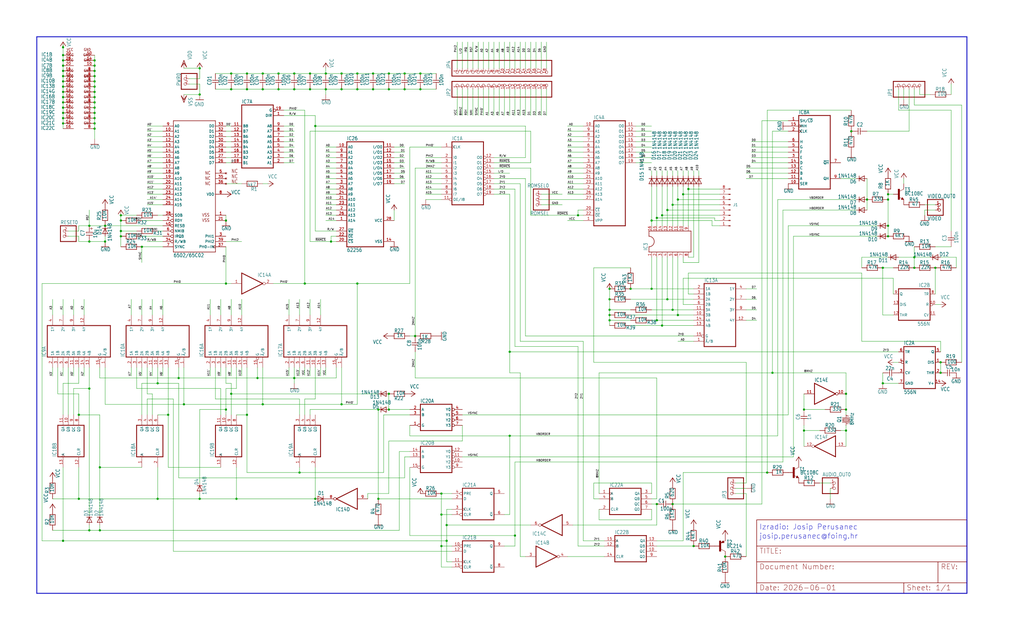
<source format=kicad_sch>
(kicad_sch (version 20230121) (generator eeschema)
  (paper "User" 494.97 307.746)
  (lib_symbols
    (symbol "Connector:Conn_01x08_Pin" (pin_names (offset 1.016) hide)
      (property "Reference" "J" (at 0 10.16 0))
      (property "Value" "Conn_01x08_Pin" (at 0 -12.7 0))
      (symbol "Conn_01x08_Pin_1_1"
        (pin passive line (at 5.08 7.62 180) (length 3.81) (name "Pin_1") (number "1"))
        (pin passive line (at 5.08 5.08 180) (length 3.81) (name "Pin_2") (number "2"))
        (pin passive line (at 5.08 2.54 180) (length 3.81) (name "Pin_3") (number "3"))
        (pin passive line (at 5.08 0 180) (length 3.81) (name "Pin_4") (number "4"))
        (pin passive line (at 5.08 -2.54 180) (length 3.81) (name "Pin_5") (number "5"))
        (pin passive line (at 5.08 -5.08 180) (length 3.81) (name "Pin_6") (number "6"))
        (pin passive line (at 5.08 -7.62 180) (length 3.81) (name "Pin_7") (number "7"))
        (pin passive line (at 5.08 -10.16 180) (length 3.81) (name "Pin_8") (number "8"))
      )
    )
    (symbol "ORAO2007-eagle-import:16V8"
      (property "Reference" "IC" (at -0.635 -0.635 0))
      (symbol "16V8_1_0"
        (pin input clock (at -12.7 12.7 0) (length 5.08) (name "CLK") (number "1"))
        (pin input inverted (at -12.7 -12.7 0) (length 5.08) (name "OE/I8") (number "11"))
        (pin bidirectional inverted (at 12.7 7.62 180) (length 5.08) (name "O0") (number "12"))
        (pin bidirectional inverted (at 12.7 5.08 180) (length 5.08) (name "O1") (number "13"))
        (pin bidirectional inverted (at 12.7 2.54 180) (length 5.08) (name "O2") (number "14"))
        (pin bidirectional inverted (at 12.7 0 180) (length 5.08) (name "O3") (number "15"))
        (pin bidirectional inverted (at 12.7 -2.54 180) (length 5.08) (name "O4") (number "16"))
        (pin bidirectional inverted (at 12.7 -5.08 180) (length 5.08) (name "O5") (number "17"))
        (pin bidirectional inverted (at 12.7 -7.62 180) (length 5.08) (name "O6") (number "18"))
        (pin bidirectional inverted (at 12.7 -10.16 180) (length 5.08) (name "O7") (number "19"))
        (pin input line (at -12.7 7.62 0) (length 5.08) (name "I0") (number "2"))
        (pin input line (at -12.7 5.08 0) (length 5.08) (name "I1") (number "3"))
        (pin input line (at -12.7 2.54 0) (length 5.08) (name "I2") (number "4"))
        (pin input line (at -12.7 0 0) (length 5.08) (name "I3") (number "5"))
        (pin input line (at -12.7 -2.54 0) (length 5.08) (name "I4") (number "6"))
        (pin input line (at -12.7 -5.08 0) (length 5.08) (name "I5") (number "7"))
        (pin input line (at -12.7 -7.62 0) (length 5.08) (name "I6") (number "8"))
        (pin input line (at -12.7 -10.16 0) (length 5.08) (name "I7") (number "9"))
      )
      (symbol "16V8_2_0"
        (text "GND" (at 1.905 -5.842 900) (effects (font (size 1.27 1.0795)) (justify left bottom)))
        (text "VCC" (at 1.905 2.667 900) (effects (font (size 1.27 1.0795)) (justify left bottom)))
        (pin power_in line (at 0 -7.62 90) (length 5.08) (name "GND") (number "10"))
        (pin power_in line (at 0 7.62 270) (length 5.08) (name "VCC") (number "20"))
      )
    )
    (symbol "ORAO2007-eagle-import:1N4148"
      (property "Reference" "D" (at 2.54 0.4826 0))
      (symbol "1N4148_1_0"
        (pin passive line (at -2.54 0 0) (length 2.54) (name "A") (number "A"))
        (pin passive line (at 2.54 0 180) (length 2.54) (name "C") (number "C"))
      )
    )
    (symbol "ORAO2007-eagle-import:27256"
      (property "Reference" "IC" (at -0.635 -0.635 0))
      (symbol "27256_1_0"
        (pin input line (at -15.24 -22.86 0) (length 5.08) (name "VPP") (number "1"))
        (pin input line (at -15.24 22.86 0) (length 5.08) (name "A0") (number "10"))
        (pin tri_state line (at 10.16 22.86 180) (length 5.08) (name "O0") (number "11"))
        (pin tri_state line (at 10.16 20.32 180) (length 5.08) (name "O1") (number "12"))
        (pin tri_state line (at 10.16 17.78 180) (length 5.08) (name "O2") (number "13"))
        (pin tri_state line (at 10.16 15.24 180) (length 5.08) (name "O3") (number "15"))
        (pin tri_state line (at 10.16 12.7 180) (length 5.08) (name "O4") (number "16"))
        (pin tri_state line (at 10.16 10.16 180) (length 5.08) (name "O5") (number "17"))
        (pin tri_state line (at 10.16 7.62 180) (length 5.08) (name "O6") (number "18"))
        (pin tri_state line (at 10.16 5.08 180) (length 5.08) (name "O7") (number "19"))
        (pin input line (at -15.24 -7.62 0) (length 5.08) (name "A12") (number "2"))
        (pin input line (at -15.24 -17.78 0) (length 5.08) (name "~{CE}") (number "20"))
        (pin input line (at -15.24 -2.54 0) (length 5.08) (name "A10") (number "21"))
        (pin input line (at -15.24 -20.32 0) (length 5.08) (name "~{OE}") (number "22"))
        (pin input line (at -15.24 -5.08 0) (length 5.08) (name "A11") (number "23"))
        (pin input line (at -15.24 0 0) (length 5.08) (name "A9") (number "24"))
        (pin input line (at -15.24 2.54 0) (length 5.08) (name "A8") (number "25"))
        (pin input line (at -15.24 -10.16 0) (length 5.08) (name "A13") (number "26"))
        (pin input line (at -15.24 -12.7 0) (length 5.08) (name "A14") (number "27"))
        (pin input line (at -15.24 5.08 0) (length 5.08) (name "A7") (number "3"))
        (pin input line (at -15.24 7.62 0) (length 5.08) (name "A6") (number "4"))
        (pin input line (at -15.24 10.16 0) (length 5.08) (name "A5") (number "5"))
        (pin input line (at -15.24 12.7 0) (length 5.08) (name "A4") (number "6"))
        (pin input line (at -15.24 15.24 0) (length 5.08) (name "A3") (number "7"))
        (pin input line (at -15.24 17.78 0) (length 5.08) (name "A2") (number "8"))
        (pin input line (at -15.24 20.32 0) (length 5.08) (name "A1") (number "9"))
      )
      (symbol "27256_2_0"
        (text "GND" (at 1.905 -5.588 900) (effects (font (size 1.27 1.0795)) (justify left bottom)))
        (text "VCC" (at 1.905 2.413 900) (effects (font (size 1.27 1.0795)) (justify left bottom)))
        (pin power_in line (at 0 -7.62 90) (length 5.08) (name "GND") (number "14"))
        (pin power_in line (at 0 7.62 270) (length 5.08) (name "VCC") (number "28"))
      )
    )
    (symbol "ORAO2007-eagle-import:556N"
      (property "Reference" "IC" (at -7.62 8.382 0))
      (symbol "556N_1_0"
        (pin input line (at 10.16 2.54 180) (length 2.54) (name "DIS") (number "1"))
        (pin power_in line (at 10.16 -7.62 180) (length 2.54) (name "V+") (number "14"))
        (pin input line (at 10.16 -2.54 180) (length 2.54) (name "THR") (number "2"))
        (pin input line (at -10.16 -2.54 0) (length 2.54) (name "CV") (number "3"))
        (pin input inverted (at -10.16 2.54 0) (length 2.54) (name "R") (number "4"))
        (pin output line (at 10.16 7.62 180) (length 2.54) (name "Q") (number "5"))
        (pin input line (at -10.16 7.62 0) (length 2.54) (name "TR") (number "6"))
        (pin power_in line (at -10.16 -7.62 0) (length 2.54) (name "GND") (number "7"))
      )
      (symbol "556N_2_0"
        (pin input inverted (at -10.16 0 0) (length 2.54) (name "R") (number "10"))
        (pin input line (at -10.16 -5.08 0) (length 2.54) (name "CV") (number "11"))
        (pin input line (at 10.16 -5.08 180) (length 2.54) (name "THR") (number "12"))
        (pin input line (at 10.16 0 180) (length 2.54) (name "DIS") (number "13"))
        (pin input line (at -10.16 5.08 0) (length 2.54) (name "TR") (number "8"))
        (pin output line (at 10.16 5.08 180) (length 2.54) (name "Q") (number "9"))
      )
    )
    (symbol "ORAO2007-eagle-import:62256P"
      (property "Reference" "IC" (at -10.16 20.955 0))
      (symbol "62256P_1_0"
        (pin input line (at -15.24 -17.78 0) (length 5.08) (name "A14") (number "1"))
        (pin input line (at -15.24 17.78 0) (length 5.08) (name "A0") (number "10"))
        (pin bidirectional line (at 12.7 17.78 180) (length 5.08) (name "I/O0") (number "11"))
        (pin bidirectional line (at 12.7 15.24 180) (length 5.08) (name "I/O1") (number "12"))
        (pin bidirectional line (at 12.7 12.7 180) (length 5.08) (name "I/O2") (number "13"))
        (pin power_in line (at 12.7 -27.94 180) (length 5.08) (name "VSS") (number "14"))
        (pin bidirectional line (at 12.7 10.16 180) (length 5.08) (name "I/O3") (number "15"))
        (pin bidirectional line (at 12.7 7.62 180) (length 5.08) (name "I/O4") (number "16"))
        (pin bidirectional line (at 12.7 5.08 180) (length 5.08) (name "I/O5") (number "17"))
        (pin bidirectional line (at 12.7 2.54 180) (length 5.08) (name "I/O6") (number "18"))
        (pin bidirectional line (at 12.7 0 180) (length 5.08) (name "I/O7") (number "19"))
        (pin input line (at -15.24 -12.7 0) (length 5.08) (name "A12") (number "2"))
        (pin input line (at -15.24 -27.94 0) (length 5.08) (name "~{CS}") (number "20"))
        (pin input line (at -15.24 -7.62 0) (length 5.08) (name "A10") (number "21"))
        (pin input line (at -15.24 -25.4 0) (length 5.08) (name "~{OE}") (number "22"))
        (pin input line (at -15.24 -10.16 0) (length 5.08) (name "A11") (number "23"))
        (pin input line (at -15.24 -5.08 0) (length 5.08) (name "A9") (number "24"))
        (pin input line (at -15.24 -2.54 0) (length 5.08) (name "A8") (number "25"))
        (pin input line (at -15.24 -15.24 0) (length 5.08) (name "A13") (number "26"))
        (pin input line (at -15.24 -22.86 0) (length 5.08) (name "~{WE}") (number "27"))
        (pin power_in line (at 12.7 -17.78 180) (length 5.08) (name "VCC") (number "28"))
        (pin input line (at -15.24 0 0) (length 5.08) (name "A7") (number "3"))
        (pin input line (at -15.24 2.54 0) (length 5.08) (name "A6") (number "4"))
        (pin input line (at -15.24 5.08 0) (length 5.08) (name "A5") (number "5"))
        (pin input line (at -15.24 7.62 0) (length 5.08) (name "A4") (number "6"))
        (pin input line (at -15.24 10.16 0) (length 5.08) (name "A3") (number "7"))
        (pin input line (at -15.24 12.7 0) (length 5.08) (name "A2") (number "8"))
        (pin input line (at -15.24 15.24 0) (length 5.08) (name "A1") (number "9"))
      )
    )
    (symbol "ORAO2007-eagle-import:7404N"
      (property "Reference" "IC" (at -0.635 -0.635 0))
      (symbol "7404N_1_0"
        (pin input line (at -10.16 0 0) (length 5.08) (name "I") (number "1"))
        (pin output inverted (at 10.16 0 180) (length 5.08) (name "O") (number "2"))
      )
      (symbol "7404N_2_0"
        (pin input line (at -10.16 0 0) (length 5.08) (name "I") (number "3"))
        (pin output inverted (at 10.16 0 180) (length 5.08) (name "O") (number "4"))
      )
      (symbol "7404N_3_0"
        (pin input line (at -10.16 0 0) (length 5.08) (name "I") (number "5"))
        (pin output inverted (at 10.16 0 180) (length 5.08) (name "O") (number "6"))
      )
      (symbol "7404N_4_0"
        (pin output inverted (at 10.16 0 180) (length 5.08) (name "O") (number "8"))
        (pin input line (at -10.16 0 0) (length 5.08) (name "I") (number "9"))
      )
      (symbol "7404N_5_0"
        (pin output inverted (at 10.16 0 180) (length 5.08) (name "O") (number "10"))
        (pin input line (at -10.16 0 0) (length 5.08) (name "I") (number "11"))
      )
      (symbol "7404N_6_0"
        (pin output inverted (at 10.16 0 180) (length 5.08) (name "O") (number "12"))
        (pin input line (at -10.16 0 0) (length 5.08) (name "I") (number "13"))
      )
      (symbol "7404N_7_0"
        (text "GND" (at 1.905 -5.842 900) (effects (font (size 1.27 1.0795)) (justify left bottom)))
        (text "VCC" (at 1.905 2.54 900) (effects (font (size 1.27 1.0795)) (justify left bottom)))
        (pin power_in line (at 0 7.62 270) (length 5.08) (name "VCC") (number "14"))
        (pin power_in line (at 0 -7.62 90) (length 5.08) (name "GND") (number "7"))
      )
    )
    (symbol "ORAO2007-eagle-import:74139N"
      (property "Reference" "IC" (at -0.635 -0.635 0))
      (symbol "74139N_1_0"
        (pin input inverted (at -12.7 -5.08 0) (length 5.08) (name "G") (number "1"))
        (pin input line (at -12.7 2.54 0) (length 5.08) (name "A") (number "2"))
        (pin input line (at -12.7 0 0) (length 5.08) (name "B") (number "3"))
        (pin output inverted (at 12.7 2.54 180) (length 5.08) (name "Y0") (number "4"))
        (pin output inverted (at 12.7 0 180) (length 5.08) (name "Y1") (number "5"))
        (pin output inverted (at 12.7 -2.54 180) (length 5.08) (name "Y2") (number "6"))
        (pin output inverted (at 12.7 -5.08 180) (length 5.08) (name "Y3") (number "7"))
      )
      (symbol "74139N_2_0"
        (pin output inverted (at 12.7 -2.54 180) (length 5.08) (name "Y2") (number "10"))
        (pin output inverted (at 12.7 0 180) (length 5.08) (name "Y1") (number "11"))
        (pin output inverted (at 12.7 2.54 180) (length 5.08) (name "Y0") (number "12"))
        (pin input line (at -12.7 0 0) (length 5.08) (name "B") (number "13"))
        (pin input line (at -12.7 2.54 0) (length 5.08) (name "A") (number "14"))
        (pin input inverted (at -12.7 -5.08 0) (length 5.08) (name "G") (number "15"))
        (pin output inverted (at 12.7 -5.08 180) (length 5.08) (name "Y3") (number "9"))
      )
      (symbol "74139N_3_0"
        (text "GND" (at 1.905 -5.842 900) (effects (font (size 1.27 1.0795)) (justify left bottom)))
        (text "VCC" (at 1.905 2.54 900) (effects (font (size 1.27 1.0795)) (justify left bottom)))
        (pin power_in line (at 0 7.62 270) (length 5.08) (name "VCC") (number "16"))
        (pin power_in line (at 0 -7.62 90) (length 5.08) (name "GND") (number "8"))
      )
    )
    (symbol "ORAO2007-eagle-import:74165N"
      (property "Reference" "IC" (at -0.635 -0.635 0))
      (symbol "74165N_1_0"
        (pin input line (at -12.7 -15.24 0) (length 5.08) (name "SH/~{LD}") (number "1"))
        (pin input line (at -12.7 15.24 0) (length 5.08) (name "SER") (number "10"))
        (pin input line (at -12.7 12.7 0) (length 5.08) (name "A") (number "11"))
        (pin input line (at -12.7 10.16 0) (length 5.08) (name "B") (number "12"))
        (pin input line (at -12.7 7.62 0) (length 5.08) (name "C") (number "13"))
        (pin input line (at -12.7 5.08 0) (length 5.08) (name "D") (number "14"))
        (pin input clock (at -12.7 -12.7 0) (length 5.08) (name "INH") (number "15"))
        (pin input clock (at -12.7 -10.16 0) (length 5.08) (name "CLK") (number "2"))
        (pin input line (at -12.7 2.54 0) (length 5.08) (name "E") (number "3"))
        (pin input line (at -12.7 0 0) (length 5.08) (name "F") (number "4"))
        (pin input line (at -12.7 -2.54 0) (length 5.08) (name "G") (number "5"))
        (pin input line (at -12.7 -5.08 0) (length 5.08) (name "H") (number "6"))
        (pin output line (at 12.7 5.08 180) (length 5.08) (name "~{QH}") (number "7"))
        (pin output line (at 12.7 12.7 180) (length 5.08) (name "QH") (number "9"))
      )
      (symbol "74165N_2_0"
        (text "GND" (at 1.905 -5.842 900) (effects (font (size 1.27 1.0795)) (justify left bottom)))
        (text "VCC" (at 1.905 2.54 900) (effects (font (size 1.27 1.0795)) (justify left bottom)))
        (pin power_in line (at 0 7.62 270) (length 5.08) (name "VCC") (number "16"))
        (pin power_in line (at 0 -7.62 90) (length 5.08) (name "GND") (number "8"))
      )
    )
    (symbol "ORAO2007-eagle-import:74245N"
      (property "Reference" "IC" (at -0.635 -0.635 0))
      (symbol "74245N_1_0"
        (pin input line (at -12.7 -10.16 0) (length 5.08) (name "DIR") (number "1"))
        (pin bidirectional line (at 12.7 -5.08 180) (length 5.08) (name "B8") (number "11"))
        (pin bidirectional line (at 12.7 -2.54 180) (length 5.08) (name "B7") (number "12"))
        (pin bidirectional line (at 12.7 0 180) (length 5.08) (name "B6") (number "13"))
        (pin bidirectional line (at 12.7 2.54 180) (length 5.08) (name "B5") (number "14"))
        (pin bidirectional line (at 12.7 5.08 180) (length 5.08) (name "B4") (number "15"))
        (pin bidirectional line (at 12.7 7.62 180) (length 5.08) (name "B3") (number "16"))
        (pin bidirectional line (at 12.7 10.16 180) (length 5.08) (name "B2") (number "17"))
        (pin bidirectional line (at 12.7 12.7 180) (length 5.08) (name "B1") (number "18"))
        (pin input inverted (at -12.7 -12.7 0) (length 5.08) (name "G") (number "19"))
        (pin bidirectional line (at -12.7 12.7 0) (length 5.08) (name "A1") (number "2"))
        (pin bidirectional line (at -12.7 10.16 0) (length 5.08) (name "A2") (number "3"))
        (pin bidirectional line (at -12.7 7.62 0) (length 5.08) (name "A3") (number "4"))
        (pin bidirectional line (at -12.7 5.08 0) (length 5.08) (name "A4") (number "5"))
        (pin bidirectional line (at -12.7 2.54 0) (length 5.08) (name "A5") (number "6"))
        (pin bidirectional line (at -12.7 0 0) (length 5.08) (name "A6") (number "7"))
        (pin bidirectional line (at -12.7 -2.54 0) (length 5.08) (name "A7") (number "8"))
        (pin bidirectional line (at -12.7 -5.08 0) (length 5.08) (name "A8") (number "9"))
      )
      (symbol "74245N_2_0"
        (text "GND" (at 1.905 -5.842 900) (effects (font (size 1.27 1.0795)) (justify left bottom)))
        (text "VCC" (at 1.905 2.54 900) (effects (font (size 1.27 1.0795)) (justify left bottom)))
        (pin power_in line (at 0 -7.62 90) (length 5.08) (name "GND") (number "10"))
        (pin power_in line (at 0 7.62 270) (length 5.08) (name "VCC") (number "20"))
      )
    )
    (symbol "ORAO2007-eagle-import:74257N"
      (property "Reference" "IC" (at -0.635 -0.635 0))
      (symbol "74257N_1_0"
        (pin input line (at -12.7 -12.7 0) (length 5.08) (name "~{A}/B") (number "1"))
        (pin input line (at -12.7 0 0) (length 5.08) (name "3B") (number "10"))
        (pin input line (at -12.7 2.54 0) (length 5.08) (name "3A") (number "11"))
        (pin tri_state line (at 12.7 -2.54 180) (length 5.08) (name "4Y") (number "12"))
        (pin input line (at -12.7 -5.08 0) (length 5.08) (name "4B") (number "13"))
        (pin input line (at -12.7 -2.54 0) (length 5.08) (name "4A") (number "14"))
        (pin input inverted (at -12.7 -10.16 0) (length 5.08) (name "G") (number "15"))
        (pin input line (at -12.7 12.7 0) (length 5.08) (name "1A") (number "2"))
        (pin input line (at -12.7 10.16 0) (length 5.08) (name "1B") (number "3"))
        (pin tri_state line (at 12.7 12.7 180) (length 5.08) (name "1Y") (number "4"))
        (pin input line (at -12.7 7.62 0) (length 5.08) (name "2A") (number "5"))
        (pin input line (at -12.7 5.08 0) (length 5.08) (name "2B") (number "6"))
        (pin tri_state line (at 12.7 7.62 180) (length 5.08) (name "2Y") (number "7"))
        (pin tri_state line (at 12.7 2.54 180) (length 5.08) (name "3Y") (number "9"))
      )
      (symbol "74257N_2_0"
        (text "GND" (at 1.905 -5.842 900) (effects (font (size 1.27 1.0795)) (justify left bottom)))
        (text "VCC" (at 1.905 2.54 900) (effects (font (size 1.27 1.0795)) (justify left bottom)))
        (pin power_in line (at 0 7.62 270) (length 5.08) (name "VCC") (number "16"))
        (pin power_in line (at 0 -7.62 90) (length 5.08) (name "GND") (number "8"))
      )
    )
    (symbol "ORAO2007-eagle-import:74390N"
      (property "Reference" "IC" (at -0.635 -0.635 0))
      (symbol "74390N_1_0"
        (pin input clock (at -12.7 2.54 0) (length 5.08) (name "A") (number "1"))
        (pin input line (at -12.7 -5.08 0) (length 5.08) (name "CLR") (number "2"))
        (pin output line (at 12.7 2.54 180) (length 5.08) (name "QA") (number "3"))
        (pin input clock (at -12.7 0 0) (length 5.08) (name "B") (number "4"))
        (pin output line (at 12.7 0 180) (length 5.08) (name "QB") (number "5"))
        (pin output line (at 12.7 -2.54 180) (length 5.08) (name "QC") (number "6"))
        (pin output line (at 12.7 -5.08 180) (length 5.08) (name "QD") (number "7"))
      )
      (symbol "74390N_2_0"
        (pin output line (at 12.7 -2.54 180) (length 5.08) (name "QC") (number "10"))
        (pin output line (at 12.7 0 180) (length 5.08) (name "QB") (number "11"))
        (pin input clock (at -12.7 0 0) (length 5.08) (name "B") (number "12"))
        (pin output line (at 12.7 2.54 180) (length 5.08) (name "QA") (number "13"))
        (pin input line (at -12.7 -5.08 0) (length 5.08) (name "CLR") (number "14"))
        (pin input clock (at -12.7 2.54 0) (length 5.08) (name "A") (number "15"))
        (pin output line (at 12.7 -5.08 180) (length 5.08) (name "QD") (number "9"))
      )
      (symbol "74390N_3_0"
        (text "GND" (at 1.905 -5.842 900) (effects (font (size 1.27 1.0795)) (justify left bottom)))
        (text "VCC" (at 1.905 2.54 900) (effects (font (size 1.27 1.0795)) (justify left bottom)))
        (pin power_in line (at 0 7.62 270) (length 5.08) (name "VCC") (number "16"))
        (pin power_in line (at 0 -7.62 90) (length 5.08) (name "GND") (number "8"))
      )
    )
    (symbol "ORAO2007-eagle-import:74393N"
      (property "Reference" "IC" (at -0.635 -0.635 0))
      (symbol "74393N_1_0"
        (pin input clock (at -12.7 2.54 0) (length 5.08) (name "A") (number "1"))
        (pin input line (at -12.7 -5.08 0) (length 5.08) (name "CLR") (number "2"))
        (pin output line (at 12.7 2.54 180) (length 5.08) (name "QA") (number "3"))
        (pin output line (at 12.7 0 180) (length 5.08) (name "QB") (number "4"))
        (pin output line (at 12.7 -2.54 180) (length 5.08) (name "QC") (number "5"))
        (pin output line (at 12.7 -5.08 180) (length 5.08) (name "QD") (number "6"))
      )
      (symbol "74393N_2_0"
        (pin output line (at 12.7 0 180) (length 5.08) (name "QB") (number "10"))
        (pin output line (at 12.7 2.54 180) (length 5.08) (name "QA") (number "11"))
        (pin input line (at -12.7 -5.08 0) (length 5.08) (name "CLR") (number "12"))
        (pin input clock (at -12.7 2.54 0) (length 5.08) (name "A") (number "13"))
        (pin output line (at 12.7 -5.08 180) (length 5.08) (name "QD") (number "8"))
        (pin output line (at 12.7 -2.54 180) (length 5.08) (name "QC") (number "9"))
      )
      (symbol "74393N_3_0"
        (text "GND" (at 1.905 -5.842 900) (effects (font (size 1.27 1.0795)) (justify left bottom)))
        (text "VCC" (at 1.905 2.54 900) (effects (font (size 1.27 1.0795)) (justify left bottom)))
        (pin power_in line (at 0 7.62 270) (length 5.08) (name "VCC") (number "14"))
        (pin power_in line (at 0 -7.62 90) (length 5.08) (name "GND") (number "7"))
      )
    )
    (symbol "ORAO2007-eagle-import:7474N"
      (property "Reference" "IC" (at -0.635 -0.635 0))
      (symbol "7474N_1_0"
        (pin input inverted (at -12.7 -5.08 0) (length 5.08) (name "CLR") (number "1"))
        (pin input line (at -12.7 2.54 0) (length 5.08) (name "D") (number "2"))
        (pin input clock (at -12.7 -2.54 0) (length 5.08) (name "CLK") (number "3"))
        (pin input inverted (at -12.7 5.08 0) (length 5.08) (name "PRE") (number "4"))
        (pin output line (at 12.7 5.08 180) (length 5.08) (name "Q") (number "5"))
        (pin output line (at 12.7 -5.08 180) (length 5.08) (name "~{Q}") (number "6"))
      )
      (symbol "7474N_2_0"
        (pin input inverted (at -12.7 5.08 0) (length 5.08) (name "PRE") (number "10"))
        (pin input clock (at -12.7 -2.54 0) (length 5.08) (name "CLK") (number "11"))
        (pin input line (at -12.7 2.54 0) (length 5.08) (name "D") (number "12"))
        (pin input inverted (at -12.7 -5.08 0) (length 5.08) (name "CLR") (number "13"))
        (pin output line (at 12.7 -5.08 180) (length 5.08) (name "~{Q}") (number "8"))
        (pin output line (at 12.7 5.08 180) (length 5.08) (name "Q") (number "9"))
      )
      (symbol "7474N_3_0"
        (text "GND" (at 1.905 -5.842 900) (effects (font (size 1.27 1.0795)) (justify left bottom)))
        (text "VCC" (at 1.905 2.54 900) (effects (font (size 1.27 1.0795)) (justify left bottom)))
        (pin power_in line (at 0 7.62 270) (length 5.08) (name "VCC") (number "14"))
        (pin power_in line (at 0 -7.62 90) (length 5.08) (name "GND") (number "7"))
      )
    )
    (symbol "ORAO2007-eagle-import:BC108C"
      (property "Reference" "Q" (at -10.16 7.62 0))
      (symbol "BC108C_1_0"
        (pin passive line (at 2.54 -5.08 90) (length 2.54) (name "E") (number "1"))
        (pin passive line (at -2.54 0 0) (length 2.54) (name "B") (number "2"))
        (pin passive line (at 2.54 5.08 270) (length 2.54) (name "C") (number "3"))
      )
    )
    (symbol "ORAO2007-eagle-import:BC214"
      (property "Reference" "Q" (at -10.16 7.62 0))
      (symbol "BC214_1_0"
        (pin passive line (at 2.54 5.08 270) (length 2.54) (name "E") (number "1"))
        (pin passive line (at -2.54 0 0) (length 2.54) (name "B") (number "2"))
        (pin passive line (at 2.54 -5.08 90) (length 2.54) (name "C") (number "3"))
      )
    )
    (symbol "ORAO2007-eagle-import:CAPNP-5"
      (property "Reference" "C" (at -3.81 2.54 0))
      (symbol "CAPNP-5_1_0"
        (pin passive line (at -5.08 0 0) (length 2.54) (name "1") (number "1"))
        (pin passive line (at 2.54 0 180) (length 2.54) (name "2") (number "2"))
      )
    )
    (symbol "ORAO2007-eagle-import:CRYTALHC49S"
      (property "Reference" "Q" (at 2.54 1.016 0))
      (symbol "CRYTALHC49S_1_0"
        (text "1" (at -2.159 -1.143 0) (effects (font (size 0.8636 0.734)) (justify left bottom)))
        (text "2" (at 1.524 -1.143 0) (effects (font (size 0.8636 0.734)) (justify left bottom)))
        (pin passive line (at -2.54 0 0) (length 0) (name "1") (number "1"))
        (pin passive line (at 2.54 0 180) (length 0) (name "2") (number "2"))
      )
    )
    (symbol "ORAO2007-eagle-import:DIL16S"
      (property "Reference" "IC" (at -4.445 9.525 0))
      (symbol "DIL16S_1_0"
        (pin passive line (at -7.62 7.62 0) (length 2.54) (name "1") (number "1"))
        (pin passive line (at 7.62 -7.62 180) (length 2.54) (name "10") (number "10"))
        (pin passive line (at 7.62 -5.08 180) (length 2.54) (name "11") (number "11"))
        (pin passive line (at 7.62 -2.54 180) (length 2.54) (name "12") (number "12"))
        (pin passive line (at 7.62 0 180) (length 2.54) (name "13") (number "13"))
        (pin passive line (at 7.62 2.54 180) (length 2.54) (name "14") (number "14"))
        (pin passive line (at 7.62 5.08 180) (length 2.54) (name "15") (number "15"))
        (pin passive line (at 7.62 7.62 180) (length 2.54) (name "16") (number "16"))
        (pin passive line (at -7.62 5.08 0) (length 2.54) (name "2") (number "2"))
        (pin passive line (at -7.62 2.54 0) (length 2.54) (name "3") (number "3"))
        (pin passive line (at -7.62 0 0) (length 2.54) (name "4") (number "4"))
        (pin passive line (at -7.62 -2.54 0) (length 2.54) (name "5") (number "5"))
        (pin passive line (at -7.62 -5.08 0) (length 2.54) (name "6") (number "6"))
        (pin passive line (at -7.62 -7.62 0) (length 2.54) (name "7") (number "7"))
        (pin passive line (at -7.62 -10.16 0) (length 2.54) (name "8") (number "8"))
        (pin passive line (at 7.62 -10.16 180) (length 2.54) (name "9") (number "9"))
      )
    )
    (symbol "ORAO2007-eagle-import:DOCFIELD"
      (symbol "DOCFIELD_1_0"
        (text "${#}/${##}" (at 86.36 1.27 0) (effects (font (size 2.54 2.54)) (justify left bottom)))
        (text "${CURRENT_DATE}" (at 12.7 1.27 0) (effects (font (size 2.54 2.54)) (justify left bottom)))
        (text "${PROJECTNAME}" (at 17.78 19.05 0) (effects (font (size 2.54 2.54)) (justify left bottom)))
        (text "Date:" (at 1.27 1.27 0) (effects (font (size 2.54 2.54)) (justify left bottom)))
        (text "Document Number:" (at 1.27 11.43 0) (effects (font (size 2.54 2.54)) (justify left bottom)))
        (text "REV:" (at 88.9 11.43 0) (effects (font (size 2.54 2.54)) (justify left bottom)))
        (text "Sheet:" (at 72.39 1.27 0) (effects (font (size 2.54 2.54)) (justify left bottom)))
        (text "TITLE:" (at 1.27 19.05 0) (effects (font (size 2.54 2.54)) (justify left bottom)))
      )
    )
    (symbol "ORAO2007-eagle-import:ELC-2,5L"
      (property "Reference" "C" (at -3.81 2.54 0))
      (symbol "ELC-2,5L_1_0"
        (text "+" (at 0.127 -1.905 0) (effects (font (size 1.778 1.5113)) (justify left bottom)))
        (pin passive line (at 2.54 0 180) (length 2.54) (name "1") (number "1"))
        (pin passive line (at -5.08 0 0) (length 2.54) (name "2") (number "2"))
      )
    )
    (symbol "ORAO2007-eagle-import:G65SC02P"
      (symbol "G65SC02P_1_0"
        (text "NC" (at 5.0165 -5.842 0) (effects (font (size 1.524 1.2954)) (justify left bottom)))
        (text "NC" (at 5.0165 -3.302 0) (effects (font (size 1.524 1.2954)) (justify left bottom)))
        (text "NC" (at 5.0165 -0.762 0) (effects (font (size 1.524 1.2954)) (justify left bottom)))
        (text "NC" (at 17.78 -5.08 0) (effects (font (size 1.778 1.5113)) (justify left bottom)))
        (text "NC" (at 17.78 -2.54 0) (effects (font (size 1.778 1.5113)) (justify left bottom)))
        (text "NC" (at 17.78 0 0) (effects (font (size 1.778 1.5113)) (justify left bottom)))
        (text "VSS" (at 3.6068 -23.622 0) (effects (font (size 1.524 1.2954)) (justify left bottom)))
        (text "VSS" (at 3.6068 -21.082 0) (effects (font (size 1.524 1.2954)) (justify left bottom)))
        (pin power_in line (at 15.24 -20.32 180) (length 5.08) (name "VSS$1") (number "1"))
        (pin bidirectional line (at -15.24 20.32 0) (length 5.08) (name "A1") (number "10"))
        (pin bidirectional line (at -15.24 17.78 0) (length 5.08) (name "A2") (number "11"))
        (pin bidirectional line (at -15.24 15.24 0) (length 5.08) (name "A3") (number "12"))
        (pin bidirectional line (at -15.24 12.7 0) (length 5.08) (name "A4") (number "13"))
        (pin bidirectional line (at -15.24 10.16 0) (length 5.08) (name "A5") (number "14"))
        (pin bidirectional line (at -15.24 7.62 0) (length 5.08) (name "A6") (number "15"))
        (pin bidirectional line (at -15.24 5.08 0) (length 5.08) (name "A7") (number "16"))
        (pin bidirectional line (at -15.24 2.54 0) (length 5.08) (name "A8") (number "17"))
        (pin bidirectional line (at -15.24 0 0) (length 5.08) (name "A9") (number "18"))
        (pin bidirectional line (at -15.24 -2.54 0) (length 5.08) (name "A10") (number "19"))
        (pin bidirectional inverted (at -15.24 -22.86 0) (length 5.08) (name "RDY") (number "2"))
        (pin bidirectional line (at -15.24 -5.08 0) (length 5.08) (name "A11") (number "20"))
        (pin power_in line (at 15.24 -22.86 180) (length 5.08) (name "VSS$2") (number "21"))
        (pin bidirectional line (at -15.24 -7.62 0) (length 5.08) (name "A12") (number "22"))
        (pin bidirectional line (at -15.24 -10.16 0) (length 5.08) (name "A13") (number "23"))
        (pin bidirectional line (at -15.24 -12.7 0) (length 5.08) (name "A14") (number "24"))
        (pin bidirectional line (at -15.24 -15.24 0) (length 5.08) (name "A15") (number "25"))
        (pin bidirectional line (at 15.24 5.08 180) (length 5.08) (name "D7") (number "26"))
        (pin bidirectional line (at 15.24 7.62 180) (length 5.08) (name "D6") (number "27"))
        (pin bidirectional line (at 15.24 10.16 180) (length 5.08) (name "D5") (number "28"))
        (pin bidirectional line (at 15.24 12.7 180) (length 5.08) (name "D4") (number "29"))
        (pin output line (at 15.24 -30.48 180) (length 5.08) (name "PHI1") (number "3"))
        (pin bidirectional line (at 15.24 15.24 180) (length 5.08) (name "D3") (number "30"))
        (pin bidirectional line (at 15.24 17.78 180) (length 5.08) (name "D2") (number "31"))
        (pin bidirectional line (at 15.24 20.32 180) (length 5.08) (name "D1") (number "32"))
        (pin bidirectional line (at 15.24 22.86 180) (length 5.08) (name "D0") (number "33"))
        (pin output inverted (at -15.24 -33.02 0) (length 5.08) (name "R/WB") (number "34"))
        (pin no_connect line (at 15.24 -2.54 180) (length 5.08) (name "NC$2") (number "35"))
        (pin no_connect line (at 15.24 -5.08 180) (length 5.08) (name "NC$3") (number "36"))
        (pin input clock (at 15.24 -35.56 180) (length 5.08) (name "PH0-IN") (number "37"))
        (pin input inverted (at -15.24 -20.32 0) (length 5.08) (name "SOB") (number "38"))
        (pin output line (at 15.24 -33.02 180) (length 5.08) (name "PHI2") (number "39"))
        (pin input inverted (at -15.24 -30.48 0) (length 5.08) (name "IRQB") (number "4"))
        (pin input inverted (at -15.24 -25.4 0) (length 5.08) (name "RESB") (number "40"))
        (pin no_connect line (at 15.24 0 180) (length 5.08) (name "NC$1") (number "5"))
        (pin input inverted (at -15.24 -27.94 0) (length 5.08) (name "NMIB") (number "6"))
        (pin output line (at -15.24 -35.56 0) (length 5.08) (name "SYNC") (number "7"))
        (pin power_in line (at 15.24 -10.16 180) (length 5.08) (name "VDD") (number "8"))
        (pin bidirectional line (at -15.24 22.86 0) (length 5.08) (name "A0") (number "9"))
      )
    )
    (symbol "ORAO2007-eagle-import:GND" (power)
      (property "Value" "GND" (at -2.54 -2.54 0))
      (symbol "GND_1_0"
        (pin power_in line (at 0 2.54 270) (length 2.54) (name "GND") (number "1"))
      )
    )
    (symbol "ORAO2007-eagle-import:PINHD-1X18"
      (property "Reference" "JP" (at -6.35 23.495 0))
      (symbol "PINHD-1X18_1_0"
        (pin passive inverted (at -2.54 20.32 0) (length 2.54) (name "1") (number "1"))
        (pin passive inverted (at -2.54 -2.54 0) (length 2.54) (name "10") (number "10"))
        (pin passive inverted (at -2.54 -5.08 0) (length 2.54) (name "11") (number "11"))
        (pin passive inverted (at -2.54 -7.62 0) (length 2.54) (name "12") (number "12"))
        (pin passive inverted (at -2.54 -10.16 0) (length 2.54) (name "13") (number "13"))
        (pin passive inverted (at -2.54 -12.7 0) (length 2.54) (name "14") (number "14"))
        (pin passive inverted (at -2.54 -15.24 0) (length 2.54) (name "15") (number "15"))
        (pin passive inverted (at -2.54 -17.78 0) (length 2.54) (name "16") (number "16"))
        (pin passive inverted (at -2.54 -20.32 0) (length 2.54) (name "17") (number "17"))
        (pin passive inverted (at -2.54 -22.86 0) (length 2.54) (name "18") (number "18"))
        (pin passive inverted (at -2.54 17.78 0) (length 2.54) (name "2") (number "2"))
        (pin passive inverted (at -2.54 15.24 0) (length 2.54) (name "3") (number "3"))
        (pin passive inverted (at -2.54 12.7 0) (length 2.54) (name "4") (number "4"))
        (pin passive inverted (at -2.54 10.16 0) (length 2.54) (name "5") (number "5"))
        (pin passive inverted (at -2.54 7.62 0) (length 2.54) (name "6") (number "6"))
        (pin passive inverted (at -2.54 5.08 0) (length 2.54) (name "7") (number "7"))
        (pin passive inverted (at -2.54 2.54 0) (length 2.54) (name "8") (number "8"))
        (pin passive inverted (at -2.54 0 0) (length 2.54) (name "9") (number "9"))
      )
    )
    (symbol "ORAO2007-eagle-import:PINHD-1X2"
      (property "Reference" "JP" (at -6.35 5.715 0))
      (symbol "PINHD-1X2_1_0"
        (pin passive inverted (at -2.54 2.54 0) (length 2.54) (name "1") (number "1"))
        (pin passive inverted (at -2.54 0 0) (length 2.54) (name "2") (number "2"))
      )
    )
    (symbol "ORAO2007-eagle-import:PINHD-1X3"
      (property "Reference" "JP" (at -6.35 5.715 0))
      (symbol "PINHD-1X3_1_0"
        (pin passive inverted (at -2.54 2.54 0) (length 2.54) (name "1") (number "1"))
        (pin passive inverted (at -2.54 0 0) (length 2.54) (name "2") (number "2"))
        (pin passive inverted (at -2.54 -2.54 0) (length 2.54) (name "3") (number "3"))
      )
    )
    (symbol "ORAO2007-eagle-import:PINHD-1X5"
      (property "Reference" "JP" (at -6.35 8.255 0))
      (symbol "PINHD-1X5_1_0"
        (pin passive inverted (at -2.54 5.08 0) (length 2.54) (name "1") (number "1"))
        (pin passive inverted (at -2.54 2.54 0) (length 2.54) (name "2") (number "2"))
        (pin passive inverted (at -2.54 0 0) (length 2.54) (name "3") (number "3"))
        (pin passive inverted (at -2.54 -2.54 0) (length 2.54) (name "4") (number "4"))
        (pin passive inverted (at -2.54 -5.08 0) (length 2.54) (name "5") (number "5"))
      )
    )
    (symbol "ORAO2007-eagle-import:RESEU-7,5"
      (property "Reference" "R" (at -2.54 2.54 0))
      (symbol "RESEU-7,5_1_0"
        (pin passive line (at -5.08 0 0) (length 2.54) (name "1") (number "1"))
        (pin passive line (at 5.08 0 180) (length 2.54) (name "2") (number "2"))
      )
    )
    (symbol "ORAO2007-eagle-import:VCC" (power)
      (property "Value" "VCC" (at -2.54 -2.54 90))
      (symbol "VCC_1_0"
        (pin power_in line (at 0 -2.54 90) (length 2.54) (name "VCC") (number "1"))
      )
    )
    (symbol "ORAO2007-eagle-import:VDD" (power)
      (property "Value" "VDD" (at -2.54 -2.54 90))
      (symbol "VDD_1_0"
        (pin power_in line (at 0 -2.54 90) (length 2.54) (name "VDD") (number "1"))
      )
    )
    (symbol "ORAO2007-eagle-import:VSS" (power)
      (property "Value" "VSS" (at -2.54 -5.08 90))
      (symbol "VSS_1_0"
        (pin power_in line (at 0 2.54 270) (length 2.54) (name "VSS") (number "1"))
      )
    )
    (symbol "PINHD-1X2_1"
      (property "Reference" "JP" (at -6.35 5.715 0))
      (symbol "PINHD-1X2_1_1_0"
        (pin passive inverted (at -2.54 2.54 0) (length 2.54) (name "1") (number "1"))
        (pin passive inverted (at -2.54 0 0) (length 2.54) (name "2") (number "2"))
      )
    )
  )
  (junction (at 149.86 43.18))
  (junction (at 30.48 36.83))
  (junction (at 142.24 43.18))
  (junction (at 96.52 33.02))
  (junction (at 454.66 175.26))
  (junction (at 96.52 241.3))
  (junction (at 50.8 109.22))
  (junction (at 43.18 109.22))
  (junction (at 111.76 43.18))
  (junction (at 68.58 119.38))
  (junction (at 388.62 198.12))
  (junction (at 304.8 139.7))
  (junction (at 314.96 106.68))
  (junction (at 327.66 152.4))
  (junction (at 180.34 43.18))
  (junction (at 429.26 114.3))
  (junction (at 76.2 185.42))
  (junction (at 50.8 116.84))
  (junction (at 195.58 35.56))
  (junction (at 213.36 248.92))
  (junction (at 294.64 139.7))
  (junction (at 58.42 106.68))
  (junction (at 452.12 129.54))
  (junction (at 142.24 182.88))
  (junction (at 429.26 109.22))
  (junction (at 30.48 39.37))
  (junction (at 30.48 29.21))
  (junction (at 43.18 256.54))
  (junction (at 320.04 157.48))
  (junction (at 30.48 46.99))
  (junction (at 134.62 43.18))
  (junction (at 317.5 243.84))
  (junction (at 30.48 34.29))
  (junction (at 317.5 105.41))
  (junction (at 213.36 264.16))
  (junction (at 147.32 137.16))
  (junction (at 114.3 241.3))
  (junction (at 127 43.18))
  (junction (at 119.38 200.66))
  (junction (at 411.48 63.5))
  (junction (at 45.72 29.21))
  (junction (at 314.96 139.7))
  (junction (at 152.4 60.96))
  (junction (at 30.48 49.53))
  (junction (at 325.12 243.84))
  (junction (at 30.48 41.91))
  (junction (at 426.72 129.54))
  (junction (at 454.66 180.34))
  (junction (at 213.36 238.76))
  (junction (at 157.48 35.56))
  (junction (at 320.04 104.14))
  (junction (at 88.9 195.58))
  (junction (at 38.1 241.3))
  (junction (at 127 35.56))
  (junction (at 203.2 35.56))
  (junction (at 30.48 44.45))
  (junction (at 370.84 228.6))
  (junction (at 408.94 190.5))
  (junction (at 203.2 43.18))
  (junction (at 294.64 152.4))
  (junction (at 109.22 198.12))
  (junction (at 134.62 35.56))
  (junction (at 45.72 52.07))
  (junction (at 335.28 264.16))
  (junction (at 111.76 190.5))
  (junction (at 172.72 137.16))
  (junction (at 327.66 96.52))
  (junction (at 30.48 54.61))
  (junction (at 330.2 93.98))
  (junction (at 160.02 116.84))
  (junction (at 152.4 241.3))
  (junction (at 142.24 35.56))
  (junction (at 408.94 198.12))
  (junction (at 215.9 254))
  (junction (at 426.72 185.42))
  (junction (at 441.96 124.46))
  (junction (at 124.46 182.88))
  (junction (at 165.1 35.56))
  (junction (at 30.48 59.69))
  (junction (at 322.58 144.78))
  (junction (at 187.96 43.18))
  (junction (at 30.48 261.62))
  (junction (at 30.48 22.86))
  (junction (at 388.62 208.28))
  (junction (at 81.28 200.66))
  (junction (at 58.42 111.76))
  (junction (at 408.94 208.28))
  (junction (at 45.72 46.99))
  (junction (at 43.18 187.96))
  (junction (at 200.66 162.56))
  (junction (at 195.58 43.18))
  (junction (at 58.42 114.3))
  (junction (at 144.78 228.6))
  (junction (at 215.9 261.62))
  (junction (at 45.72 31.75))
  (junction (at 248.92 259.08))
  (junction (at 294.64 144.78))
  (junction (at 109.22 106.68))
  (junction (at 165.1 43.18))
  (junction (at 111.76 35.56))
  (junction (at 45.72 41.91))
  (junction (at 165.1 195.58))
  (junction (at 45.72 36.83))
  (junction (at 149.86 35.56))
  (junction (at 45.72 44.45))
  (junction (at 45.72 57.15))
  (junction (at 317.5 154.94))
  (junction (at 45.72 34.29))
  (junction (at 187.96 198.12))
  (junction (at 182.88 198.12))
  (junction (at 109.22 137.16))
  (junction (at 441.96 129.54))
  (junction (at 429.26 93.98))
  (junction (at 172.72 35.56))
  (junction (at 350.52 269.24))
  (junction (at 58.42 104.14))
  (junction (at 119.38 43.18))
  (junction (at 246.38 170.18))
  (junction (at 294.64 149.86))
  (junction (at 180.34 35.56))
  (junction (at 76.2 241.3))
  (junction (at 45.72 49.53))
  (junction (at 182.88 241.3))
  (junction (at 86.36 182.88))
  (junction (at 30.48 26.67))
  (junction (at 119.38 35.56))
  (junction (at 30.48 52.07))
  (junction (at 322.58 101.6))
  (junction (at 279.4 104.14))
  (junction (at 45.72 59.69))
  (junction (at 48.26 226.06))
  (junction (at 325.12 149.86))
  (junction (at 45.72 54.61))
  (junction (at 373.38 180.34))
  (junction (at 429.26 96.52))
  (junction (at 30.48 57.15))
  (junction (at 43.18 116.84))
  (junction (at 48.26 256.54))
  (junction (at 157.48 43.18))
  (junction (at 294.64 154.94))
  (junction (at 45.72 62.23))
  (junction (at 332.74 91.44))
  (junction (at 187.96 190.5))
  (junction (at 45.72 39.37))
  (junction (at 38.1 200.66))
  (junction (at 127 195.58))
  (junction (at 419.1 96.52))
  (junction (at 187.96 35.56))
  (junction (at 325.12 99.06))
  (junction (at 96.52 45.72))
  (junction (at 172.72 43.18))
  (junction (at 30.48 31.75))
  (junction (at 246.38 210.82))
  (wire (pts (xy 30.48 44.45) (xy 30.48 46.99)))
  (wire (pts (xy 30.48 39.37) (xy 30.48 41.91)))
  (wire (pts (xy 210.82 43.18) (xy 203.2 43.18)) (stroke (width 0.1524)))
  (wire (pts (xy 119.38 200.66) (xy 119.38 177.8)) (stroke (width 0.1524)))
  (wire (pts (xy 381 68.58) (xy 363.22 68.58)) (stroke (width 0.1524)))
  (wire (pts (xy 96.52 241.3) (xy 114.3 241.3)) (stroke (width 0.1524)))
  (wire (pts (xy 256.54 63.5) (xy 149.86 63.5)) (stroke (width 0.1524)))
  (wire (pts (xy 360.68 238.76) (xy 355.6 238.76)) (stroke (width 0.1524)))
  (wire (pts (xy 378.46 223.52) (xy 378.46 101.6)) (stroke (width 0.1524)))
  (wire (pts (xy 38.1 109.22) (xy 38.1 111.76)) (stroke (width 0.1524)))
  (wire (pts (xy 314.96 60.96) (xy 307.34 60.96)) (stroke (width 0.1524)))
  (wire (pts (xy 314.96 71.12) (xy 307.34 71.12)) (stroke (width 0.1524)))
  (wire (pts (xy 226.06 20.32) (xy 226.06 33.02)) (stroke (width 0.1524)))
  (wire (pts (xy 68.58 226.06) (xy 48.26 226.06)) (stroke (width 0.1524)))
  (wire (pts (xy 226.06 55.88) (xy 226.06 43.18)) (stroke (width 0.1524)))
  (wire (pts (xy 254 76.2) (xy 254 60.96)) (stroke (width 0.1524)))
  (wire (pts (xy 25.4 241.3) (xy 38.1 241.3)) (stroke (width 0.1524)))
  (wire (pts (xy 149.86 152.4) (xy 149.86 144.78)) (stroke (width 0.1524)))
  (wire (pts (xy 137.16 78.74) (xy 142.24 78.74)) (stroke (width 0.1524)))
  (wire (pts (xy 195.58 220.98) (xy 198.12 220.98)) (stroke (width 0.1524)))
  (wire (pts (xy 76.2 185.42) (xy 86.36 185.42)) (stroke (width 0.1524)))
  (wire (pts (xy 20.32 137.16) (xy 109.22 137.16)) (stroke (width 0.1524)))
  (wire (pts (xy 76.2 177.8) (xy 76.2 185.42)) (stroke (width 0.1524)))
  (wire (pts (xy 111.76 200.66) (xy 111.76 190.5)) (stroke (width 0.1524)))
  (wire (pts (xy 223.52 205.74) (xy 223.52 213.36)) (stroke (width 0.1524)))
  (wire (pts (xy 314.96 139.7) (xy 304.8 139.7)) (stroke (width 0.1524)))
  (wire (pts (xy 314.96 73.66) (xy 307.34 73.66)) (stroke (width 0.1524)))
  (wire (pts (xy 238.76 20.32) (xy 238.76 33.02)) (stroke (width 0.1524)))
  (wire (pts (xy 332.74 91.44) (xy 347.98 91.44)))
  (wire (pts (xy 172.72 195.58) (xy 165.1 195.58)) (stroke (width 0.1524)))
  (wire (pts (xy 360.68 236.22) (xy 355.6 236.22)) (stroke (width 0.1524)))
  (wire (pts (xy 335.28 165.1) (xy 327.66 165.1)) (stroke (width 0.1524)))
  (wire (pts (xy 91.44 38.1) (xy 96.52 38.1)) (stroke (width 0.1524)))
  (wire (pts (xy 408.94 180.34) (xy 408.94 190.5)) (stroke (width 0.1524)))
  (wire (pts (xy 162.56 88.9) (xy 157.48 88.9)) (stroke (width 0.1524)))
  (wire (pts (xy 261.62 20.32) (xy 261.62 33.02)) (stroke (width 0.1524)))
  (wire (pts (xy 274.32 73.66) (xy 281.94 73.66)) (stroke (width 0.1524)))
  (wire (pts (xy 452.12 142.24) (xy 452.12 129.54)) (stroke (width 0.1524)))
  (wire (pts (xy 96.52 241.3) (xy 96.52 238.76)) (stroke (width 0.1524)))
  (wire (pts (xy 322.58 101.6) (xy 347.98 101.6)))
  (wire (pts (xy 162.56 106.68) (xy 157.48 106.68)) (stroke (width 0.1524)))
  (wire (pts (xy 274.32 63.5) (xy 281.94 63.5)) (stroke (width 0.1524)))
  (wire (pts (xy 78.74 99.06) (xy 71.12 99.06)) (stroke (width 0.1524)))
  (wire (pts (xy 106.68 177.8) (xy 106.68 181.9275)) (stroke (width 0.1524)))
  (wire (pts (xy 30.48 31.75) (xy 30.48 34.29)))
  (wire (pts (xy 335.28 124.46) (xy 332.74 124.46)) (stroke (width 0.1524)))
  (wire (pts (xy 78.74 73.66) (xy 71.12 73.66)) (stroke (width 0.1524)))
  (wire (pts (xy 116.84 177.8) (xy 116.84 181.9275)) (stroke (width 0.1524)))
  (wire (pts (xy 436.88 48.26) (xy 436.88 43.18)) (stroke (width 0.1524)))
  (wire (pts (xy 104.14 43.18) (xy 111.76 43.18)) (stroke (width 0.1524)))
  (wire (pts (xy 246.38 170.18) (xy 434.34 170.18)) (stroke (width 0.1524)))
  (wire (pts (xy 187.96 213.36) (xy 187.96 238.76)) (stroke (width 0.1524)))
  (wire (pts (xy 320.04 104.14) (xy 347.98 104.14)))
  (wire (pts (xy 30.48 22.86) (xy 30.48 26.67)))
  (wire (pts (xy 274.32 71.12) (xy 281.94 71.12)) (stroke (width 0.1524)))
  (wire (pts (xy 452.12 101.6) (xy 447.04 101.6)) (stroke (width 0.1524)))
  (wire (pts (xy 190.5 81.28) (xy 195.58 81.28)) (stroke (width 0.1524)))
  (wire (pts (xy 441.96 129.54) (xy 441.96 124.46)) (stroke (width 0.1524)))
  (wire (pts (xy 45.72 31.75) (xy 45.72 34.29)))
  (wire (pts (xy 416.56 129.54) (xy 416.56 124.46)) (stroke (width 0.1524)))
  (wire (pts (xy 248.92 55.88) (xy 248.92 43.18)) (stroke (width 0.1524)))
  (wire (pts (xy 20.32 137.16) (xy 20.32 261.62)) (stroke (width 0.1524)))
  (wire (pts (xy 330.2 147.32) (xy 330.2 134.62)) (stroke (width 0.1524)))
  (wire (pts (xy 200.66 81.28) (xy 213.36 81.28)) (stroke (width 0.1524)))
  (wire (pts (xy 33.02 177.8) (xy 33.02 200.66)) (stroke (width 0.1524)))
  (wire (pts (xy 109.22 73.66) (xy 111.76 73.66)) (stroke (width 0.1524)))
  (wire (pts (xy 454.66 124.46) (xy 462.28 124.46)) (stroke (width 0.1524)))
  (wire (pts (xy 30.48 261.62) (xy 20.32 261.62)) (stroke (width 0.1524)))
  (wire (pts (xy 332.74 132.08) (xy 416.56 132.08)) (stroke (width 0.1524)))
  (wire (pts (xy 419.1 96.52) (xy 419.1 101.6)) (stroke (width 0.1524)))
  (wire (pts (xy 375.92 96.52) (xy 414.02 96.52)) (stroke (width 0.1524)))
  (wire (pts (xy 287.02 129.54) (xy 287.02 175.26)) (stroke (width 0.1524)))
  (wire (pts (xy 96.52 38.1) (xy 96.52 33.02)) (stroke (width 0.1524)))
  (wire (pts (xy 142.24 43.18) (xy 149.86 43.18)) (stroke (width 0.1524)))
  (wire (pts (xy 198.12 137.16) (xy 172.72 137.16)) (stroke (width 0.1524)))
  (wire (pts (xy 119.38 43.18) (xy 127 43.18)) (stroke (width 0.1524)))
  (wire (pts (xy 190.5 101.6) (xy 190.5 106.68)) (stroke (width 0.1524)))
  (wire (pts (xy 419.1 63.5) (xy 439.42 63.5)) (stroke (width 0.1524)))
  (wire (pts (xy 35.56 200.66) (xy 35.56 187.96)) (stroke (width 0.1524)))
  (wire (pts (xy 381 86.36) (xy 360.68 86.36)) (stroke (width 0.1524)))
  (wire (pts (xy 274.32 91.44) (xy 281.94 91.44)) (stroke (width 0.1524)))
  (wire (pts (xy 243.84 248.92) (xy 246.38 248.92)) (stroke (width 0.1524)))
  (wire (pts (xy 274.32 81.28) (xy 281.94 81.28)) (stroke (width 0.1524)))
  (wire (pts (xy 271.78 93.98) (xy 261.62 93.98)) (stroke (width 0.1524)))
  (wire (pts (xy 144.78 177.8) (xy 144.78 181.9275)) (stroke (width 0.1524)))
  (wire (pts (xy 45.72 46.99) (xy 45.72 49.53)))
  (wire (pts (xy 198.12 226.06) (xy 198.12 259.08)) (stroke (width 0.1524)))
  (wire (pts (xy 30.48 177.8) (xy 30.48 181.9275)) (stroke (width 0.1524)))
  (wire (pts (xy 271.78 99.06) (xy 261.62 99.06)) (stroke (width 0.1524)))
  (wire (pts (xy 127 35.56) (xy 134.62 35.56)) (stroke (width 0.1524)))
  (wire (pts (xy 243.84 55.88) (xy 243.84 43.18)) (stroke (width 0.1524)))
  (wire (pts (xy 200.66 81.28) (xy 200.66 162.56)) (stroke (width 0.1524)))
  (wire (pts (xy 294.64 144.78) (xy 294.64 139.7)) (stroke (width 0.1524)))
  (wire (pts (xy 228.6 20.32) (xy 228.6 33.02)) (stroke (width 0.1524)))
  (wire (pts (xy 157.48 33.02) (xy 157.48 35.56)) (stroke (width 0.1524)))
  (wire (pts (xy 58.42 119.38) (xy 58.42 114.3)) (stroke (width 0.1524)))
  (wire (pts (xy 76.2 241.3) (xy 96.52 241.3)) (stroke (width 0.1524)))
  (wire (pts (xy 187.96 35.56) (xy 180.34 35.56)) (stroke (width 0.1524)))
  (wire (pts (xy 30.48 226.06) (xy 30.48 261.62)) (stroke (width 0.1524)))
  (wire (pts (xy 68.58 152.4) (xy 68.58 144.78)) (stroke (width 0.1524)))
  (wire (pts (xy 246.38 83.82) (xy 238.76 83.82)) (stroke (width 0.1524)))
  (wire (pts (xy 147.32 137.16) (xy 172.72 137.16)) (stroke (width 0.1524)))
  (wire (pts (xy 344.17 106.68) (xy 314.96 106.68)))
  (wire (pts (xy 256.54 78.74) (xy 256.54 63.5)) (stroke (width 0.1524)))
  (wire (pts (xy 449.58 45.72) (xy 444.5 45.72)) (stroke (width 0.1524)))
  (wire (pts (xy 137.16 76.2) (xy 142.24 76.2)) (stroke (width 0.1524)))
  (wire (pts (xy 314.96 68.58) (xy 307.34 68.58)) (stroke (width 0.1524)))
  (wire (pts (xy 144.78 193.04) (xy 144.78 200.66)) (stroke (width 0.1524)))
  (wire (pts (xy 332.74 85.09) (xy 332.74 82.55)) (stroke (width 0.1524)))
  (wire (pts (xy 360.68 233.68) (xy 355.6 233.68)) (stroke (width 0.1524)))
  (wire (pts (xy 289.56 241.3) (xy 287.02 241.3)) (stroke (width 0.1524)))
  (wire (pts (xy 401.32 241.3) (xy 401.32 236.22)) (stroke (width 0.1524)))
  (wire (pts (xy 317.5 254) (xy 317.5 243.84)) (stroke (width 0.1524)))
  (wire (pts (xy 436.88 86.36) (xy 436.88 88.9)) (stroke (width 0.1524)))
  (wire (pts (xy 71.12 200.66) (xy 71.12 193.04)) (stroke (width 0.1524)))
  (wire (pts (xy 441.96 124.46) (xy 441.96 119.38)) (stroke (width 0.1524)))
  (wire (pts (xy 190.5 71.12) (xy 195.58 71.12)) (stroke (width 0.1524)))
  (wire (pts (xy 419.1 86.36) (xy 419.1 96.52)) (stroke (width 0.1524)))
  (wire (pts (xy 149.86 200.66) (xy 149.86 198.12)) (stroke (width 0.1524)))
  (wire (pts (xy 104.14 177.8) (xy 104.14 193.04)) (stroke (width 0.1524)))
  (wire (pts (xy 48.26 226.06) (xy 48.26 200.66)) (stroke (width 0.1524)))
  (wire (pts (xy 360.68 175.26) (xy 360.68 233.68)) (stroke (width 0.1524)))
  (wire (pts (xy 327.66 96.52) (xy 347.98 96.52)))
  (wire (pts (xy 332.74 90.17) (xy 332.74 91.44)) (stroke (width 0.1524)))
  (wire (pts (xy 45.72 62.23) (xy 45.72 67.31)))
  (wire (pts (xy 182.88 198.12) (xy 182.88 241.3)) (stroke (width 0.1524)))
  (wire (pts (xy 38.1 200.66) (xy 38.1 190.5)) (stroke (width 0.1524)))
  (wire (pts (xy 254 60.96) (xy 152.4 60.96)) (stroke (width 0.1524)))
  (wire (pts (xy 43.18 187.96) (xy 43.18 177.8)) (stroke (width 0.1524)))
  (wire (pts (xy 198.12 205.74) (xy 198.12 210.82)) (stroke (width 0.1524)))
  (wire (pts (xy 149.86 177.8) (xy 149.86 181.9275)) (stroke (width 0.1524)))
  (wire (pts (xy 251.46 180.34) (xy 246.38 180.34)) (stroke (width 0.1524)))
  (wire (pts (xy 251.46 165.1) (xy 251.46 88.9)) (stroke (width 0.1524)))
  (wire (pts (xy 109.22 76.2) (xy 111.76 76.2)) (stroke (width 0.1524)))
  (wire (pts (xy 264.16 55.88) (xy 264.16 43.18)) (stroke (width 0.1524)))
  (wire (pts (xy 111.76 137.16) (xy 109.22 137.16)) (stroke (width 0.1524)))
  (wire (pts (xy 177.8 241.3) (xy 177.8 238.76)) (stroke (width 0.1524)))
  (wire (pts (xy 142.24 185.42) (xy 142.24 182.88)) (stroke (width 0.1524)))
  (wire (pts (xy 68.58 106.68) (xy 78.74 106.68)) (stroke (width 0.1524)))
  (wire (pts (xy 157.48 181.61) (xy 157.48 177.8)) (stroke (width 0.1524)))
  (wire (pts (xy 58.42 114.3) (xy 58.42 111.76)) (stroke (width 0.1524)))
  (wire (pts (xy 426.72 129.54) (xy 431.8 129.54)) (stroke (width 0.1524)))
  (wire (pts (xy 281.94 261.62) (xy 292.1 261.62)) (stroke (width 0.1524)))
  (wire (pts (xy 317.5 241.3) (xy 317.5 182.88)) (stroke (width 0.1524)))
  (wire (pts (xy 276.86 254) (xy 317.5 254)) (stroke (width 0.1524)))
  (wire (pts (xy 205.74 91.44) (xy 213.36 91.44)) (stroke (width 0.1524)))
  (wire (pts (xy 213.36 248.92) (xy 213.36 264.16)) (stroke (width 0.1524)))
  (wire (pts (xy 172.72 137.16) (xy 172.72 195.58)) (stroke (width 0.1524)))
  (wire (pts (xy 162.56 73.66) (xy 157.48 73.66)) (stroke (width 0.1524)))
  (wire (pts (xy 223.52 200.66) (xy 381 200.66)) (stroke (width 0.1524)))
  (wire (pts (xy 205.74 83.82) (xy 213.36 83.82)) (stroke (width 0.1524)))
  (wire (pts (xy 48.26 200.66) (xy 38.1 200.66)) (stroke (width 0.1524)))
  (wire (pts (xy 111.76 43.18) (xy 119.38 43.18)) (stroke (width 0.1524)))
  (wire (pts (xy 30.48 200.66) (xy 30.48 185.42)) (stroke (width 0.1524)))
  (wire (pts (xy 162.56 71.12) (xy 157.48 71.12)) (stroke (width 0.1524)))
  (wire (pts (xy 38.1 116.84) (xy 43.18 116.84)) (stroke (width 0.1524)))
  (wire (pts (xy 190.5 86.36) (xy 195.58 86.36)) (stroke (width 0.1524)))
  (wire (pts (xy 281.94 104.14) (xy 279.4 104.14)) (stroke (width 0.1524)))
  (wire (pts (xy 25.4 177.8) (xy 25.4 181.9275)) (stroke (width 0.1524)))
  (wire (pts (xy 317.5 85.09) (xy 317.5 82.55)) (stroke (width 0.1524)))
  (wire (pts (xy 441.96 50.8) (xy 441.96 43.18)) (stroke (width 0.1524)))
  (wire (pts (xy 109.22 63.5) (xy 111.76 63.5)) (stroke (width 0.1524)))
  (wire (pts (xy 248.92 223.52) (xy 378.46 223.52)) (stroke (width 0.1524)))
  (wire (pts (xy 165.1 195.58) (xy 127 195.58)) (stroke (width 0.1524)))
  (wire (pts (xy 332.74 91.44) (xy 332.74 109.22)) (stroke (width 0.1524)))
  (wire (pts (xy 322.58 90.17) (xy 322.58 101.6)) (stroke (width 0.1524)))
  (wire (pts (xy 45.72 57.15) (xy 45.72 59.69)))
  (wire (pts (xy 104.14 35.56) (xy 111.76 35.56)) (stroke (width 0.1524)))
  (wire (pts (xy 294.64 149.86) (xy 294.64 144.78)) (stroke (width 0.1524)))
  (wire (pts (xy 30.48 59.69) (xy 30.48 62.23)))
  (wire (pts (xy 134.62 43.18) (xy 142.24 43.18)) (stroke (width 0.1524)))
  (wire (pts (xy 254 20.32) (xy 254 33.02)) (stroke (width 0.1524)))
  (wire (pts (xy 162.56 91.44) (xy 157.48 91.44)) (stroke (width 0.1524)))
  (wire (pts (xy 190.5 76.2) (xy 195.58 76.2)) (stroke (width 0.1524)))
  (wire (pts (xy 157.48 45.72) (xy 157.48 43.18)) (stroke (width 0.1524)))
  (wire (pts (xy 388.62 198.12) (xy 388.62 190.5)) (stroke (width 0.1524)))
  (wire (pts (xy 109.22 68.58) (xy 111.76 68.58)) (stroke (width 0.1524)))
  (wire (pts (xy 314.96 233.68) (xy 314.96 238.76)) (stroke (width 0.1524)))
  (wire (pts (xy 38.1 177.8) (xy 38.1 185.42)) (stroke (width 0.1524)))
  (wire (pts (xy 172.72 35.56) (xy 165.1 35.56)) (stroke (width 0.1524)))
  (wire (pts (xy 119.38 228.6) (xy 144.78 228.6)) (stroke (width 0.1524)))
  (wire (pts (xy 431.8 175.26) (xy 434.34 175.26)) (stroke (width 0.1524)))
  (wire (pts (xy 68.58 119.38) (xy 78.74 119.38)) (stroke (width 0.1524)))
  (wire (pts (xy 137.16 68.58) (xy 142.24 68.58)) (stroke (width 0.1524)))
  (wire (pts (xy 43.18 109.22) (xy 43.18 101.6)) (stroke (width 0.1524)))
  (wire (pts (xy 220.98 20.32) (xy 220.98 33.02)) (stroke (width 0.1524)))
  (wire (pts (xy 205.74 88.9) (xy 213.36 88.9)) (stroke (width 0.1524)))
  (wire (pts (xy 96.52 45.72) (xy 88.9 45.72)) (stroke (width 0.1524)))
  (wire (pts (xy 251.46 88.9) (xy 238.76 88.9)) (stroke (width 0.1524)))
  (wire (pts (xy 396.24 208.28) (xy 388.62 208.28)) (stroke (width 0.1524)))
  (wire (pts (xy 264.16 20.32) (xy 264.16 33.02)) (stroke (width 0.1524)))
  (wire (pts (xy 109.22 66.04) (xy 111.76 66.04)) (stroke (width 0.1524)))
  (wire (pts (xy 441.96 124.46) (xy 449.58 124.46)) (stroke (width 0.1524)))
  (wire (pts (xy 35.56 152.4) (xy 35.56 144.78)) (stroke (width 0.1524)))
  (wire (pts (xy 416.56 132.08) (xy 416.56 165.1)) (stroke (width 0.1524)))
  (wire (pts (xy 327.66 152.4) (xy 335.28 152.4)) (stroke (width 0.1524)))
  (wire (pts (xy 398.78 198.12) (xy 388.62 198.12)) (stroke (width 0.1524)))
  (wire (pts (xy 281.94 101.6) (xy 279.4 101.6)) (stroke (width 0.1524)))
  (wire (pts (xy 76.2 241.3) (xy 76.2 226.06)) (stroke (width 0.1524)))
  (wire (pts (xy 274.32 60.96) (xy 281.94 60.96)) (stroke (width 0.1524)))
  (wire (pts (xy 147.32 200.66) (xy 147.32 193.04)) (stroke (width 0.1524)))
  (wire (pts (xy 274.32 83.82) (xy 281.94 83.82)) (stroke (width 0.1524)))
  (wire (pts (xy 88.9 195.58) (xy 50.8 195.58)) (stroke (width 0.1524)))
  (wire (pts (xy 111.76 177.8) (xy 111.76 181.9275)) (stroke (width 0.1524)))
  (wire (pts (xy 330.2 85.09) (xy 330.2 82.55)) (stroke (width 0.1524)))
  (wire (pts (xy 30.48 46.99) (xy 30.48 49.53)))
  (wire (pts (xy 193.04 256.54) (xy 48.26 256.54)) (stroke (width 0.1524)))
  (wire (pts (xy 33.02 114.3) (xy 38.1 114.3)) (stroke (width 0.1524)))
  (wire (pts (xy 337.82 90.17) (xy 337.82 127)) (stroke (width 0.1524)))
  (wire (pts (xy 335.28 139.7) (xy 314.96 139.7)) (stroke (width 0.1524)))
  (wire (pts (xy 45.72 34.29) (xy 45.72 36.83)))
  (wire (pts (xy 149.86 35.56) (xy 142.24 35.56)) (stroke (width 0.1524)))
  (wire (pts (xy 58.42 106.68) (xy 58.42 104.14)) (stroke (width 0.1524)))
  (wire (pts (xy 111.76 35.56) (xy 119.38 35.56)) (stroke (width 0.1524)))
  (wire (pts (xy 254 55.88) (xy 254 43.18)) (stroke (width 0.1524)))
  (wire (pts (xy 330.2 93.98) (xy 330.2 109.22)) (stroke (width 0.1524)))
  (wire (pts (xy 345.44 105.41) (xy 317.5 105.41)))
  (wire (pts (xy 76.2 104.14) (xy 78.74 104.14)) (stroke (width 0.1524)))
  (wire (pts (xy 198.12 218.44) (xy 193.04 218.44)) (stroke (width 0.1524)))
  (wire (pts (xy 149.86 198.12) (xy 182.88 198.12)) (stroke (width 0.1524)))
  (wire (pts (xy 68.58 200.66) (xy 68.58 185.42)) (stroke (width 0.1524)))
  (wire (pts (xy 144.78 228.6) (xy 144.78 226.06)) (stroke (width 0.1524)))
  (wire (pts (xy 210.82 35.56) (xy 203.2 35.56)) (stroke (width 0.1524)))
  (wire (pts (xy 157.48 35.56) (xy 149.86 35.56)) (stroke (width 0.1524)))
  (wire (pts (xy 218.44 246.38) (xy 215.9 246.38)) (stroke (width 0.1524)))
  (wire (pts (xy 152.4 177.8) (xy 152.4 193.04)) (stroke (width 0.1524)))
  (wire (pts (xy 45.72 49.53) (xy 45.72 52.07)))
  (wire (pts (xy 76.2 200.66) (xy 81.28 200.66)) (stroke (width 0.1524)))
  (wire (pts (xy 195.58 43.18) (xy 187.96 43.18)) (stroke (width 0.1524)))
  (wire (pts (xy 228.6 55.88) (xy 228.6 43.18)) (stroke (width 0.1524)))
  (wire (pts (xy 294.64 152.4) (xy 294.64 149.86)) (stroke (width 0.1524)))
  (wire (pts (xy 325.12 124.46) (xy 325.12 149.86)) (stroke (width 0.1524)))
  (wire (pts (xy 337.82 85.09) (xy 337.82 82.55)) (stroke (width 0.1524)))
  (wire (pts (xy 320.04 85.09) (xy 320.04 82.55)) (stroke (width 0.1524)))
  (wire (pts (xy 330.2 228.6) (xy 330.2 261.62)) (stroke (width 0.1524)))
  (wire (pts (xy 45.72 59.69) (xy 45.72 62.23)))
  (wire (pts (xy 251.46 55.88) (xy 251.46 43.18)) (stroke (width 0.1524)))
  (wire (pts (xy 368.3 243.84) (xy 368.3 58.42)) (stroke (width 0.1524)))
  (wire (pts (xy 370.84 228.6) (xy 370.84 53.34)) (stroke (width 0.1524)))
  (wire (pts (xy 317.5 154.94) (xy 335.28 154.94)) (stroke (width 0.1524)))
  (wire (pts (xy 281.94 165.1) (xy 251.46 165.1)) (stroke (width 0.1524)))
  (wire (pts (xy 198.12 162.56) (xy 200.66 162.56)) (stroke (width 0.1524)))
  (wire (pts (xy 314.96 66.04) (xy 307.34 66.04)) (stroke (width 0.1524)))
  (wire (pts (xy 88.9 177.8) (xy 88.9 195.58)) (stroke (width 0.1524)))
  (wire (pts (xy 347.98 109.22) (xy 344.17 109.22)))
  (wire (pts (xy 246.38 20.32) (xy 246.38 33.02)) (stroke (width 0.1524)))
  (wire (pts (xy 73.66 152.4) (xy 73.66 144.78)) (stroke (width 0.1524)))
  (wire (pts (xy 114.3 226.06) (xy 114.3 241.3)) (stroke (width 0.1524)))
  (wire (pts (xy 408.94 208.28) (xy 408.94 215.9)) (stroke (width 0.1524)))
  (wire (pts (xy 198.12 200.66) (xy 185.42 200.66)) (stroke (width 0.1524)))
  (wire (pts (xy 109.22 78.74) (xy 111.76 78.74)) (stroke (width 0.1524)))
  (wire (pts (xy 337.82 127) (xy 330.2 127)) (stroke (width 0.1524)))
  (wire (pts (xy 132.08 137.16) (xy 147.32 137.16)) (stroke (width 0.1524)))
  (wire (pts (xy 416.56 124.46) (xy 429.26 124.46)) (stroke (width 0.1524)))
  (wire (pts (xy 373.38 180.34) (xy 408.94 180.34)) (stroke (width 0.1524)))
  (wire (pts (xy 109.22 116.84) (xy 116.84 116.84)) (stroke (width 0.1524)))
  (wire (pts (xy 459.74 111.76) (xy 459.74 53.34)) (stroke (width 0.1524)))
  (wire (pts (xy 78.74 109.22) (xy 50.8 109.22)) (stroke (width 0.1524)))
  (wire (pts (xy 48.26 182.88) (xy 86.36 182.88)) (stroke (width 0.1524)))
  (wire (pts (xy 66.04 111.76) (xy 58.42 111.76)) (stroke (width 0.1524)))
  (wire (pts (xy 73.66 190.5) (xy 71.12 190.5)) (stroke (width 0.1524)))
  (wire (pts (xy 86.36 185.42) (xy 86.36 231.14)) (stroke (width 0.1524)))
  (wire (pts (xy 127 195.58) (xy 127 177.8)) (stroke (width 0.1524)))
  (wire (pts (xy 304.8 129.54) (xy 287.02 129.54)) (stroke (width 0.1524)))
  (wire (pts (xy 254 162.56) (xy 254 86.36)) (stroke (width 0.1524)))
  (wire (pts (xy 185.42 228.6) (xy 144.78 228.6)) (stroke (width 0.1524)))
  (wire (pts (xy 248.92 259.08) (xy 248.92 264.16)) (stroke (width 0.1524)))
  (wire (pts (xy 68.58 119.38) (xy 68.58 127)) (stroke (width 0.1524)))
  (wire (pts (xy 205.74 93.98) (xy 213.36 93.98)) (stroke (width 0.1524)))
  (wire (pts (xy 251.46 20.32) (xy 251.46 33.02)) (stroke (width 0.1524)))
  (wire (pts (xy 78.74 81.28) (xy 71.12 81.28)) (stroke (width 0.1524)))
  (wire (pts (xy 137.16 60.96) (xy 142.24 60.96)) (stroke (width 0.1524)))
  (wire (pts (xy 254 86.36) (xy 238.76 86.36)) (stroke (width 0.1524)))
  (wire (pts (xy 162.56 86.36) (xy 157.48 86.36)) (stroke (width 0.1524)))
  (wire (pts (xy 317.5 264.16) (xy 335.28 264.16)) (stroke (width 0.1524)))
  (wire (pts (xy 165.1 35.56) (xy 157.48 35.56)) (stroke (width 0.1524)))
  (wire (pts (xy 78.74 76.2) (xy 71.12 76.2)) (stroke (width 0.1524)))
  (wire (pts (xy 137.16 66.04) (xy 142.24 66.04)) (stroke (width 0.1524)))
  (wire (pts (xy 215.9 254) (xy 215.9 261.62)) (stroke (width 0.1524)))
  (wire (pts (xy 325.12 243.84) (xy 368.3 243.84)) (stroke (width 0.1524)))
  (wire (pts (xy 78.74 86.36) (xy 71.12 86.36)) (stroke (width 0.1524)))
  (wire (pts (xy 45.72 39.37) (xy 45.72 41.91)))
  (wire (pts (xy 25.4 152.4) (xy 25.4 144.78)) (stroke (width 0.1524)))
  (wire (pts (xy 292.1 269.24) (xy 274.32 269.24)) (stroke (width 0.1524)))
  (wire (pts (xy 238.76 78.74) (xy 256.54 78.74)) (stroke (width 0.1524)))
  (wire (pts (xy 335.28 147.32) (xy 330.2 147.32)) (stroke (width 0.1524)))
  (wire (pts (xy 45.72 36.83) (xy 45.72 39.37)))
  (wire (pts (xy 30.48 52.07) (xy 30.48 54.61)))
  (wire (pts (xy 381 63.5) (xy 373.38 63.5)) (stroke (width 0.1524)))
  (wire (pts (xy 185.42 200.66) (xy 185.42 228.6)) (stroke (width 0.1524)))
  (wire (pts (xy 30.48 54.61) (xy 30.48 57.15)))
  (wire (pts (xy 289.56 246.38) (xy 289.56 251.46)) (stroke (width 0.1524)))
  (wire (pts (xy 81.28 226.06) (xy 106.68 226.06)) (stroke (width 0.1524)))
  (wire (pts (xy 248.92 91.44) (xy 238.76 91.44)) (stroke (width 0.1524)))
  (wire (pts (xy 368.3 58.42) (xy 381 58.42)) (stroke (width 0.1524)))
  (wire (pts (xy 279.4 104.14) (xy 256.54 104.14)) (stroke (width 0.1524)))
  (polyline (pts (xy 17.78 17.78) (xy 17.78 287.02)) (stroke (width 0.4064) (type solid)))
  (wire (pts (xy 243.84 20.32) (xy 243.84 33.02)) (stroke (width 0.1524)))
  (wire (pts (xy 30.48 21.59) (xy 30.48 22.86)))
  (wire (pts (xy 360.68 154.94) (xy 365.76 154.94)) (stroke (width 0.1524)))
  (wire (pts (xy 459.74 45.72) (xy 459.74 40.64)) (stroke (width 0.1524)))
  (wire (pts (xy 314.96 76.2) (xy 307.34 76.2)) (stroke (width 0.1524)))
  (wire (pts (xy 50.8 195.58) (xy 50.8 177.8)) (stroke (width 0.1524)))
  (wire (pts (xy 426.72 185.42) (xy 434.34 185.42)) (stroke (width 0.1524)))
  (wire (pts (xy 114.3 200.66) (xy 119.38 200.66)) (stroke (width 0.1524)))
  (wire (pts (xy 43.18 256.54) (xy 48.26 256.54)) (stroke (width 0.1524)))
  (wire (pts (xy 246.38 210.82) (xy 375.92 210.82)) (stroke (width 0.1524)))
  (wire (pts (xy 314.96 139.7) (xy 314.96 124.46)) (stroke (width 0.1524)))
  (wire (pts (xy 360.68 269.24) (xy 360.68 238.76)) (stroke (width 0.1524)))
  (wire (pts (xy 314.96 251.46) (xy 314.96 246.38)) (stroke (width 0.1524)))
  (wire (pts (xy 109.22 187.96) (xy 109.22 198.12)) (stroke (width 0.1524)))
  (wire (pts (xy 27.94 190.5) (xy 38.1 190.5)) (stroke (width 0.1524)))
  (wire (pts (xy 327.66 85.09) (xy 327.66 82.55)) (stroke (width 0.1524)))
  (wire (pts (xy 246.38 170.18) (xy 246.38 93.98)) (stroke (width 0.1524)))
  (wire (pts (xy 330.2 90.17) (xy 330.2 93.98)) (stroke (width 0.1524)))
  (wire (pts (xy 289.56 180.34) (xy 373.38 180.34)) (stroke (width 0.1524)))
  (wire (pts (xy 426.72 152.4) (xy 426.72 129.54)) (stroke (width 0.1524)))
  (wire (pts (xy 106.68 187.96) (xy 66.04 187.96)) (stroke (width 0.1524)))
  (wire (pts (xy 383.54 114.3) (xy 424.18 114.3)) (stroke (width 0.1524)))
  (wire (pts (xy 78.74 88.9) (xy 71.12 88.9)) (stroke (width 0.1524)))
  (wire (pts (xy 335.28 90.17) (xy 335.28 124.46)) (stroke (width 0.1524)))
  (wire (pts (xy 325.12 99.06) (xy 347.98 99.06)))
  (wire (pts (xy 236.22 55.88) (xy 236.22 43.18)) (stroke (width 0.1524)))
  (wire (pts (xy 233.68 20.32) (xy 233.68 33.02)) (stroke (width 0.1524)))
  (wire (pts (xy 78.74 91.44) (xy 71.12 91.44)) (stroke (width 0.1524)))
  (wire (pts (xy 78.74 116.84) (xy 71.12 116.84)) (stroke (width 0.1524)))
  (wire (pts (xy 254 269.24) (xy 251.46 269.24)) (stroke (width 0.1524)))
  (wire (pts (xy 162.56 78.74) (xy 157.48 78.74)) (stroke (width 0.1524)))
  (wire (pts (xy 274.32 88.9) (xy 281.94 88.9)) (stroke (width 0.1524)))
  (wire (pts (xy 106.68 200.66) (xy 106.68 187.96)) (stroke (width 0.1524)))
  (wire (pts (xy 381 109.22) (xy 424.18 109.22)) (stroke (width 0.1524)))
  (wire (pts (xy 454.66 165.1) (xy 454.66 170.18)) (stroke (width 0.1524)))
  (wire (pts (xy 322.58 144.78) (xy 335.28 144.78)) (stroke (width 0.1524)))
  (wire (pts (xy 279.4 101.6) (xy 279.4 104.14)) (stroke (width 0.1524)))
  (wire (pts (xy 274.32 86.36) (xy 281.94 86.36)) (stroke (width 0.1524)))
  (wire (pts (xy 182.88 241.3) (xy 218.44 241.3)) (stroke (width 0.1524)))
  (wire (pts (xy 109.22 71.12) (xy 111.76 71.12)) (stroke (width 0.1524)))
  (wire (pts (xy 30.48 57.15) (xy 30.48 59.69)))
  (wire (pts (xy 332.74 142.24) (xy 332.74 132.08)) (stroke (width 0.1524)))
  (wire (pts (xy 223.52 20.32) (xy 223.52 33.02)) (stroke (width 0.1524)))
  (wire (pts (xy 48.26 248.92) (xy 48.26 226.06)) (stroke (width 0.1524)))
  (wire (pts (xy 142.24 182.88) (xy 162.56 182.88)) (stroke (width 0.1524)))
  (wire (pts (xy 124.46 182.88) (xy 124.46 177.8)) (stroke (width 0.1524)))
  (wire (pts (xy 314.96 106.68) (xy 314.96 109.22)) (stroke (width 0.1524)))
  (wire (pts (xy 200.66 182.88) (xy 200.66 170.18)) (stroke (width 0.1524)))
  (wire (pts (xy 408.94 200.66) (xy 408.94 198.12)) (stroke (width 0.1524)))
  (wire (pts (xy 149.86 116.84) (xy 160.02 116.84)) (stroke (width 0.1524)))
  (wire (pts (xy 215.9 261.62) (xy 215.9 271.78)) (stroke (width 0.1524)))
  (wire (pts (xy 205.74 86.36) (xy 213.36 86.36)) (stroke (width 0.1524)))
  (wire (pts (xy 256.54 55.88) (xy 256.54 43.18)) (stroke (width 0.1524)))
  (wire (pts (xy 137.16 63.5) (xy 142.24 63.5)) (stroke (width 0.1524)))
  (wire (pts (xy 27.94 190.5) (xy 27.94 177.8)) (stroke (width 0.1524)))
  (wire (pts (xy 246.38 248.92) (xy 246.38 210.82)) (stroke (width 0.1524)))
  (wire (pts (xy 314.96 241.3) (xy 317.5 241.3)) (stroke (width 0.1524)))
  (wire (pts (xy 71.12 193.04) (xy 83.82 193.04)) (stroke (width 0.1524)))
  (wire (pts (xy 431.8 134.62) (xy 431.8 142.24)) (stroke (width 0.1524)))
  (wire (pts (xy 73.66 177.8) (xy 73.66 181.9275)) (stroke (width 0.1524)))
  (wire (pts (xy 274.32 78.74) (xy 281.94 78.74)) (stroke (width 0.1524)))
  (wire (pts (xy 111.76 185.42) (xy 109.22 185.42)) (stroke (width 0.1524)))
  (wire (pts (xy 154.94 177.8) (xy 154.94 181.9275)) (stroke (width 0.1524)))
  (wire (pts (xy 287.02 241.3) (xy 287.02 233.68)) (stroke (width 0.1524)))
  (wire (pts (xy 203.2 43.18) (xy 195.58 43.18)) (stroke (width 0.1524)))
  (wire (pts (xy 215.9 271.78) (xy 218.44 271.78)) (stroke (width 0.1524)))
  (wire (pts (xy 330.2 93.98) (xy 347.98 93.98)))
  (wire (pts (xy 162.56 182.88) (xy 162.56 177.8)) (stroke (width 0.1524)))
  (wire (pts (xy 274.32 93.98) (xy 281.94 93.98)) (stroke (width 0.1524)))
  (wire (pts (xy 101.6 177.8) (xy 101.6 181.9275)) (stroke (width 0.1524)))
  (wire (pts (xy 81.28 200.66) (xy 81.28 226.06)) (stroke (width 0.1524)))
  (wire (pts (xy 236.22 20.32) (xy 236.22 33.02)) (stroke (width 0.1524)))
  (wire (pts (xy 152.4 111.76) (xy 162.56 111.76)) (stroke (width 0.1524)))
  (wire (pts (xy 223.52 213.36) (xy 187.96 213.36)) (stroke (width 0.1524)))
  (wire (pts (xy 322.58 124.46) (xy 322.58 144.78)) (stroke (width 0.1524)))
  (wire (pts (xy 109.22 185.42) (xy 109.22 177.8)) (stroke (width 0.1524)))
  (wire (pts (xy 162.56 81.28) (xy 157.48 81.28)) (stroke (width 0.1524)))
  (wire (pts (xy 66.04 187.96) (xy 66.04 177.8)) (stroke (width 0.1524)))
  (wire (pts (xy 314.96 154.94) (xy 317.5 154.94)) (stroke (width 0.1524)))
  (wire (pts (xy 261.62 55.88) (xy 261.62 43.18)) (stroke (width 0.1524)))
  (wire (pts (xy 165.1 43.18) (xy 157.48 43.18)) (stroke (width 0.1524)))
  (wire (pts (xy 193.04 218.44) (xy 193.04 256.54)) (stroke (width 0.1524)))
  (wire (pts (xy 314.96 85.09) (xy 314.96 82.55)) (stroke (width 0.1524)))
  (wire (pts (xy 248.92 264.16) (xy 243.84 264.16)) (stroke (width 0.1524)))
  (wire (pts (xy 162.56 104.14) (xy 157.48 104.14)) (stroke (width 0.1524)))
  (wire (pts (xy 431.8 152.4) (xy 426.72 152.4)) (stroke (width 0.1524)))
  (wire (pts (xy 147.32 53.34) (xy 147.32 137.16)) (stroke (width 0.1524)))
  (wire (pts (xy 454.66 147.32) (xy 452.12 147.32)) (stroke (width 0.1524)))
  (wire (pts (xy 45.72 26.67) (xy 45.72 29.21)))
  (wire (pts (xy 317.5 105.41) (xy 317.5 109.22)) (stroke (width 0.1524)))
  (wire (pts (xy 335.28 85.09) (xy 335.28 82.55)) (stroke (width 0.1524)))
  (wire (pts (xy 78.74 68.58) (xy 71.12 68.58)) (stroke (width 0.1524)))
  (wire (pts (xy 203.2 35.56) (xy 195.58 35.56)) (stroke (width 0.1524)))
  (wire (pts (xy 48.26 182.88) (xy 48.26 177.8)) (stroke (width 0.1524)))
  (wire (pts (xy 256.54 254) (xy 215.9 254)) (stroke (width 0.1524)))
  (wire (pts (xy 322.58 101.6) (xy 322.58 109.22)) (stroke (width 0.1524)))
  (wire (pts (xy 190.5 73.66) (xy 195.58 73.66)) (stroke (width 0.1524)))
  (wire (pts (xy 259.08 20.32) (xy 259.08 33.02)) (stroke (width 0.1524)))
  (wire (pts (xy 68.58 185.42) (xy 76.2 185.42)) (stroke (width 0.1524)))
  (wire (pts (xy 190.5 88.9) (xy 195.58 88.9)) (stroke (width 0.1524)))
  (wire (pts (xy 317.5 182.88) (xy 200.66 182.88)) (stroke (width 0.1524)))
  (wire (pts (xy 43.18 254) (xy 43.18 256.54)) (stroke (width 0.1524)))
  (wire (pts (xy 111.76 190.5) (xy 182.88 190.5)) (stroke (width 0.1524)))
  (wire (pts (xy 165.1 177.8) (xy 165.1 195.58)) (stroke (width 0.1524)))
  (wire (pts (xy 40.64 177.8) (xy 40.64 181.9275)) (stroke (width 0.1524)))
  (wire (pts (xy 78.74 96.52) (xy 71.12 96.52)) (stroke (width 0.1524)))
  (wire (pts (xy 109.22 104.14) (xy 109.22 106.68)) (stroke (width 0.1524)))
  (wire (pts (xy 137.16 73.66) (xy 142.24 73.66)) (stroke (width 0.1524)))
  (wire (pts (xy 162.56 83.82) (xy 157.48 83.82)) (stroke (width 0.1524)))
  (wire (pts (xy 160.02 114.3) (xy 160.02 116.84)) (stroke (width 0.1524)))
  (wire (pts (xy 106.68 152.4) (xy 106.68 144.78)) (stroke (width 0.1524)))
  (wire (pts (xy 464.82 50.8) (xy 441.96 50.8)) (stroke (width 0.1524)))
  (wire (pts (xy 251.46 269.24) (xy 251.46 180.34)) (stroke (width 0.1524)))
  (wire (pts (xy 45.72 52.07) (xy 45.72 54.61)))
  (wire (pts (xy 370.84 228.6) (xy 330.2 228.6)) (stroke (width 0.1524)))
  (wire (pts (xy 111.76 152.4) (xy 111.76 144.78)) (stroke (width 0.1524)))
  (wire (pts (xy 381 71.12) (xy 363.22 71.12)) (stroke (width 0.1524)))
  (wire (pts (xy 383.54 220.98) (xy 383.54 114.3)) (stroke (width 0.1524)))
  (wire (pts (xy 142.24 182.88) (xy 142.24 177.8)) (stroke (width 0.1524)))
  (wire (pts (xy 45.72 29.21) (xy 45.72 31.75)))
  (wire (pts (xy 78.74 63.5) (xy 71.12 63.5)) (stroke (width 0.1524)))
  (wire (pts (xy 317.5 90.17) (xy 317.5 105.41)) (stroke (width 0.1524)))
  (wire (pts (xy 246.38 180.34) (xy 246.38 170.18)) (stroke (width 0.1524)))
  (wire (pts (xy 195.58 231.14) (xy 195.58 220.98)) (stroke (width 0.1524)))
  (wire (pts (xy 325.12 90.17) (xy 325.12 99.06)) (stroke (width 0.1524)))
  (wire (pts (xy 147.32 181.61) (xy 147.32 177.8)) (stroke (width 0.1524)))
  (wire (pts (xy 160.02 116.84) (xy 162.56 116.84)) (stroke (width 0.1524)))
  (wire (pts (xy 86.36 231.14) (xy 195.58 231.14)) (stroke (width 0.1524)))
  (wire (pts (xy 434.34 124.46) (xy 441.96 124.46)) (stroke (width 0.1524)))
  (wire (pts (xy 187.96 198.12) (xy 198.12 198.12)) (stroke (width 0.1524)))
  (wire (pts (xy 381 73.66) (xy 363.22 73.66)) (stroke (width 0.1524)))
  (wire (pts (xy 429.26 109.22) (xy 429.26 96.52)) (stroke (width 0.1524)))
  (wire (pts (xy 360.68 144.78) (xy 365.76 144.78)) (stroke (width 0.1524)))
  (wire (pts (xy 406.4 86.36) (xy 414.02 86.36)) (stroke (width 0.1524)))
  (wire (pts (xy 327.66 96.52) (xy 327.66 109.22)) (stroke (width 0.1524)))
  (wire (pts (xy 314.96 63.5) (xy 307.34 63.5)) (stroke (width 0.1524)))
  (wire (pts (xy 116.84 152.4) (xy 116.84 144.78)) (stroke (width 0.1524)))
  (wire (pts (xy 381 200.66) (xy 381 109.22)) (stroke (width 0.1524)))
  (wire (pts (xy 81.28 177.8) (xy 81.28 200.66)) (stroke (width 0.1524)))
  (wire (pts (xy 429.26 109.22) (xy 429.26 114.3)) (stroke (width 0.1524)))
  (wire (pts (xy 162.56 101.6) (xy 157.48 101.6)) (stroke (width 0.1524)))
  (wire (pts (xy 109.22 88.9) (xy 116.84 88.9)))
  (wire (pts (xy 231.14 20.32) (xy 231.14 33.02)) (stroke (width 0.1524)))
  (wire (pts (xy 48.26 256.54) (xy 48.26 254)) (stroke (width 0.1524)))
  (wire (pts (xy 447.04 99.06) (xy 452.12 99.06)) (stroke (width 0.1524)))
  (wire (pts (xy 30.48 49.53) (xy 30.48 52.07)))
  (wire (pts (xy 78.74 60.96) (xy 71.12 60.96)) (stroke (width 0.1524)))
  (wire (pts (xy 162.56 93.98) (xy 157.48 93.98)) (stroke (width 0.1524)))
  (wire (pts (xy 213.36 96.52) (xy 205.74 96.52)) (stroke (width 0.1524)))
  (wire (pts (xy 325.12 99.06) (xy 325.12 109.22)) (stroke (width 0.1524)))
  (wire (pts (xy 152.4 241.3) (xy 152.4 226.06)) (stroke (width 0.1524)))
  (wire (pts (xy 325.12 85.09) (xy 325.12 82.55)) (stroke (width 0.1524)))
  (wire (pts (xy 43.18 187.96) (xy 43.18 248.92)) (stroke (width 0.1524)))
  (wire (pts (xy 314.96 78.74) (xy 307.34 78.74)) (stroke (width 0.1524)))
  (wire (pts (xy 147.32 53.34) (xy 137.16 53.34)) (stroke (width 0.1524)))
  (wire (pts (xy 101.6 152.4) (xy 101.6 144.78)) (stroke (width 0.1524)))
  (wire (pts (xy 213.36 274.32) (xy 218.44 274.32)) (stroke (width 0.1524)))
  (wire (pts (xy 314.96 90.17) (xy 314.96 106.68)) (stroke (width 0.1524)))
  (wire (pts (xy 30.48 29.21) (xy 30.48 31.75)))
  (wire (pts (xy 388.62 208.28) (xy 388.62 215.9)) (stroke (width 0.1524)))
  (wire (pts (xy 38.1 114.3) (xy 38.1 116.84)) (stroke (width 0.1524)))
  (wire (pts (xy 304.8 144.78) (xy 322.58 144.78)) (stroke (width 0.1524)))
  (wire (pts (xy 149.86 63.5) (xy 149.86 116.84)) (stroke (width 0.1524)))
  (wire (pts (xy 30.48 26.67) (xy 30.48 29.21)))
  (wire (pts (xy 114.3 187.96) (xy 114.3 177.8)) (stroke (width 0.1524)))
  (wire (pts (xy 317.5 124.46) (xy 317.5 154.94)) (stroke (width 0.1524)))
  (wire (pts (xy 447.04 101.6) (xy 447.04 104.14)) (stroke (width 0.1524)))
  (wire (pts (xy 426.72 180.34) (xy 426.72 185.42)) (stroke (width 0.1524)))
  (wire (pts (xy 330.2 134.62) (xy 431.8 134.62)) (stroke (width 0.1524)))
  (wire (pts (xy 38.1 226.06) (xy 38.1 241.3)) (stroke (width 0.1524)))
  (wire (pts (xy 381 76.2) (xy 363.22 76.2)) (stroke (width 0.1524)))
  (wire (pts (xy 96.52 40.64) (xy 96.52 45.72)) (stroke (width 0.1524)))
  (wire (pts (xy 416.56 165.1) (xy 454.66 165.1)) (stroke (width 0.1524)))
  (wire (pts (xy 190.5 78.74) (xy 195.58 78.74)) (stroke (width 0.1524)))
  (wire (pts (xy 111.76 190.5) (xy 111.76 185.42)) (stroke (width 0.1524)))
  (wire (pts (xy 281.94 96.52) (xy 261.62 96.52)) (stroke (width 0.1524)))
  (wire (pts (xy 139.7 177.8) (xy 139.7 181.9275)) (stroke (width 0.1524)))
  (wire (pts (xy 238.76 55.88) (xy 238.76 43.18)) (stroke (width 0.1524)))
  (wire (pts (xy 375.92 210.82) (xy 375.92 96.52)) (stroke (width 0.1524)))
  (wire (pts (xy 187.96 238.76) (xy 177.8 238.76)) (stroke (width 0.1524)))
  (wire (pts (xy 88.9 195.58) (xy 127 195.58)) (stroke (width 0.1524)))
  (wire (pts (xy 78.74 83.82) (xy 71.12 83.82)) (stroke (width 0.1524)))
  (wire (pts (xy 429.26 96.52) (xy 429.26 93.98)) (stroke (width 0.1524)))
  (wire (pts (xy 444.5 45.72) (xy 444.5 43.18)) (stroke (width 0.1524)))
  (wire (pts (xy 439.42 63.5) (xy 439.42 43.18)) (stroke (width 0.1524)))
  (wire (pts (xy 248.92 259.08) (xy 248.92 223.52)) (stroke (width 0.1524)))
  (wire (pts (xy 152.4 60.96) (xy 152.4 111.76)) (stroke (width 0.1524)))
  (wire (pts (xy 213.36 264.16) (xy 213.36 274.32)) (stroke (width 0.1524)))
  (wire (pts (xy 190.5 83.82) (xy 195.58 83.82)) (stroke (width 0.1524)))
  (wire (pts (xy 289.56 238.76) (xy 289.56 180.34)) (stroke (width 0.1524)))
  (wire (pts (xy 238.76 76.2) (xy 254 76.2)) (stroke (width 0.1524)))
  (wire (pts (xy 304.8 157.48) (xy 320.04 157.48)) (stroke (width 0.1524)))
  (wire (pts (xy 78.74 93.98) (xy 71.12 93.98)) (stroke (width 0.1524)))
  (wire (pts (xy 218.44 248.92) (xy 213.36 248.92)) (stroke (width 0.1524)))
  (wire (pts (xy 30.48 185.42) (xy 38.1 185.42)) (stroke (width 0.1524)))
  (wire (pts (xy 213.36 238.76) (xy 213.36 248.92)) (stroke (width 0.1524)))
  (wire (pts (xy 304.8 149.86) (xy 294.64 149.86)) (stroke (width 0.1524)))
  (polyline (pts (xy 17.78 287.02) (xy 467.36 287.02)) (stroke (width 0.4064) (type solid)))
  (polyline (pts (xy 467.36 287.02) (xy 467.36 17.78)) (stroke (width 0.4064) (type solid)))
  (wire (pts (xy 246.38 55.88) (xy 246.38 43.18)) (stroke (width 0.1524)))
  (wire (pts (xy 279.4 167.64) (xy 279.4 264.16)) (stroke (width 0.1524)))
  (wire (pts (xy 294.64 157.48) (xy 294.64 154.94)) (stroke (width 0.1524)))
  (wire (pts (xy 408.94 198.12) (xy 408.94 190.5)) (stroke (width 0.1524)))
  (wire (pts (xy 109.22 198.12) (xy 109.22 200.66)) (stroke (width 0.1524)))
  (wire (pts (xy 360.68 139.7) (xy 365.76 139.7)) (stroke (width 0.1524)))
  (wire (pts (xy 205.74 78.74) (xy 213.36 78.74)) (stroke (width 0.1524)))
  (wire (pts (xy 213.36 71.12) (xy 198.12 71.12)) (stroke (width 0.1524)))
  (wire (pts (xy 96.52 233.68) (xy 96.52 198.12)) (stroke (width 0.1524)))
  (wire (pts (xy 241.3 55.88) (xy 241.3 43.18)) (stroke (width 0.1524)))
  (wire (pts (xy 63.5 152.4) (xy 63.5 144.78)) (stroke (width 0.1524)))
  (wire (pts (xy 195.58 35.56) (xy 187.96 35.56)) (stroke (width 0.1524)))
  (wire (pts (xy 152.4 55.88) (xy 152.4 60.96)) (stroke (width 0.1524)))
  (wire (pts (xy 459.74 119.38) (xy 452.12 119.38)) (stroke (width 0.1524)))
  (wire (pts (xy 78.74 66.04) (xy 71.12 66.04)) (stroke (width 0.1524)))
  (wire (pts (xy 43.18 116.84) (xy 50.8 116.84)) (stroke (width 0.1524)))
  (wire (pts (xy 335.28 142.24) (xy 332.74 142.24)) (stroke (width 0.1524)))
  (wire (pts (xy 414.02 101.6) (xy 378.46 101.6)) (stroke (width 0.1524)))
  (wire (pts (xy 248.92 91.44) (xy 248.92 167.64)) (stroke (width 0.1524)))
  (wire (pts (xy 274.32 66.04) (xy 281.94 66.04)) (stroke (width 0.1524)))
  (wire (pts (xy 162.56 114.3) (xy 160.02 114.3)) (stroke (width 0.1524)))
  (wire (pts (xy 241.3 20.32) (xy 241.3 33.02)) (stroke (width 0.1524)))
  (wire (pts (xy 344.17 109.22) (xy 344.17 106.68)))
  (wire (pts (xy 43.18 109.22) (xy 50.8 109.22)) (stroke (width 0.1524)))
  (wire (pts (xy 320.04 157.48) (xy 335.28 157.48)) (stroke (width 0.1524)))
  (wire (pts (xy 320.04 124.46) (xy 320.04 157.48)) (stroke (width 0.1524)))
  (wire (pts (xy 66.04 104.14) (xy 58.42 104.14)) (stroke (width 0.1524)))
  (wire (pts (xy 40.64 152.4) (xy 40.64 144.78)) (stroke (width 0.1524)))
  (wire (pts (xy 154.94 152.4) (xy 154.94 144.78)) (stroke (width 0.1524)))
  (wire (pts (xy 35.56 187.96) (xy 43.18 187.96)) (stroke (width 0.1524)))
  (wire (pts (xy 162.56 99.06) (xy 157.48 99.06)) (stroke (width 0.1524)))
  (wire (pts (xy 320.04 104.14) (xy 320.04 109.22)) (stroke (width 0.1524)))
  (wire (pts (xy 464.82 175.26) (xy 464.82 50.8)) (stroke (width 0.1524)))
  (wire (pts (xy 187.96 190.5) (xy 187.96 198.12)) (stroke (width 0.1524)))
  (wire (pts (xy 78.74 152.4) (xy 78.74 144.78)) (stroke (width 0.1524)))
  (wire (pts (xy 287.02 233.68) (xy 314.96 233.68)) (stroke (width 0.1524)))
  (wire (pts (xy 396.24 233.68) (xy 401.32 233.68)) (stroke (width 0.1524)))
  (wire (pts (xy 119.38 35.56) (xy 127 35.56)) (stroke (width 0.1524)))
  (wire (pts (xy 454.66 180.34) (xy 454.66 175.26)) (stroke (width 0.1524)))
  (wire (pts (xy 50.8 116.84) (xy 50.8 114.3)) (stroke (width 0.1524)))
  (wire (pts (xy 327.66 124.46) (xy 327.66 152.4)) (stroke (width 0.1524)))
  (wire (pts (xy 129.54 88.9) (xy 127 88.9)) (stroke (width 0.1524)))
  (wire (pts (xy 30.48 41.91) (xy 30.48 44.45)))
  (wire (pts (xy 327.66 90.17) (xy 327.66 96.52)) (stroke (width 0.1524)))
  (wire (pts (xy 274.32 76.2) (xy 281.94 76.2)) (stroke (width 0.1524)))
  (wire (pts (xy 198.12 210.82) (xy 246.38 210.82)) (stroke (width 0.1524)))
  (wire (pts (xy 335.28 162.56) (xy 254 162.56)) (stroke (width 0.1524)))
  (wire (pts (xy 248.92 167.64) (xy 279.4 167.64)) (stroke (width 0.1524)))
  (wire (pts (xy 294.64 154.94) (xy 294.64 152.4)) (stroke (width 0.1524)))
  (wire (pts (xy 231.14 55.88) (xy 231.14 43.18)) (stroke (width 0.1524)))
  (wire (pts (xy 157.48 43.18) (xy 149.86 43.18)) (stroke (width 0.1524)))
  (wire (pts (xy 45.72 44.45) (xy 45.72 46.99)))
  (wire (pts (xy 246.38 93.98) (xy 238.76 93.98)) (stroke (width 0.1524)))
  (wire (pts (xy 187.96 43.18) (xy 180.34 43.18)) (stroke (width 0.1524)))
  (wire (pts (xy 172.72 43.18) (xy 165.1 43.18)) (stroke (width 0.1524)))
  (wire (pts (xy 144.78 152.4) (xy 144.78 144.78)) (stroke (width 0.1524)))
  (wire (pts (xy 381 83.82) (xy 360.68 83.82)) (stroke (width 0.1524)))
  (wire (pts (xy 274.32 68.58) (xy 281.94 68.58)) (stroke (width 0.1524)))
  (wire (pts (xy 431.8 93.98) (xy 429.26 93.98)) (stroke (width 0.1524)))
  (wire (pts (xy 322.58 85.09) (xy 322.58 82.55)) (stroke (width 0.1524)))
  (wire (pts (xy 233.68 55.88) (xy 233.68 43.18)) (stroke (width 0.1524)))
  (wire (pts (xy 119.38 200.66) (xy 119.38 228.6)) (stroke (width 0.1524)))
  (wire (pts (xy 408.94 205.74) (xy 408.94 208.28)) (stroke (width 0.1524)))
  (wire (pts (xy 68.58 114.3) (xy 78.74 114.3)) (stroke (width 0.1524)))
  (wire (pts (xy 63.5 177.8) (xy 63.5 181.9275)) (stroke (width 0.1524)))
  (wire (pts (xy 330.2 127) (xy 330.2 124.46)) (stroke (width 0.1524)))
  (wire (pts (xy 406.4 208.28) (xy 408.94 208.28)) (stroke (width 0.1524)))
  (wire (pts (xy 38.1 109.22) (xy 43.18 109.22)) (stroke (width 0.1524)))
  (wire (pts (xy 388.62 205.74) (xy 388.62 208.28)) (stroke (width 0.1524)))
  (wire (pts (xy 256.54 104.14) (xy 256.54 81.28)) (stroke (width 0.1524)))
  (wire (pts (xy 434.34 53.34) (xy 434.34 43.18)) (stroke (width 0.1524)))
  (wire (pts (xy 345.44 106.68) (xy 345.44 105.41)))
  (wire (pts (xy 223.52 55.88) (xy 223.52 43.18)) (stroke (width 0.1524)))
  (wire (pts (xy 373.38 63.5) (xy 373.38 180.34)) (stroke (width 0.1524)))
  (wire (pts (xy 86.36 177.8) (xy 86.36 182.88)) (stroke (width 0.1524)))
  (wire (pts (xy 86.36 182.88) (xy 124.46 182.88)) (stroke (width 0.1524)))
  (wire (pts (xy 139.7 152.4) (xy 139.7 144.78)) (stroke (width 0.1524)))
  (polyline (pts (xy 467.36 17.78) (xy 17.78 17.78)) (stroke (width 0.4064) (type solid)))
  (wire (pts (xy 180.34 43.18) (xy 172.72 43.18)) (stroke (width 0.1524)))
  (wire (pts (xy 314.96 149.86) (xy 325.12 149.86)) (stroke (width 0.1524)))
  (wire (pts (xy 147.32 193.04) (xy 152.4 193.04)) (stroke (width 0.1524)))
  (wire (pts (xy 35.56 177.8) (xy 35.56 181.9275)) (stroke (width 0.1524)))
  (wire (pts (xy 78.74 71.12) (xy 71.12 71.12)) (stroke (width 0.1524)))
  (wire (pts (xy 289.56 251.46) (xy 314.96 251.46)) (stroke (width 0.1524)))
  (wire (pts (xy 137.16 71.12) (xy 142.24 71.12)) (stroke (width 0.1524)))
  (wire (pts (xy 71.12 190.5) (xy 71.12 177.8)) (stroke (width 0.1524)))
  (wire (pts (xy 134.62 35.56) (xy 142.24 35.56)) (stroke (width 0.1524)))
  (wire (pts (xy 96.52 33.02) (xy 88.9 33.02)) (stroke (width 0.1524)))
  (wire (pts (xy 347.98 106.68) (xy 345.44 106.68)))
  (wire (pts (xy 91.44 40.64) (xy 96.52 40.64)) (stroke (width 0.1524)))
  (wire (pts (xy 238.76 81.28) (xy 256.54 81.28)) (stroke (width 0.1524)))
  (wire (pts (xy 78.74 177.8) (xy 78.74 181.9275)) (stroke (width 0.1524)))
  (wire (pts (xy 76.2 111.76) (xy 78.74 111.76)) (stroke (width 0.1524)))
  (wire (pts (xy 223.52 220.98) (xy 383.54 220.98)) (stroke (width 0.1524)))
  (wire (pts (xy 30.48 152.4) (xy 30.48 144.78)) (stroke (width 0.1524)))
  (wire (pts (xy 248.92 20.32) (xy 248.92 33.02)) (stroke (width 0.1524)))
  (wire (pts (xy 459.74 53.34) (xy 434.34 53.34)) (stroke (width 0.1524)))
  (wire (pts (xy 30.48 34.29) (xy 30.48 36.83)))
  (wire (pts (xy 325.12 149.86) (xy 335.28 149.86)) (stroke (width 0.1524)))
  (wire (pts (xy 320.04 90.17) (xy 320.04 104.14)) (stroke (width 0.1524)))
  (wire (pts (xy 370.84 53.34) (xy 411.48 53.34)) (stroke (width 0.1524)))
  (wire (pts (xy 304.8 152.4) (xy 327.66 152.4)) (stroke (width 0.1524)))
  (wire (pts (xy 96.52 198.12) (xy 109.22 198.12)) (stroke (width 0.1524)))
  (wire (pts (xy 294.64 154.94) (xy 304.8 154.94)) (stroke (width 0.1524)))
  (wire (pts (xy 180.34 35.56) (xy 172.72 35.56)) (stroke (width 0.1524)))
  (wire (pts (xy 58.42 111.76) (xy 58.42 106.68)) (stroke (width 0.1524)))
  (wire (pts (xy 198.12 259.08) (xy 248.92 259.08)) (stroke (width 0.1524)))
  (wire (pts (xy 78.74 78.74) (xy 71.12 78.74)) (stroke (width 0.1524)))
  (wire (pts (xy 73.66 200.66) (xy 73.66 190.5)) (stroke (width 0.1524)))
  (wire (pts (xy 259.08 55.88) (xy 259.08 43.18)) (stroke (width 0.1524)))
  (wire (pts (xy 162.56 76.2) (xy 157.48 76.2)) (stroke (width 0.1524)))
  (wire (pts (xy 462.28 124.46) (xy 462.28 129.54)) (stroke (width 0.1524)))
  (wire (pts (xy 281.94 261.62) (xy 281.94 165.1)) (stroke (width 0.1524)))
  (wire (pts (xy 205.74 76.2) (xy 213.36 76.2)) (stroke (width 0.1524)))
  (wire (pts (xy 109.22 187.96) (xy 114.3 187.96)) (stroke (width 0.1524)))
  (wire (pts (xy 109.22 137.16) (xy 109.22 119.38)) (stroke (width 0.1524)))
  (wire (pts (xy 83.82 266.7) (xy 218.44 266.7)) (stroke (width 0.1524)))
  (wire (pts (xy 292.1 264.16) (xy 279.4 264.16)) (stroke (width 0.1524)))
  (wire (pts (xy 127 43.18) (xy 134.62 43.18)) (stroke (width 0.1524)))
  (wire (pts (xy 317.5 243.84) (xy 314.96 243.84)) (stroke (width 0.1524)))
  (wire (pts (xy 256.54 20.32) (xy 256.54 33.02)) (stroke (width 0.1524)))
  (wire (pts (xy 30.48 261.62) (xy 215.9 261.62)) (stroke (width 0.1524)))
  (wire (pts (xy 162.56 96.52) (xy 157.48 96.52)) (stroke (width 0.1524)))
  (wire (pts (xy 38.1 241.3) (xy 76.2 241.3)) (stroke (width 0.1524)))
  (wire (pts (xy 381 78.74) (xy 363.22 78.74)) (stroke (width 0.1524)))
  (wire (pts (xy 330.2 261.62) (xy 317.5 261.62)) (stroke (width 0.1524)))
  (wire (pts (xy 109.22 60.96) (xy 111.76 60.96)) (stroke (width 0.1524)))
  (wire (pts (xy 45.72 41.91) (xy 45.72 44.45)))
  (wire (pts (xy 220.98 55.88) (xy 220.98 43.18)) (stroke (width 0.1524)))
  (wire (pts (xy 213.36 264.16) (xy 218.44 264.16)) (stroke (width 0.1524)))
  (wire (pts (xy 274.32 106.68) (xy 281.94 106.68)) (stroke (width 0.1524)))
  (wire (pts (xy 45.72 54.61) (xy 45.72 57.15)))
  (wire (pts (xy 137.16 55.88) (xy 152.4 55.88)) (stroke (width 0.1524)))
  (wire (pts (xy 124.46 182.88) (xy 142.24 182.88)) (stroke (width 0.1524)))
  (wire (pts (xy 381 81.28) (xy 360.68 81.28)) (stroke (width 0.1524)))
  (wire (pts (xy 287.02 175.26) (xy 360.68 175.26)) (stroke (width 0.1524)))
  (wire (pts (xy 152.4 241.3) (xy 114.3 241.3)) (stroke (width 0.1524)))
  (wire (pts (xy 68.58 177.8) (xy 68.58 181.9275)) (stroke (width 0.1524)))
  (wire (pts (xy 38.1 111.76) (xy 33.02 111.76)) (stroke (width 0.1524)))
  (wire (pts (xy 215.9 246.38) (xy 215.9 254)) (stroke (width 0.1524)))
  (wire (pts (xy 83.82 193.04) (xy 83.82 266.7)) (stroke (width 0.1524)))
  (wire (pts (xy 43.18 256.54) (xy 25.4 256.54)) (stroke (width 0.1524)))
  (wire (pts (xy 198.12 71.12) (xy 198.12 137.16)) (stroke (width 0.1524)))
  (wire (pts (xy 104.14 193.04) (xy 144.78 193.04)) (stroke (width 0.1524)))
  (wire (pts (xy 218.44 238.76) (xy 213.36 238.76)) (stroke (width 0.1524)))
  (wire (pts (xy 360.68 149.86) (xy 365.76 149.86)) (stroke (width 0.1524)))
  (wire (pts (xy 30.48 36.83) (xy 30.48 39.37)))
  (text "josip.perusanec@foing.hr" (at 367.03 260.985 0) (effects (font (size 2.54 2.54)) (justify left bottom)))
  (text "Izradio: Josip Perusanec" (at 367.03 256.54 0) (effects (font (size 2.54 2.54)) (justify left bottom)))
  (label "A1'" (at 30.48 181.9275 90) (effects (font (size 0.9957 0.9957))))
  (label "A8" (at 157.48 91.44 0) (effects (font (size 0.9957 0.9957))))
  (label "A9" (at 106.68 149.86 90) (effects (font (size 0.9957 0.9957))))
  (label "D4" (at 193.04 81.28 0) (effects (font (size 0.9957 0.9957))))
  (label "2Y1" (at 241.3 88.9 0) (effects (font (size 0.9957 0.9957))))
  (label "GND" (at 266.7 99.06 0) (effects (font (size 0.9957 0.9957))))
  (label "D1" (at 309.88 63.5 0) (effects (font (size 0.9957 0.9957))))
  (label "A1'" (at 71.12 63.5 0) (effects (font (size 0.9957 0.9957))))
  (label "A0" (at 274.955 60.96 0) (effects (font (size 0.9957 0.9957))))
  (label "A13" (at 274.32 93.98 0) (effects (font (size 0.9957 0.9957))))
  (label "D6" (at 309.88 76.2 0) (effects (font (size 0.9957 0.9957))))
  (label "A7" (at 63.5 149.225 90) (effects (font (size 0.9957 0.9957))))
  (label "2Y2" (at 241.3 91.44 0) (effects (font (size 0.9957 0.9957))))
  (label "A13" (at 251.46 55.88 90) (effects (font (size 0.9957 0.9957))))
  (label "D4" (at 363.22 154.94 0) (effects (font (size 0.9957 0.9957))))
  (label "D5" (at 193.675 83.82 0) (effects (font (size 0.9957 0.9957))))
  (label "A13'" (at 144.78 181.9275 90) (effects (font (size 0.9957 0.9957))))
  (label "D4" (at 259.08 25.4 90) (effects (font (size 0.9957 0.9957))))
  (label "D7" (at 193.675 88.9 0) (effects (font (size 0.9957 0.9957))))
  (label "A8'" (at 111.76 181.9275 90) (effects (font (size 0.9957 0.9957))))
  (label "D2" (at 193.04 76.2 0) (effects (font (size 0.9957 0.9957))))
  (label "D6" (at 193.04 86.36 0) (effects (font (size 0.9957 0.9957))))
  (label "D6" (at 363.22 144.78 0) (effects (font (size 0.9957 0.9957))))
  (label "A14" (at 154.94 149.225 90) (effects (font (size 0.9957 0.9957))))
  (label "D2" (at 309.88 66.04 0) (effects (font (size 0.9957 0.9957))))
  (label "VCC" (at 266.7 93.98 0) (effects (font (size 0.9957 0.9957))))
  (label "A4" (at 238.76 25.4 90) (effects (font (size 0.9957 0.9957))))
  (label "D0" (at 254 25.4 90) (effects (font (size 0.9957 0.9957))))
  (label "SYNC" (at 68.58 125.73 90) (effects (font (size 0.9957 0.9957))))
  (label "D5" (at 261.62 55.88 90) (effects (font (size 0.9957 0.9957))))
  (label "A9'" (at 106.68 181.9275 90) (effects (font (size 0.9957 0.9957))))
  (label "D0" (at 309.88 60.96 0) (effects (font (size 0.9957 0.9957))))
  (label "VSYNC" (at 391.16 109.22 0) (effects (font (size 0.9957 0.9957))))
  (label "RST" (at 43.18 106.68 90) (effects (font (size 0.9957 0.9957))))
  (label "2Y3" (at 426.72 170.18 0) (effects (font (size 0.9957 0.9957))))
  (label "D4" (at 363.22 78.74 0) (effects (font (size 0.9957 0.9957))))
  (label "A9" (at 157.48 93.98 0) (effects (font (size 0.9957 0.9957))))
  (label "A10" (at 246.38 25.4 90) (effects (font (size 0.9957 0.9957))))
  (label "VBORDER" (at 391.16 96.52 0) (effects (font (size 0.9957 0.9957))))
  (label "A6" (at 157.48 86.36 0) (effects (font (size 0.9957 0.9957))))
  (label "RDY" (at 226.06 55.88 90) (effects (font (size 0.9957 0.9957))))
  (label "A6" (at 274.32 76.2 0) (effects (font (size 0.9957 0.9957))))
  (label "A3" (at 25.4 149.86 90) (effects (font (size 0.9957 0.9957))))
  (label "VCC" (at 157.48 181.61 90) (effects (font (size 0.889 0.889))))
  (label "D3" (at 363.22 76.2 0) (effects (font (size 0.9957 0.9957))))
  (label "A2" (at 274.32 66.04 0) (effects (font (size 0.9957 0.9957))))
  (label "D3" (at 139.7 68.58 0) (effects (font (size 0.9957 0.9957))))
  (label "D2" (at 139.7 66.04 0) (effects (font (size 0.9957 0.9957))))
  (label "D1" (at 256.54 55.88 90) (effects (font (size 0.9957 0.9957))))
  (label "A0'" (at 71.12 60.96 0) (effects (font (size 0.9957 0.9957))))
  (label "A10" (at 337.82 82.55 90) (effects (font (size 0.9957 0.9957))))
  (label "PHI0'" (at 135.255 137.16 0) (effects (font (size 0.9957 0.9957))))
  (label "A3'" (at 71.12 68.58 0) (effects (font (size 0.9957 0.9957))))
  (label "A4" (at 274.32 71.12 0) (effects (font (size 0.9957 0.9957))))
  (label "D7" (at 309.245 78.74 0) (effects (font (size 0.9957 0.9957))))
  (label "A1" (at 274.32 63.5 0) (effects (font (size 0.9957 0.9957))))
  (label "HSYNC" (at 391.16 114.3 0) (effects (font (size 0.9957 0.9957))))
  (label "A3" (at 274.32 68.58 0) (effects (font (size 0.9957 0.9957))))
  (label "A13'" (at 71.12 93.98 0) (effects (font (size 0.9957 0.9957))))
  (label "D7" (at 264.16 55.88 90) (effects (font (size 0.9957 0.9957))))
  (label "D2" (at 363.22 73.66 0) (effects (font (size 0.9957 0.9957))))
  (label "A2" (at 317.5 82.55 90) (effects (font (size 0.9957 0.9957))))
  (label "PHI0'" (at 233.68 55.88 90) (effects (font (size 0.9957 0.9957))))
  (label "A4" (at 73.66 149.86 90) (effects (font (size 0.9957 0.9957))))
  (label "A1" (at 30.48 149.86 90) (effects (font (size 0.9957 0.9957))))
  (label "HBORDER" (at 391.16 101.6 0) (effects (font (size 0.9957 0.9957))))
  (label "D6" (at 139.7 76.2 0) (effects (font (size 0.9957 0.9957))))
  (label "R/W" (at 158.115 111.76 0) (effects (font (size 0.9957 0.9957))))
  (label "A15" (at 139.7 149.86 90) (effects (font (size 0.9957 0.9957))))
  (label "D0" (at 193.04 71.12 0) (effects (font (size 0.9957 0.9957))))
  (label "A3" (at 238.76 55.88 90) (effects (font (size 0.9957 0.9957))))
  (label "A13" (at 157.48 104.14 0) (effects (font (size 0.9957 0.9957))))
  (label "R/WB" (at 205.74 78.74 0) (effects (font (size 0.9957 0.9957))))
  (label "PHI2" (at 111.76 116.84 0) (effects (font (size 0.9957 0.9957))))
  (label "~{RAMCS}" (at 241.3 78.74 0) (effects (font (size 0.9957 0.9957))))
  (label "A5" (at 157.48 83.82 0) (effects (font (size 0.9957 0.9957))))
  (label "PHI2" (at 220.98 25.4 90) (effects (font (size 0.9957 0.9957))))
  (label "A12" (at 157.48 101.6 0) (effects (font (size 0.9957 0.9957))))
  (label "2Y0" (at 241.3 86.36 0) (effects (font (size 0.9957 0.9957))))
  (label "2MHZ'" (at 200.66 157.48 90) (effects (font (size 0.9957 0.9957))))
  (label "A14'" (at 72.39 96.52 0) (effects (font (size 0.9957 0.9957))))
  (label "A2" (at 157.48 76.2 0) (effects (font (size 0.9957 0.9957))))
  (label "A13" (at 205.74 88.9 0) (effects (font (size 0.9957 0.9957))))
  (label "A8" (at 243.84 25.4 90) (effects (font (size 0.9957 0.9957))))
  (label "A11'" (at 101.6 181.9275 90) (effects (font (size 0.9957 0.9957))))
  (label "A15" (at 205.74 93.98 0) (effects (font (size 0.9957 0.9957))))
  (label "A7" (at 330.2 82.55 90) (effects (font (size 0.9957 0.9957))))
  (label "A11" (at 274.32 88.9 0) (effects (font (size 0.9957 0.9957))))
  (label "R/W" (at 231.14 25.4 90) (effects (font (size 0.9957 0.9957))))
  (label "A15'" (at 71.12 99.06 0) (effects (font (size 0.9957 0.9957))))
  (label "PHI0'" (at 167.005 195.58 0) (effects (font (size 0.9957 0.9957))))
  (label "A12'" (at 149.86 181.9275 90) (effects (font (size 0.9957 0.9957))))
  (label "D3" (at 259.08 55.88 90) (effects (font (size 0.9957 0.9957))))
  (label "A3" (at 320.04 82.55 90) (effects (font (size 0.9957 0.9957))))
  (label "A9" (at 335.28 82.55 90) (effects (font (size 0.9957 0.9957))))
  (label "A2" (at 40.64 149.86 90) (effects (font (size 0.9957 0.9957))))
  (label "VCC" (at 220.98 55.88 90) (effects (font (size 0.9957 0.9957))))
  (label "2Y2" (at 279.4 193.04 90) (effects (font (size 0.9957 0.9957))))
  (label "A15'" (at 139.7 181.9275 90) (effects (font (size 0.9957 0.9957))))
  (label "D2" (at 256.54 25.4 90) (effects (font (size 0.9957 0.9957))))
  (label "A0'" (at 35.56 181.9275 90) (effects (font (size 0.9957 0.9957))))
  (label "A3" (at 157.48 78.74 0) (effects (font (size 0.9957 0.9957))))
  (label "2Y1" (at 287.02 261.62 0) (effects (font (size 0.9957 0.9957))))
  (label "A0" (at 35.56 149.86 90) (effects (font (size 0.9957 0.9957))))
  (label "D5" (at 363.22 149.86 0) (effects (font (size 0.9957 0.9957))))
  (label "A5" (at 325.12 82.55 90) (effects (font (size 0.9957 0.9957))))
  (label "D6" (at 261.62 25.4 90) (effects (font (size 0.9957 0.9957))))
  (label "RDY" (at 68.58 106.68 180) (effects (font (size 1.016 1.016))))
  (label "A2" (at 236.22 25.4 90) (effects (font (size 0.9957 0.9957))))
  (label "R/W" (at 241.3 76.2 0) (effects (font (size 0.9957 0.9957))))
  (label "A15" (at 254 55.88 90) (effects (font (size 0.9957 0.9957))))
  (label "VCC" (at 147.32 181.61 90) (effects (font (size 0.889 0.889))))
  (label "R/W" (at 139.7 55.88 0) (effects (font (size 0.9957 0.9957))))
  (label "A12" (at 274.32 91.44 0) (effects (font (size 0.9957 0.9957))))
  (label "D3" (at 309.88 68.58 0) (effects (font (size 0.9957 0.9957))))
  (label "A0" (at 233.68 25.4 90) (effects (font (size 0.9957 0.9957))))
  (label "A12" (at 248.92 25.4 90) (effects (font (size 0.9957 0.9957))))
  (label "2Y1" (at 281.94 193.04 90) (effects (font (size 0.9957 0.9957))))
  (label "8MHZ" (at 388.62 180.34 0) (effects (font (size 0.9957 0.9957))))
  (label "A5" (at 68.58 149.86 90) (effects (font (size 0.9957 0.9957))))
  (label "2Y0" (at 327.66 162.56 0) (effects (font (size 0.9957 0.9957))))
  (label "A10" (at 274.32 86.36 0) (effects (font (size 0.9957 0.9957))))
  (label "D7" (at 361.95 86.36 0) (effects (font (size 0.9957 0.9957))))
  (label "~{ROMCS}" (at 241.3 81.28 0) (effects (font (size 0.9957 0.9957))))
  (label "2Y2" (at 287.02 264.16 0) (effects (font (size 0.9957 0.9957))))
  (label "A3'" (at 25.4 181.9275 90) (effects (font (size 0.9957 0.9957))))
  (label "2Y3" (at 241.3 93.98 0) (effects (font (size 0.9957 0.9957))))
  (label "RST" (at 228.6 25.4 90) (effects (font (size 0.9957 0.9957))))
  (label "D5" (at 139.7 73.66 0) (effects (font (size 0.9957 0.9957))))
  (label "2MHZ'" (at 205.74 81.28 0) (effects (font (size 0.9957 0.9957))))
  (label "IRQ" (at 68.58 114.3 180) (effects (font (size 1.016 1.016))))
  (label "VCC" (at 274.955 106.68 0) (effects (font (size 0.9957 0.9957))))
  (label "A1" (at 314.96 82.55 90) (effects (font (size 0.9957 0.9957))))
  (label "A1" (at 236.22 55.88 90) (effects (font (size 0.9957 0.9957))))
  (label "8MHZ" (at 223.52 55.88 90) (effects (font (size 0.9957 0.9957))))
  (label "VSYNC" (at 226.06 200.66 0) (effects (font (size 0.9957 0.9957))))
  (label "D3" (at 193.04 78.74 0) (effects (font (size 0.9957 0.9957))))
  (label "A10'" (at 116.84 181.9275 90) (effects (font (size 0.9957 0.9957))))
  (label "D5" (at 309.88 73.66 0) (effects (font (size 0.9957 0.9957))))
  (label "A12" (at 149.86 149.225 90) (effects (font (size 0.9957 0.9957))))
  (label "A7" (at 243.84 55.88 90) (effects (font (size 0.9957 0.9957))))
  (label "A2'" (at 40.64 181.9275 90) (effects (font (size 0.9957 0.9957))))
  (label "A12" (at 205.74 86.36 0) (effects (font (size 0.9957 0.9957))))
  (label "I/O" (at 223.52 26.035 90) (effects (font (size 0.9957 0.9957))))
  (label "D1" (at 363.22 71.12 0) (effects (font (size 0.9957 0.9957))))
  (label "HBORDER" (at 259.08 223.52 0) (effects (font (size 0.9957 0.9957))))
  (label "A6" (at 327.66 82.55 90) (effects (font (size 0.9957 0.9957))))
  (label "D4" (at 309.88 71.12 0) (effects (font (size 0.9957 0.9957))))
  (label "NMI" (at 76.2 111.76 180) (effects (font (size 1.016 1.016))))
  (label "PHI2" (at 205.74 76.2 0) (effects (font (size 0.9957 0.9957))))
  (label "VBORDER" (at 259.08 210.82 0) (effects (font (size 0.9957 0.9957))))
  (label "A11'" (at 71.12 88.9 0) (effects (font (size 0.9957 0.9957))))
  (label "PHI0'" (at 205.74 71.12 0) (effects (font (size 0.9957 0.9957))))
  (label "PHI0'" (at 139.7 53.34 0) (effects (font (size 0.9957 0.9957))))
  (label "A14" (at 158.75 106.68 0) (effects (font (size 0.9957 0.9957))))
  (label "A7" (at 274.32 78.74 0) (effects (font (size 0.9957 0.9957))))
  (label "A14" (at 205.74 91.44 0) (effects (font (size 0.9957 0.9957))))
  (label "D5" (at 360.68 81.28 0) (effects (font (size 0.9957 0.9957))))
  (label "D1" (at 139.7 63.5 0) (effects (font (size 0.9957 0.9957))))
  (label "A9'" (at 71.12 83.82 0) (effects (font (size 0.9957 0.9957))))
  (label "A14'" (at 154.94 181.9275 90) (effects (font (size 0.9957 0.9957))))
  (label "A4'" (at 73.66 181.9275 90) (effects (font (size 0.9957 0.9957))))
  (label "R/WB" (at 71.12 116.84 0) (effects (font (size 0.9957 0.9957))))
  (label "A11" (at 157.48 99.06 0) (effects (font (size 0.9957 0.9957))))
  (label "A10" (at 157.48 96.52 0) (effects (font (size 0.9957 0.9957))))
  (label "A5" (at 241.3 55.88 90) (effects (font (size 0.9957 0.9957))))
  (label "D7" (at 363.22 139.7 0) (effects (font (size 0.9957 0.9957))))
  (label "A6" (at 241.3 25.4 90) (effects (font (size 0.9957 0.9957))))
  (label "A10" (at 116.84 149.86 90) (effects (font (size 0.9957 0.9957))))
  (label "A2'" (at 71.12 66.04 0) (effects (font (size 0.9957 0.9957))))
  (label "A7'" (at 71.12 78.74 0) (effects (font (size 0.9957 0.9957))))
  (label "A1" (at 157.48 73.66 0) (effects (font (size 0.9957 0.9957))))
  (label "2MHZ" (at 200.66 177.8 90) (effects (font (size 0.9957 0.9957))))
  (label "A7'" (at 63.5 181.9275 90) (effects (font (size 0.9957 0.9957))))
  (label "A13" (at 144.78 149.225 90) (effects (font (size 0.9957 0.9957))))
  (label "A8" (at 332.74 82.55 90) (effects (font (size 0.9957 0.9957))))
  (label "D0" (at 139.7 60.96 0) (effects (font (size 0.9957 0.9957))))
  (label "PHI0" (at 83.82 137.16 0) (effects (font (size 0.9957 0.9957))))
  (label "A9" (at 274.32 83.82 0) (effects (font (size 0.9957 0.9957))))
  (label "A4" (at 322.58 82.55 90) (effects (font (size 0.9957 0.9957))))
  (label "PHI0" (at 109.22 127 90) (effects (font (size 0.9957 0.9957))))
  (label "D0'" (at 109.22 60.96 0) (effects (font (size 0.9957 0.9957))))
  (label "A11" (at 205.74 83.82 0) (effects (font (size 0.9957 0.9957))))
  (label "A5'" (at 71.12 73.66 0) (effects (font (size 0.9957 0.9957))))
  (label "A4" (at 157.48 81.28 0) (effects (font (size 0.9957 0.9957))))
  (label "D0" (at 363.22 68.58 0) (effects (font (size 0.9957 0.9957))))
  (label "A12'" (at 71.12 91.44 0) (effects (font (size 0.9957 0.9957))))
  (label "GND" (at 264.16 25.4 90) (effects (font (size 0.9957 0.9957))))
  (label "A8" (at 111.76 149.86 90) (effects (font (size 0.9957 0.9957))))
  (label "~{RAMCS}" (at 152.4 116.84 0) (effects (font (size 0.9957 0.9957))))
  (label "A11" (at 101.6 149.86 90) (effects (font (size 0.9957 0.9957))))
  (label "IRQ" (at 226.06 25.4 90) (effects (font (size 0.9957 0.9957))))
  (label "D4" (at 139.7 71.12 0) (effects (font (size 0.9957 0.9957))))
  (label "D6" (at 360.68 83.82 0) (effects (font (size 0.9957 0.9957))))
  (label "A8'" (at 71.12 81.28 0) (effects (font (size 0.9957 0.9957))))
  (label "A7" (at 157.48 88.9 0) (effects (font (size 0.9957 0.9957))))
  (label "A5'" (at 68.58 181.9275 90) (effects (font (size 0.9957 0.9957))))
  (label "HSYNC" (at 226.06 220.98 0) (effects (font (size 0.9957 0.9957))))
  (label "A10'" (at 71.12 86.36 0) (effects (font (size 0.9957 0.9957))))
  (label "A4'" (at 71.12 71.12 0) (effects (font (size 0.9957 0.9957))))
  (label "D7'" (at 111.76 78.74 0) (effects (font (size 0.9957 0.9957))))
  (label "A0" (at 157.48 71.12 0) (effects (font (size 0.9957 0.9957))))
  (label "A11" (at 248.92 55.88 90) (effects (font (size 0.9957 0.9957))))
  (label "A6'" (at 78.74 181.9275 90) (effects (font (size 0.9957 0.9957))))
  (label "A6'" (at 71.12 76.2 0) (effects (font (size 0.9957 0.9957))))
  (label "D1" (at 193.675 73.66 0) (effects (font (size 0.9957 0.9957))))
  (label "~{ROMCS}" (at 269.24 104.14 0) (effects (font (size 0.9957 0.9957))))
  (label "D7" (at 139.7 78.74 0) (effects (font (size 0.9957 0.9957))))
  (label "A8" (at 274.32 81.28 0) (effects (font (size 0.9957 0.9957))))
  (label "SYNC" (at 231.14 55.88 90) (effects (font (size 0.9957 0.9957))))
  (label "A0" (at 328.93 165.1 0) (effects (font (size 0.9957 0.9957))))
  (label "A5" (at 274.32 73.66 0) (effects (font (size 0.9957 0.9957))))
  (label "NMI" (at 228.6 55.88 90) (effects (font (size 0.9957 0.9957))))
  (label "A9" (at 246.38 55.88 90) (effects (font (size 0.9957 0.9957))))
  (label "A6" (at 78.74 149.86 90) (effects (font (size 0.9957 0.9957))))
  (label "I/O" (at 240.665 83.82 0) (effects (font (size 0.9957 0.9957))))
  (label "8MHZ" (at 289.56 231.14 90) (effects (font (size 0.9957 0.9957))))
  (label "A14" (at 251.46 25.4 90) (effects (font (size 0.9957 0.9957))))
  (symbol (lib_id "ORAO2007-eagle-import:RESEU-7,5") (at 375.92 228.6 180) (unit 1)
    (property "Reference" "R29" (at 373.38 227.0125 0) (effects (font (size 1.778 1.5113)) (justify right top)))
    (property "Value" "1K" (at 374.9675 229.235 0) (effects (font (size 1.778 1.5113)) (justify right top)))
    (property "Footprint" "ORAO2007:R-7,5" (effects hide))
  )
  (symbol (lib_id "ORAO2007-eagle-import:74257N") (at 114.3 165.1 90) (unit 1)
    (property "Reference" "IC16" (at 98.425 172.72 0) (effects (font (size 1.778 1.5113)) (justify left bottom)))
    (property "Value" "74257N" (effects hide))
    (property "Footprint" "ORAO2007:DIL16" (effects hide))
  )
  (symbol (lib_id "ORAO2007-eagle-import:CAPNP-5") (at 165.1 38.1 90) (unit 1)
    (property "Reference" "CD9" (at 163.195 41.275 0) (effects (font (size 1.778 1.5113)) (justify left bottom)))
    (property "Value" "100n" (at 168.5925 41.5925 0) (effects (font (size 1.778 1.5113)) (justify left bottom)))
    (property "Footprint" "ORAO2007:C-5" (effects hide))
  )
  (symbol (lib_id "ORAO2007-eagle-import:CAPNP-5") (at 142.24 38.1 90) (unit 1)
    (property "Reference" "CD6" (at 140.335 40.64 0) (effects (font (size 1.778 1.5113)) (justify left bottom)))
    (property "Value" "100n" (at 145.7325 41.5925 0) (effects (font (size 1.778 1.5113)) (justify left bottom)))
    (property "Footprint" "ORAO2007:C-5" (effects hide))
  )
  (symbol (lib_id "ORAO2007-eagle-import:CAPNP-5") (at 149.86 38.1 90) (unit 1)
    (property "Reference" "CD7" (at 147.955 41.275 0) (effects (font (size 1.778 1.5113)) (justify left bottom)))
    (property "Value" "100n" (at 153.3525 41.5925 0) (effects (font (size 1.778 1.5113)) (justify left bottom)))
    (property "Footprint" "ORAO2007:C-5" (effects hide))
  )
  (symbol (lib_id "ORAO2007-eagle-import:7404N") (at 121.92 137.16 0) (unit 1)
    (property "Reference" "IC14" (at 124.46 133.985 0) (effects (font (size 1.778 1.5113)) (justify left bottom)))
    (property "Value" "7404N" (effects hide))
    (property "Footprint" "ORAO2007:DIL14" (effects hide))
  )
  (symbol (lib_id "ORAO2007-eagle-import:7404N") (at 266.7 254 180) (unit 3)
    (property "Reference" "IC14" (at 264.16 257.175 0) (effects (font (size 1.778 1.5113)) (justify left bottom)))
    (property "Value" "7404N" (effects hide))
    (property "Footprint" "ORAO2007:DIL14" (effects hide))
  )
  (symbol (lib_id "ORAO2007-eagle-import:VCC") (at 96.52 30.48 0) (mirror y) (unit 1)
    (property "Reference" "#P+01" (effects hide))
    (property "Value" "VCC" (at 98.1075 28.8925 90) (effects (font (size 1.778 1.5113)) (justify left bottom)))
  )
  (symbol (lib_id "ORAO2007-eagle-import:RESEU-7,5") (at 309.88 149.86 0) (unit 1)
    (property "Reference" "R36" (at 307.34 148.2725 0) (effects (font (size 1.778 1.5113)) (justify left bottom)))
    (property "Value" "10K" (at 308.2925 150.495 0) (effects (font (size 1.778 1.5113)) (justify left bottom)))
    (property "Footprint" "ORAO2007:R-7,5" (effects hide))
  )
  (symbol (lib_id "ORAO2007-eagle-import:1N4148") (at 416.56 101.6 180) (unit 1)
    (property "Reference" "D8" (at 414.02 102.0826 0) (effects (font (size 1.778 1.5113)) (justify left bottom)))
    (property "Value" "1N4148" (at 414.02 99.2886 0) (effects (font (size 1.778 1.5113)) (justify left bottom)))
    (property "Footprint" "ORAO2007:DO35-10" (effects hide))
  )
  (symbol (lib_id "ORAO2007-eagle-import:VCC") (at 325.12 231.14 0) (unit 1)
    (property "Reference" "#P+06" (effects hide))
    (property "Value" "VCC" (at 327.025 229.235 90) (effects (font (size 1.778 1.5113)) (justify right top)))
  )
  (symbol (lib_id "ORAO2007-eagle-import:GND") (at 109.22 109.22 0) (unit 1)
    (property "Reference" "#GND018" (effects hide))
    (property "Value" "GND" (at 106.9975 111.4425 0) (effects (font (size 1.778 1.5113)) (justify left bottom)))
  )
  (symbol (lib_id "ORAO2007-eagle-import:PINHD-1X2") (at 30.48 111.76 180) (unit 1)
    (property "Reference" "RESET0" (at 29.21 108.585 0) (effects (font (size 1.778 1.5113)) (justify right top)))
    (property "Value" "PINHD-1X2" (effects hide))
    (property "Footprint" "ORAO2007:1X02" (effects hide))
  )
  (symbol (lib_id "ORAO2007-eagle-import:GND") (at 205.74 99.06 0) (unit 1)
    (property "Reference" "#GND013" (effects hide))
    (property "Value" "GND" (at 203.5175 101.2825 0) (effects (font (size 1.778 1.5113)) (justify left bottom)))
  )
  (symbol (lib_id "ORAO2007-eagle-import:GND") (at 142.24 187.96 0) (unit 1)
    (property "Reference" "#GND02" (effects hide))
    (property "Value" "GND" (at 140.0175 189.865 0) (effects (font (size 1.778 1.5113)) (justify left bottom)))
  )
  (symbol (lib_id "ORAO2007-eagle-import:GND") (at 462.28 182.88 0) (unit 1)
    (property "Reference" "#GND010" (effects hide))
    (property "Value" "GND" (at 459.74 185.42 0) (effects (font (size 1.778 1.5113)) (justify left bottom)))
  )
  (symbol (lib_id "ORAO2007-eagle-import:1N4148") (at 322.58 87.63 90) (unit 1)
    (property "Reference" "D18" (at 322.0974 77.47 0) (effects (font (size 1.778 1.5113)) (justify left bottom)))
    (property "Value" "1N4148" (at 322.3514 72.39 0) (effects (font (size 1.778 1.5113)) (justify left bottom)))
    (property "Footprint" "ORAO2007:DO35-10" (effects hide))
  )
  (symbol (lib_id "ORAO2007-eagle-import:CAPNP-5") (at 459.74 180.34 0) (unit 1)
    (property "Reference" "C5" (at 457.2 178.435 0) (effects (font (size 1.778 1.5113)) (justify left bottom)))
    (property "Value" "10n" (at 459.74 179.705 0) (effects (font (size 1.778 1.5113)) (justify left bottom)))
    (property "Footprint" "ORAO2007:C-5" (effects hide))
  )
  (symbol (lib_id "ORAO2007-eagle-import:RESEU-7,5") (at 299.72 152.4 0) (unit 1)
    (property "Reference" "R37" (at 302.5775 154.305 0) (effects (font (size 1.778 1.5113)) (justify left bottom)))
    (property "Value" "10K" (at 298.1325 153.035 0) (effects (font (size 1.778 1.5113)) (justify left bottom)))
    (property "Footprint" "ORAO2007:R-7,5" (effects hide))
  )
  (symbol (lib_id "ORAO2007-eagle-import:RESEU-7,5") (at 424.18 96.52 0) (unit 1)
    (property "Reference" "R7" (at 421.64 94.9325 0) (effects (font (size 1.778 1.5113)) (justify left bottom)))
    (property "Value" "330" (at 422.275 97.155 0) (effects (font (size 1.778 1.5113)) (justify left bottom)))
    (property "Footprint" "ORAO2007:R-7,5" (effects hide))
  )
  (symbol (lib_id "ORAO2007-eagle-import:RESEU-7,5") (at 340.36 264.16 0) (unit 1)
    (property "Reference" "R40" (at 337.82 262.5725 0) (effects (font (size 1.778 1.5113)) (justify left bottom)))
    (property "Value" "10K" (at 338.455 264.795 0) (effects (font (size 1.778 1.5113)) (justify left bottom)))
    (property "Footprint" "ORAO2007:R-7,5" (effects hide))
  )
  (symbol (lib_id "ORAO2007-eagle-import:1N4148") (at 185.42 198.12 180) (unit 1)
    (property "Reference" "D5" (at 180.0225 197.6374 0) (effects (font (size 1.778 1.5113)) (justify right top)))
    (property "Value" "1N4148" (at 180.0225 195.6689 0) (effects (font (size 1.778 1.5113)) (justify right top)))
    (property "Footprint" "ORAO2007:DO35-10" (effects hide))
  )
  (symbol (lib_id "ORAO2007-eagle-import:CAPNP-5") (at 134.62 38.1 90) (unit 1)
    (property "Reference" "CD5" (at 132.715 41.275 0) (effects (font (size 1.778 1.5113)) (justify left bottom)))
    (property "Value" "100n" (at 138.1125 41.5925 0) (effects (font (size 1.778 1.5113)) (justify left bottom)))
    (property "Footprint" "ORAO2007:C-5" (effects hide))
  )
  (symbol (lib_id "ORAO2007-eagle-import:62256P") (at 177.8 88.9 0) (unit 1)
    (property "Reference" "IC26" (at 167.64 67.945 0) (effects (font (size 1.778 1.5113)) (justify left bottom)))
    (property "Value" "62256" (at 167.64 121.92 0) (effects (font (size 1.778 1.5113)) (justify left bottom)))
    (property "Footprint" "ORAO2007:DIL28-6" (effects hide))
  )
  (symbol (lib_id "ORAO2007-eagle-import:74245N") (at 38.1 31.75 90) (unit 2)
    (property "Reference" "IC7" (at 19.9564 32.6717 90) (effects (font (size 1.778 1.5113)) (justify right top)))
    (property "Value" "74245N" (effects hide))
    (property "Footprint" "ORAO2007:DIL20" (effects hide))
  )
  (symbol (lib_id "ORAO2007-eagle-import:74257N") (at 38.1 165.1 90) (unit 1)
    (property "Reference" "IC9" (at 22.225 172.72 0) (effects (font (size 1.778 1.5113)) (justify left bottom)))
    (property "Value" "74257N" (effects hide))
    (property "Footprint" "ORAO2007:DIL16" (effects hide))
  )
  (symbol (lib_id "ORAO2007-eagle-import:1N4148") (at 48.26 251.46 90) (unit 1)
    (property "Reference" "D2" (at 47.7774 249.8725 0) (effects (font (size 1.778 1.5113)) (justify left bottom)))
    (property "Value" "1N4148" (at 49.9364 249.8725 0) (effects (font (size 1.778 1.5113)) (justify left bottom)))
    (property "Footprint" "ORAO2007:DO35-10" (effects hide))
  )
  (symbol (lib_id "ORAO2007-eagle-import:BC214") (at 347.98 264.16 0) (unit 1)
    (property "Reference" "T2" (at 351.155 263.2075 0) (effects (font (size 1.778 1.5113)) (justify left bottom)))
    (property "Value" "BC214" (at 351.155 265.1125 0) (effects (font (size 1.778 1.5113)) (justify left bottom)))
    (property "Footprint" "ORAO2007:TO92" (effects hide))
  )
  (symbol (lib_id "ORAO2007-eagle-import:GND") (at 213.36 162.56 90) (unit 1)
    (property "Reference" "#GND012" (effects hide))
    (property "Value" "GND" (at 215.9 165.1 0) (effects (font (size 1.778 1.5113)) (justify left bottom)))
  )
  (symbol (lib_id "ORAO2007-eagle-import:VCC") (at 190.5 99.06 0) (unit 1)
    (property "Reference" "#P+020" (effects hide))
    (property "Value" "VCC" (at 188.595 98.425 90) (effects (font (size 1.778 1.5113)) (justify left bottom)))
  )
  (symbol (lib_id "ORAO2007-eagle-import:1N4148") (at 426.72 109.22 180) (unit 1)
    (property "Reference" "D9" (at 424.18 109.7026 0) (effects (font (size 1.778 1.5113)) (justify left bottom)))
    (property "Value" "1N4148" (at 424.18 106.9086 0) (effects (font (size 1.778 1.5113)) (justify left bottom)))
    (property "Footprint" "ORAO2007:DO35-10" (effects hide))
  )
  (symbol (lib_id "ORAO2007-eagle-import:74257N") (at 152.4 165.1 90) (unit 1)
    (property "Reference" "IC17" (at 136.525 172.72 0) (effects (font (size 1.778 1.5113)) (justify left bottom)))
    (property "Value" "74257N" (effects hide))
    (property "Footprint" "ORAO2007:DIL16" (effects hide))
  )
  (symbol (lib_id "ORAO2007-eagle-import:VCC") (at 294.64 137.16 0) (unit 1)
    (property "Reference" "#P+015" (effects hide))
    (property "Value" "VCC" (at 292.735 136.525 90) (effects (font (size 1.778 1.5113)) (justify left bottom)))
  )
  (symbol (lib_id "ORAO2007-eagle-import:VCC") (at 429.26 175.26 90) (unit 1)
    (property "Reference" "#P+013" (effects hide))
    (property "Value" "VCC" (at 431.8 171.45 90) (effects (font (size 1.778 1.5113)) (justify left bottom)))
  )
  (symbol (lib_id "ORAO2007-eagle-import:RESEU-7,5") (at 63.5 106.68 0) (unit 1)
    (property "Reference" "R32" (at 66.3575 108.585 0) (effects (font (size 1.778 1.5113)) (justify left bottom)))
    (property "Value" "10K" (at 61.595 107.315 0) (effects (font (size 1.778 1.5113)) (justify left bottom)))
    (property "Footprint" "ORAO2007:R-7,5" (effects hide))
  )
  (symbol (lib_id "ORAO2007-eagle-import:GND") (at 96.52 48.26 0) (mirror y) (unit 1)
    (property "Reference" "#GND01" (effects hide))
    (property "Value" "GND" (at 98.7425 51.435 0) (effects (font (size 1.778 1.5113)) (justify left bottom)))
  )
  (symbol (lib_id "ORAO2007-eagle-import:RESEU-7,5") (at 434.34 114.3 0) (unit 1)
    (property "Reference" "R9" (at 431.8 112.7125 0) (effects (font (size 1.778 1.5113)) (justify left bottom)))
    (property "Value" "4K7" (at 432.435 114.935 0) (effects (font (size 1.778 1.5113)) (justify left bottom)))
    (property "Footprint" "ORAO2007:R-7,5" (effects hide))
  )
  (symbol (lib_id "ORAO2007-eagle-import:74390N") (at 302.26 241.3 0) (unit 1)
    (property "Reference" "IC22" (at 294.64 235.585 0) (effects (font (size 1.778 1.5113)) (justify left bottom)))
    (property "Value" "74390N" (effects hide))
    (property "Footprint" "ORAO2007:DIL16" (effects hide))
  )
  (symbol (lib_id "ORAO2007-eagle-import:RESEU-7,5") (at 421.64 129.54 0) (unit 1)
    (property "Reference" "R17" (at 419.1 127.9525 0) (effects (font (size 1.778 1.5113)) (justify left bottom)))
    (property "Value" "47K" (at 419.735 130.175 0) (effects (font (size 1.778 1.5113)) (justify left bottom)))
    (property "Footprint" "ORAO2007:R-7,5" (effects hide))
  )
  (symbol (lib_id "ORAO2007-eagle-import:CRYTALHC49S") (at 408.94 203.2 90) (unit 1)
    (property "Reference" "Q1" (at 406.654 204.47 0) (effects (font (size 1.778 1.5113)) (justify left bottom)))
    (property "Value" "8MHz" (at 412.75 205.74 0) (effects (font (size 1.778 1.5113)) (justify left bottom)))
    (property "Footprint" "ORAO2007:HC49_S" (effects hide))
  )
  (symbol (lib_id "ORAO2007-eagle-import:RESEU-7,5") (at 299.72 144.78 0) (unit 1)
    (property "Reference" "R35" (at 297.18 143.1925 0) (effects (font (size 1.778 1.5113)) (justify left bottom)))
    (property "Value" "10K" (at 298.1325 145.415 0) (effects (font (size 1.778 1.5113)) (justify left bottom)))
    (property "Footprint" "ORAO2007:R-7,5" (effects hide))
  )
  (symbol (lib_id "ORAO2007-eagle-import:VCC") (at 25.4 228.6 0) (unit 1)
    (property "Reference" "#P+05" (effects hide))
    (property "Value" "VCC" (at 26.9875 226.695 90) (effects (font (size 1.778 1.5113)) (justify right top)))
  )
  (symbol (lib_id "ORAO2007-eagle-import:CAPNP-5") (at 195.58 38.1 90) (unit 1)
    (property "Reference" "CD13" (at 193.675 41.275 0) (effects (font (size 1.778 1.5113)) (justify left bottom)))
    (property "Value" "100n" (at 199.0725 41.5925 0) (effects (font (size 1.778 1.5113)) (justify left bottom)))
    (property "Footprint" "ORAO2007:C-5" (effects hide))
  )
  (symbol (lib_id "ORAO2007-eagle-import:74390N") (at 38.1 62.23 90) (unit 3)
    (property "Reference" "IC22" (at 26.67 60.96 90) (effects (font (size 1.778 1.5113)) (justify left bottom)))
    (property "Value" "74390N" (effects hide))
    (property "Footprint" "ORAO2007:DIL16" (effects hide))
  )
  (symbol (lib_id "ORAO2007-eagle-import:74257N") (at 38.1 46.99 90) (unit 2)
    (property "Reference" "IC16" (at 26.67 45.72 90) (effects (font (size 1.778 1.5113)) (justify left bottom)))
    (property "Value" "74257N" (effects hide))
    (property "Footprint" "ORAO2007:DIL16" (effects hide))
  )
  (symbol (lib_id "ORAO2007-eagle-import:RESEU-7,5") (at 447.04 119.38 180) (unit 1)
    (property "Reference" "R13" (at 444.5 117.7925 0) (effects (font (size 1.778 1.5113)) (justify right top)))
    (property "Value" "10K" (at 445.4525 120.015 0) (effects (font (size 1.778 1.5113)) (justify right top)))
    (property "Footprint" "ORAO2007:R-7,5" (effects hide))
  )
  (symbol (lib_id "ORAO2007-eagle-import:ELC-2,5L") (at 43.18 111.76 90) (unit 1)
    (property "Reference" "C7" (at 40.9575 114.3 0) (effects (font (size 1.778 1.5113)) (justify left bottom)))
    (property "Value" "10u" (at 46.99 115.2525 0) (effects (font (size 1.778 1.5113)) (justify left bottom)))
    (property "Footprint" "ORAO2007:ES-2,5L" (effects hide))
  )
  (symbol (lib_id "ORAO2007-eagle-import:VCC") (at 459.74 38.1 0) (unit 1)
    (property "Reference" "#P+011" (effects hide))
    (property "Value" "VCC" (at 457.5175 37.465 90) (effects (font (size 1.778 1.5113)) (justify left bottom)))
  )
  (symbol (lib_id "ORAO2007-eagle-import:74257N") (at 347.98 152.4 0) (unit 1)
    (property "Reference" "IC13" (at 340.36 136.525 0) (effects (font (size 1.778 1.5113)) (justify left bottom)))
    (property "Value" "74257N" (effects hide))
    (property "Footprint" "ORAO2007:DIL16" (effects hide))
  )
  (symbol (lib_id "ORAO2007-eagle-import:PINHD-1X18") (at 241.3 40.64 90) (unit 1)
    (property "Reference" "JP2" (at 217.805 46.99 0) (effects (font (size 1.778 1.5113)) (justify left bottom)))
    (property "Value" "PINHD-1X18" (effects hide))
    (property "Footprint" "ORAO2007:1X18" (effects hide))
  )
  (symbol (lib_id "ORAO2007-eagle-import:RESEU-7,5") (at 403.86 198.12 0) (unit 1)
    (property "Reference" "R21" (at 401.32 196.5325 0) (effects (font (size 1.778 1.5113)) (justify left bottom)))
    (property "Value" "330" (at 402.2725 198.755 0) (effects (font (size 1.778 1.5113)) (justify left bottom)))
    (property "Footprint" "ORAO2007:R-7,5" (effects hide))
  )
  (symbol (lib_id "Connector:Conn_01x08_Pin") (at 353.06 101.6 180) (unit 1)
    (property "Reference" "J1" (at 354.33 99.06 0) (effects (justify right)))
    (property "Value" "Conn_01x08_Pin" (effects hide))
    (property "Footprint" "Connector_PinHeader_2.54mm:PinHeader_1x08_P2.54mm_Vertical" (effects hide))
  )
  (symbol (lib_id "ORAO2007-eagle-import:74390N") (at 304.8 264.16 0) (unit 2)
    (property "Reference" "IC22" (at 297.18 258.445 0) (effects (font (size 1.778 1.5113)) (justify left bottom)))
    (property "Value" "74390N" (effects hide))
    (property "Footprint" "ORAO2007:DIL16" (effects hide))
  )
  (symbol (lib_id "ORAO2007-eagle-import:7474N") (at 231.14 269.24 0) (unit 2)
    (property "Reference" "IC21" (at 223.52 260.985 0) (effects (font (size 1.778 1.5113)) (justify left bottom)))
    (property "Value" "7474N" (effects hide))
    (property "Footprint" "ORAO2007:DIL14" (effects hide))
  )
  (symbol (lib_id "ORAO2007-eagle-import:1N4148") (at 426.72 114.3 180) (unit 1)
    (property "Reference" "D10" (at 424.18 114.7826 0) (effects (font (size 1.778 1.5113)) (justify left bottom)))
    (property "Value" "1N4148" (at 424.18 111.9886 0) (effects (font (size 1.778 1.5113)) (justify left bottom)))
    (property "Footprint" "ORAO2007:DO35-10" (effects hide))
  )
  (symbol (lib_id "ORAO2007-eagle-import:16V8") (at 226.06 83.82 0) (unit 1)
    (property "Reference" "IC1" (at 218.44 67.945 0) (effects (font (size 1.778 1.5113)) (justify left bottom)))
    (property "Value" "GAL16V8" (effects hide))
    (property "Footprint" "ORAO2007:DIL20" (effects hide))
  )
  (symbol (lib_id "ORAO2007-eagle-import:74257N") (at 38.1 39.37 90) (unit 2)
    (property "Reference" "IC10" (at 26.67 38.1 90) (effects (font (size 1.778 1.5113)) (justify left bottom)))
    (property "Value" "74257N" (effects hide))
    (property "Footprint" "ORAO2007:DIL16" (effects hide))
  )
  (symbol (lib_id "ORAO2007-eagle-import:VCC") (at 111.76 93.98 270) (unit 1)
    (property "Reference" "#P+024" (effects hide))
    (property "Value" "VCC" (at 111.76 93.98 90) (effects (font (size 1.778 1.5113)) (justify left bottom)))
  )
  (symbol (lib_id "ORAO2007-eagle-import:1N4148") (at 452.12 124.46 180) (unit 1)
    (property "Reference" "D12" (at 454.025 123.9774 0) (effects (font (size 1.778 1.5113)) (justify right top)))
    (property "Value" "1N4148" (at 450.5325 122.1486 0) (effects (font (size 1.778 1.5113)) (justify left bottom)))
    (property "Footprint" "ORAO2007:DO35-10" (effects hide))
  )
  (symbol (lib_id "ORAO2007-eagle-import:GND") (at 436.88 50.8 0) (unit 1)
    (property "Reference" "#GND026" (effects hide))
    (property "Value" "GND" (at 434.6575 52.705 0) (effects (font (size 1.778 1.5113)) (justify left bottom)))
  )
  (symbol (lib_id "ORAO2007-eagle-import:CAPNP-5") (at 203.2 38.1 90) (unit 1)
    (property "Reference" "CD14" (at 201.295 41.275 0) (effects (font (size 1.778 1.5113)) (justify left bottom)))
    (property "Value" "100n" (at 206.6925 41.5925 0) (effects (font (size 1.778 1.5113)) (justify left bottom)))
    (property "Footprint" "ORAO2007:C-5" (effects hide))
  )
  (symbol (lib_id "ORAO2007-eagle-import:74393N") (at 38.1 52.07 90) (unit 3)
    (property "Reference" "IC18" (at 26.67 50.8 90) (effects (font (size 1.778 1.5113)) (justify left bottom)))
    (property "Value" "74393N" (effects hide))
    (property "Footprint" "ORAO2007:DIL14" (effects hide))
  )
  (symbol (lib_id "ORAO2007-eagle-import:74257N") (at 38.1 49.53 90) (unit 2)
    (property "Reference" "IC17" (at 26.67 48.26 90) (effects (font (size 1.778 1.5113)) (justify left bottom)))
    (property "Value" "74257N" (effects hide))
    (property "Footprint" "ORAO2007:DIL16" (effects hide))
  )
  (symbol (lib_id "ORAO2007-eagle-import:RESEU-7,5") (at 325.12 248.92 90) (unit 1)
    (property "Reference" "R6" (at 323.5325 251.46 0) (effects (font (size 1.778 1.5113)) (justify left bottom)))
    (property "Value" "1K5" (at 325.755 250.825 0) (effects (font (size 1.778 1.5113)) (justify left bottom)))
    (property "Footprint" "ORAO2007:R-7,5" (effects hide))
  )
  (symbol (lib_id "ORAO2007-eagle-import:RESEU-7,5") (at 411.48 68.58 90) (unit 1)
    (property "Reference" "R11" (at 409.8925 71.12 0) (effects (font (size 1.778 1.5113)) (justify left bottom)))
    (property "Value" "470" (at 412.115 70.1675 0) (effects (font (size 1.778 1.5113)) (justify left bottom)))
    (property "Footprint" "ORAO2007:R-7,5" (effects hide))
  )
  (symbol (lib_id "ORAO2007-eagle-import:RESEU-7,5") (at 121.92 88.9 180) (unit 1)
    (property "Reference" "R1" (at 124.46 90.4875 0) (effects (font (size 1.778 1.5113)) (justify left bottom)))
    (property "Value" "4k7" (at 123.825 88.265 0) (effects (font (size 1.778 1.5113)) (justify left bottom)))
    (property "Footprint" "ORAO2007:R-7,5" (effects hide))
  )
  (symbol (lib_id "ORAO2007-eagle-import:7404N") (at 38.1 44.45 90) (unit 7)
    (property "Reference" "IC14" (at 26.67 43.18 90) (effects (font (size 1.778 1.5113)) (justify left bottom)))
    (property "Value" "7404N" (effects hide))
    (property "Footprint" "ORAO2007:DIL14" (effects hide))
  )
  (symbol (lib_id "ORAO2007-eagle-import:RESEU-7,5") (at 447.04 129.54 0) (unit 1)
    (property "Reference" "R15" (at 444.5 127.9525 0) (effects (font (size 1.778 1.5113)) (justify left bottom)))
    (property "Value" "22K" (at 445.135 130.175 0) (effects (font (size 1.778 1.5113)) (justify left bottom)))
    (property "Footprint" "ORAO2007:R-7,5" (effects hide))
  )
  (symbol (lib_id "ORAO2007-eagle-import:GND") (at 157.48 48.26 0) (unit 1)
    (property "Reference" "#GND08" (effects hide))
    (property "Value" "GND" (at 155.2575 50.4825 0) (effects (font (size 1.778 1.5113)) (justify left bottom)))
  )
  (symbol (lib_id "ORAO2007-eagle-import:1N4148") (at 332.74 87.63 90) (unit 1)
    (property "Reference" "D22" (at 332.2574 77.47 0) (effects (font (size 1.778 1.5113)) (justify left bottom)))
    (property "Value" "1N4148" (at 332.5114 72.39 0) (effects (font (size 1.778 1.5113)) (justify left bottom)))
    (property "Footprint" "ORAO2007:DO35-10" (effects hide))
  )
  (symbol (lib_id "ORAO2007-eagle-import:16V8") (at 38.1 26.67 90) (unit 2)
    (property "Reference" "IC1" (at 25.4 25.4 90) (effects (font (size 1.778 1.5113)) (justify left bottom)))
    (property "Value" "GAL16V8" (effects hide))
    (property "Footprint" "ORAO2007:DIL20" (effects hide))
  )
  (symbol (lib_id "ORAO2007-eagle-import:27256") (at 38.1 29.21 90) (unit 2)
    (property "Reference" "IC4" (at 25.4 27.94 90) (effects (font (size 1.778 1.5113)) (justify left bottom)))
    (property "Value" "27256" (effects hide))
    (property "Footprint" "ORAO2007:DIL28" (effects hide))
  )
  (symbol (lib_id "ORAO2007-eagle-import:74165N") (at 38.1 34.29 90) (mirror x) (unit 2)
    (property "Reference" "IC8" (at 25.4 33.02 90) (effects (font (size 1.778 1.5113)) (justify left top)))
    (property "Value" "74165N" (effects hide))
    (property "Footprint" "ORAO2007:DIL16" (effects hide))
  )
  (symbol (lib_id "ORAO2007-eagle-import:7404N") (at 398.78 215.9 180) (unit 6)
    (property "Reference" "IC14" (at 393.7 212.4075 0) (effects (font (size 1.778 1.5113)) (justify right top)))
    (property "Value" "7404N" (effects hide))
    (property "Footprint" "ORAO2007:DIL14" (effects hide))
  )
  (symbol (lib_id "ORAO2007-eagle-import:74393N") (at 147.32 213.36 90) (unit 1)
    (property "Reference" "IC19" (at 141.605 220.98 0) (effects (font (size 1.778 1.5113)) (justify left bottom)))
    (property "Value" "74393N" (effects hide))
    (property "Footprint" "ORAO2007:DIL14" (effects hide))
  )
  (symbol (lib_id "ORAO2007-eagle-import:RESEU-7,5") (at 441.96 99.06 0) (unit 1)
    (property "Reference" "R45" (at 439.42 97.4725 0) (effects (font (size 1.778 1.5113)) (justify left bottom)))
    (property "Value" "47" (at 440.69 99.695 0) (effects (font (size 1.778 1.5113)) (justify left bottom)))
    (property "Footprint" "ORAO2007:R-7,5" (effects hide))
  )
  (symbol (lib_id "ORAO2007-eagle-import:1N4148") (at 314.96 87.63 90) (unit 1)
    (property "Reference" "D15" (at 311.15 87.63 0) (effects (font (size 1.778 1.5113)) (justify left bottom)))
    (property "Value" "1N4148" (at 311.15 82.55 0) (effects (font (size 1.778 1.5113)) (justify left bottom)))
    (property "Footprint" "ORAO2007:DO35-10" (effects hide))
  )
  (symbol (lib_id "ORAO2007-eagle-import:CAPNP-5") (at 111.76 38.1 90) (unit 1)
    (property "Reference" "CD2" (at 109.855 41.275 0) (effects (font (size 1.778 1.5113)) (justify left bottom)))
    (property "Value" "100n" (at 115.2525 41.5925 0) (effects (font (size 1.778 1.5113)) (justify left bottom)))
    (property "Footprint" "ORAO2007:C-5" (effects hide))
  )
  (symbol (lib_id "ORAO2007-eagle-import:CAPNP-5") (at 210.82 38.1 90) (unit 1)
    (property "Reference" "CD15" (at 208.915 41.275 0) (effects (font (size 1.778 1.5113)) (justify left bottom)))
    (property "Value" "100n" (at 214.3125 41.5925 0) (effects (font (size 1.778 1.5113)) (justify left bottom)))
    (property "Footprint" "ORAO2007:C-5" (effects hide))
  )
  (symbol (lib_id "ORAO2007-eagle-import:1N4148") (at 154.94 241.3 0) (unit 1)
    (property "Reference" "D1" (at 153.67 239.5474 0) (effects (font (size 1.778 1.5113)) (justify left bottom)))
    (property "Value" "1N4148" (at 151.4475 244.5639 0) (effects (font (size 1.778 1.5113)) (justify left bottom)))
    (property "Footprint" "ORAO2007:DO35-10" (effects hide))
  )
  (symbol (lib_id "ORAO2007-eagle-import:VCC") (at 185.42 162.56 90) (unit 1)
    (property "Reference" "#P+019" (effects hide))
    (property "Value" "VCC" (at 184.785 164.465 90) (effects (font (size 1.778 1.5113)) (justify left bottom)))
  )
  (symbol (lib_id "ORAO2007-eagle-import:RESEU-7,5") (at 459.74 175.26 0) (unit 1)
    (property "Reference" "R19" (at 457.2 173.355 0) (effects (font (size 1.778 1.5113)) (justify left bottom)))
    (property "Value" "100" (at 457.835 175.895 0) (effects (font (size 1.778 1.5113)) (justify left bottom)))
    (property "Footprint" "ORAO2007:R-7,5" (effects hide))
  )
  (symbol (lib_id "ORAO2007-eagle-import:RESEU-7,5") (at 429.26 88.9 90) (unit 1)
    (property "Reference" "R8" (at 426.72 91.44 0) (effects (font (size 1.778 1.5113)) (justify left bottom)))
    (property "Value" "1K" (at 429.895 90.17 0) (effects (font (size 1.778 1.5113)) (justify left bottom)))
    (property "Footprint" "ORAO2007:R-7,5" (effects hide))
  )
  (symbol (lib_id "ORAO2007-eagle-import:VCC") (at 58.42 101.6 0) (unit 1)
    (property "Reference" "#P+016" (effects hide))
    (property "Value" "VCC" (at 60.325 99.3775 90) (effects (font (size 1.778 1.5113)) (justify right top)))
  )
  (symbol (lib_id "ORAO2007-eagle-import:CAPNP-5") (at 180.34 38.1 90) (unit 1)
    (property "Reference" "CD11" (at 178.435 41.275 0) (effects (font (size 1.778 1.5113)) (justify left bottom)))
    (property "Value" "100n" (at 183.8325 41.5925 0) (effects (font (size 1.778 1.5113)) (justify left bottom)))
    (property "Footprint" "ORAO2007:C-5" (effects hide))
  )
  (symbol (lib_id "ORAO2007-eagle-import:RESEU-7,5") (at 71.12 104.14 0) (unit 1)
    (property "Reference" "R23" (at 68.58 102.5525 0) (effects (font (size 1.778 1.5113)) (justify left bottom)))
    (property "Value" "10K" (at 69.215 104.775 0) (effects (font (size 1.778 1.5113)) (justify left bottom)))
    (property "Footprint" "ORAO2007:R-7,5" (effects hide))
  )
  (symbol (lib_id "ORAO2007-eagle-import:RESEU-7,5") (at 193.04 190.5 0) (unit 1)
    (property "Reference" "R22" (at 190.5 193.675 0) (effects (font (size 1.778 1.5113)) (justify left bottom)))
    (property "Value" "10K" (at 191.4525 191.135 0) (effects (font (size 1.778 1.5113)) (justify left bottom)))
    (property "Footprint" "ORAO2007:R-7,5" (effects hide))
  )
  (symbol (lib_id "ORAO2007-eagle-import:1N4148") (at 50.8 111.76 90) (unit 1)
    (property "Reference" "D14" (at 49.0474 113.665 0) (effects (font (size 1.778 1.5113)) (justify left bottom)))
    (property "Value" "1N4148" (at 54.0639 116.84 0) (effects (font (size 1.778 1.5113)) (justify left bottom)))
    (property "Footprint" "ORAO2007:DO35-10" (effects hide))
  )
  (symbol (lib_id "ORAO2007-eagle-import:GND") (at 381 91.44 0) (unit 1)
    (property "Reference" "#GND05" (effects hide))
    (property "Value" "GND" (at 378.7775 93.345 0) (effects (font (size 1.778 1.5113)) (justify left bottom)))
  )
  (symbol (lib_id "ORAO2007-eagle-import:CAPNP-5") (at 429.26 180.34 180) (unit 1)
    (property "Reference" "C4" (at 431.8 182.245 0) (effects (font (size 1.778 1.5113)) (justify left bottom)))
    (property "Value" "22n" (at 432.435 177.165 0) (effects (font (size 1.778 1.5113)) (justify left bottom)))
    (property "Footprint" "ORAO2007:C-5" (effects hide))
  )
  (symbol (lib_id "ORAO2007-eagle-import:1N4148") (at 320.04 87.63 90) (unit 1)
    (property "Reference" "D17" (at 319.5574 77.47 0) (effects (font (size 1.778 1.5113)) (justify left bottom)))
    (property "Value" "1N4148" (at 319.8114 72.39 0) (effects (font (size 1.778 1.5113)) (justify left bottom)))
    (property "Footprint" "ORAO2007:DO35-10" (effects hide))
  )
  (symbol (lib_id "ORAO2007-eagle-import:7404N") (at 398.78 190.5 0) (unit 5)
    (property "Reference" "IC14" (at 393.7 184.785 0) (effects (font (size 1.778 1.5113)) (justify left bottom)))
    (property "Value" "7404N" (effects hide))
    (property "Footprint" "ORAO2007:DIL14" (effects hide))
  )
  (symbol (lib_id "ORAO2007-eagle-import:VCC") (at 30.48 20.32 0) (unit 1)
    (property "Reference" "#P+03" (effects hide))
    (property "Value" "VCC" (at 32.385 18.0975 90) (effects (font (size 1.778 1.5113)) (justify right top)))
  )
  (symbol (lib_id "ORAO2007-eagle-import:PINHD-1X18") (at 241.3 35.56 90) (mirror x) (unit 1)
    (property "Reference" "JP4" (at 217.805 29.21 0) (effects (font (size 1.778 1.5113)) (justify left bottom)))
    (property "Value" "PINHD-1X18" (effects hide))
    (property "Footprint" "ORAO2007:1X18" (effects hide))
  )
  (symbol (lib_id "ORAO2007-eagle-import:27256") (at 297.18 83.82 0) (unit 1)
    (property "Reference" "IC4" (at 287.02 57.785 0) (effects (font (size 1.778 1.5113)) (justify left bottom)))
    (property "Value" "27256" (effects hide))
    (property "Footprint" "ORAO2007:DIL28" (effects hide))
  )
  (symbol (lib_id "ORAO2007-eagle-import:74139N") (at 210.82 200.66 0) (unit 1)
    (property "Reference" "IC20" (at 203.2 194.945 0) (effects (font (size 1.778 1.5113)) (justify left bottom)))
    (property "Value" "74139N" (effects hide))
    (property "Footprint" "ORAO2007:DIL16" (effects hide))
  )
  (symbol (lib_id "ORAO2007-eagle-import:VSS") (at 88.9 48.26 0) (mirror y) (unit 1)
    (property "Reference" "#VSS01" (effects hide))
    (property "Value" "VSS" (at 91.1225 51.435 90) (effects (font (size 1.778 1.5113)) (justify left bottom)))
  )
  (symbol (lib_id "ORAO2007-eagle-import:1N4148") (at 416.56 86.36 180) (unit 1)
    (property "Reference" "D6" (at 414.02 86.8426 0) (effects (font (size 1.778 1.5113)) (justify left bottom)))
    (property "Value" "1N4148" (at 414.02 84.0486 0) (effects (font (size 1.778 1.5113)) (justify left bottom)))
    (property "Footprint" "ORAO2007:DO35-10" (effects hide))
  )
  (symbol (lib_id "ORAO2007-eagle-import:GND") (at 426.72 187.96 0) (unit 1)
    (property "Reference" "#GND09" (effects hide))
    (property "Value" "GND" (at 424.18 190.5 0) (effects (font (size 1.778 1.5113)) (justify left bottom)))
  )
  (symbol (lib_id "ORAO2007-eagle-import:GND") (at 50.8 119.38 0) (unit 1)
    (property "Reference" "#GND011" (effects hide))
    (property "Value" "GND" (at 48.5775 121.6025 0) (effects (font (size 1.778 1.5113)) (justify left bottom)))
  )
  (symbol (lib_id "ORAO2007-eagle-import:1N4148") (at 43.18 251.46 90) (unit 1)
    (property "Reference" "D3" (at 42.6974 249.8725 0) (effects (font (size 1.778 1.5113)) (justify left bottom)))
    (property "Value" "1N4148" (at 44.8564 249.8725 0) (effects (font (size 1.778 1.5113)) (justify left bottom)))
    (property "Footprint" "ORAO2007:DO35-10" (effects hide))
  )
  (symbol (lib_id "ORAO2007-eagle-import:RESEU-7,5") (at 391.16 233.68 0) (unit 1)
    (property "Reference" "R12" (at 388.62 232.0925 0) (effects (font (size 1.778 1.5113)) (justify left bottom)))
    (property "Value" "47" (at 389.89 234.315 0) (effects (font (size 1.778 1.5113)) (justify left bottom)))
    (property "Footprint" "ORAO2007:R-7,5" (effects hide))
  )
  (symbol (lib_id "ORAO2007-eagle-import:GND") (at 363.22 236.22 90) (unit 1)
    (property "Reference" "#GND022" (effects hide))
    (property "Value" "GND" (at 365.125 238.4425 0) (effects (font (size 1.778 1.5113)) (justify left bottom)))
  )
  (symbol (lib_id "ORAO2007-eagle-import:VCC") (at 436.88 83.82 0) (unit 1)
    (property "Reference" "#P+09" (effects hide))
    (property "Value" "VCC" (at 434.34 86.36 90) (effects (font (size 1.778 1.5113)) (justify left bottom)))
  )
  (symbol (lib_id "ORAO2007-eagle-import:1N4148") (at 317.5 87.63 90) (unit 1)
    (property "Reference" "D16" (at 317.0174 77.47 0) (effects (font (size 1.778 1.5113)) (justify left bottom)))
    (property "Value" "1N4148" (at 317.2714 72.39 0) (effects (font (size 1.778 1.5113)) (justify left bottom)))
    (property "Footprint" "ORAO2007:DO35-10" (effects hide))
  )
  (symbol (lib_id "ORAO2007-eagle-import:VCC") (at 200.66 190.5 270) (unit 1)
    (property "Reference" "#P+014" (effects hide))
    (property "Value" "VCC" (at 198.12 187.96 90) (effects (font (size 1.778 1.5113)) (justify left bottom)))
  )
  (symbol (lib_id "ORAO2007-eagle-import:74257N") (at 38.1 41.91 90) (unit 2)
    (property "Reference" "IC13" (at 26.67 40.64 90) (effects (font (size 1.778 1.5113)) (justify left bottom)))
    (property "Value" "74257N" (effects hide))
    (property "Footprint" "ORAO2007:DIL16" (effects hide))
  )
  (symbol (lib_id "ORAO2007-eagle-import:1N4148") (at 185.42 190.5 180) (unit 1)
    (property "Reference" "D13" (at 183.515 190.9826 0) (effects (font (size 1.778 1.5113)) (justify left bottom)))
    (property "Value" "1N4148" (at 183.515 188.8236 0) (effects (font (size 1.778 1.5113)) (justify left bottom)))
    (property "Footprint" "ORAO2007:DO35-10" (effects hide))
  )
  (symbol (lib_id "ORAO2007-eagle-import:VCC") (at 429.26 81.28 0) (unit 1)
    (property "Reference" "#P+07" (effects hide))
    (property "Value" "VCC" (at 426.72 83.82 90) (effects (font (size 1.778 1.5113)) (justify left bottom)))
  )
  (symbol (lib_id "ORAO2007-eagle-import:RESEU-7,5") (at 25.4 236.22 270) (unit 1)
    (property "Reference" "R3" (at 23.8125 238.76 0) (effects (font (size 1.778 1.5113)) (justify right top)))
    (property "Value" "10K" (at 26.035 238.125 0) (effects (font (size 1.778 1.5113)) (justify right top)))
    (property "Footprint" "ORAO2007:R-7,5" (effects hide))
  )
  (symbol (lib_id "ORAO2007-eagle-import:RESEU-7,5") (at 63.5 119.38 0) (unit 1)
    (property "Reference" "R24" (at 60.96 117.7925 0) (effects (font (size 1.778 1.5113)) (justify left bottom)))
    (property "Value" "10K" (at 61.595 120.015 0) (effects (font (size 1.778 1.5113)) (justify left bottom)))
    (property "Footprint" "ORAO2007:R-7,5" (effects hide))
  )
  (symbol (lib_id "ORAO2007-eagle-import:RESEU-7,5") (at 63.5 114.3 0) (unit 1)
    (property "Reference" "R33" (at 66.3575 116.205 0) (effects (font (size 1.778 1.5113)) (justify left bottom)))
    (property "Value" "10K" (at 61.595 114.935 0) (effects (font (size 1.778 1.5113)) (justify left bottom)))
    (property "Footprint" "ORAO2007:R-7,5" (effects hide))
  )
  (symbol (lib_id "ORAO2007-eagle-import:1N4148") (at 330.2 87.63 90) (unit 1)
    (property "Reference" "D21" (at 329.7174 77.47 0) (effects (font (size 1.778 1.5113)) (justify left bottom)))
    (property "Value" "1N4148" (at 329.9714 72.39 0) (effects (font (size 1.778 1.5113)) (justify left bottom)))
    (property "Footprint" "ORAO2007:DO35-10" (effects hide))
  )
  (symbol (lib_id "ORAO2007-eagle-import:CAPNP-5") (at 172.72 38.1 90) (unit 1)
    (property "Reference" "CD10" (at 170.815 41.275 0) (effects (font (size 1.778 1.5113)) (justify left bottom)))
    (property "Value" "100n" (at 176.2125 41.5925 0) (effects (font (size 1.778 1.5113)) (justify left bottom)))
    (property "Footprint" "ORAO2007:C-5" (effects hide))
  )
  (symbol (lib_id "ORAO2007-eagle-import:74393N") (at 109.22 213.36 90) (unit 2)
    (property "Reference" "IC19" (at 103.505 220.98 0) (effects (font (size 1.778 1.5113)) (justify left bottom)))
    (property "Value" "74393N" (effects hide))
    (property "Footprint" "ORAO2007:DIL14" (effects hide))
  )
  (symbol (lib_id "ORAO2007-eagle-import:RESEU-7,5") (at 335.28 259.08 90) (unit 1)
    (property "Reference" "R44" (at 333.6925 261.62 0) (effects (font (size 1.778 1.5113)) (justify left bottom)))
    (property "Value" "4K7" (at 335.915 260.985 0) (effects (font (size 1.778 1.5113)) (justify left bottom)))
    (property "Footprint" "ORAO2007:R-7,5" (effects hide))
  )
  (symbol (lib_id "ORAO2007-eagle-import:PINHD-1X2") (at 403.86 236.22 0) (unit 1)
    (property "Reference" "AUDIO_OUT0" (at 397.51 230.505 0) (effects (font (size 1.778 1.5113)) (justify left bottom)))
    (property "Value" "PINHD-1X2" (effects hide))
    (property "Footprint" "ORAO2007:1X02" (effects hide))
  )
  (symbol (lib_id "ORAO2007-eagle-import:PINHD-1X3") (at 259.08 96.52 0) (mirror y) (unit 1)
    (property "Reference" "ROMSEL0" (at 265.43 90.805 0) (effects (font (size 1.778 1.5113)) (justify left bottom)))
    (property "Value" "ROMSEL" (at 265.43 104.14 0) (effects (font (size 1.778 1.5113)) (justify left bottom)))
    (property "Footprint" "ORAO2007:1X03" (effects hide))
  )
  (symbol (lib_id "ORAO2007-eagle-import:VCC") (at 50.8 96.52 0) (unit 1)
    (property "Reference" "#P+017" (effects hide))
    (property "Value" "VCC" (at 53.0225 94.2975 90) (effects (font (size 1.778 1.5113)) (justify right top)))
  )
  (symbol (lib_id "ORAO2007-eagle-import:DOCFIELD") (at 365.76 287.02 0) (unit 1)
    (property "Reference" "#FRAME1" (effects hide))
    (property "Value" "DOCFIELD" (effects hide))
  )
  (symbol (lib_id "ORAO2007-eagle-import:GND") (at 447.04 106.68 0) (unit 1)
    (property "Reference" "#GND015" (effects hide))
    (property "Value" "GND" (at 444.5 109.22 0) (effects (font (size 1.778 1.5113)) (justify left bottom)))
  )
  (symbol (lib_id "ORAO2007-eagle-import:CAPNP-5") (at 414.02 63.5 180) (unit 1)
    (property "Reference" "C2" (at 414.02 61.2775 0) (effects (font (size 1.778 1.5113)) (justify right top)))
    (property "Value" "CAPNP-5" (effects hide))
    (property "Footprint" "ORAO2007:C-5" (effects hide))
  )
  (symbol (lib_id "ORAO2007-eagle-import:RESEU-7,5") (at 436.88 129.54 0) (unit 1)
    (property "Reference" "R14" (at 434.34 127.9525 0) (effects (font (size 1.778 1.5113)) (justify left bottom)))
    (property "Value" "22K" (at 434.975 130.175 0) (effects (font (size 1.778 1.5113)) (justify left bottom)))
    (property "Footprint" "ORAO2007:R-7,5" (effects hide))
  )
  (symbol (lib_id "ORAO2007-eagle-import:RESEU-7,5") (at 25.4 251.46 270) (unit 1)
    (property "Reference" "R2" (at 23.8125 254 0) (effects (font (size 1.778 1.5113)) (justify right top)))
    (property "Value" "10K" (at 26.035 253.365 0) (effects (font (size 1.778 1.5113)) (justify right top)))
    (property "Footprint" "ORAO2007:R-7,5" (effects hide))
  )
  (symbol (lib_id "ORAO2007-eagle-import:PINHD-1X3") (at 353.06 236.22 180) (unit 1)
    (property "Reference" "JP3" (at 351.155 241.6175 90) (effects (font (size 1.778 1.5113)) (justify right top)))
    (property "Value" "PINHD-1X3" (effects hide))
    (property "Footprint" "ORAO2007:1X03" (effects hide))
  )
  (symbol (lib_id "ORAO2007-eagle-import:VCC") (at 350.52 256.54 0) (unit 1)
    (property "Reference" "#P+032" (effects hide))
    (property "Value" "VCC" (at 348.2975 255.905 90) (effects (font (size 1.778 1.5113)) (justify left bottom)))
  )
  (symbol (lib_id "ORAO2007-eagle-import:7404N") (at 167.64 241.3 180) (unit 4)
    (property "Reference" "IC14" (at 169.2275 245.4275 0) (effects (font (size 1.778 1.5113)) (justify left bottom)))
    (property "Value" "7404N" (effects hide))
    (property "Footprint" "ORAO2007:DIL14" (effects hide))
  )
  (symbol (lib_id "ORAO2007-eagle-import:7474N") (at 38.1 59.69 90) (unit 3)
    (property "Reference" "IC21" (at 26.67 58.42 90) (effects (font (size 1.778 1.5113)) (justify left bottom)))
    (property "Value" "7474N" (effects hide))
    (property "Footprint" "ORAO2007:DIL14" (effects hide))
  )
  (symbol (lib_id "ORAO2007-eagle-import:RESEU-7,5") (at 50.8 104.14 90) (unit 1)
    (property "Reference" "R25" (at 48.895 106.68 0) (effects (font (size 1.778 1.5113)) (justify left bottom)))
    (property "Value" "10K" (at 51.435 106.045 0) (effects (font (size 1.778 1.5113)) (justify left bottom)))
    (property "Footprint" "ORAO2007:R-7,5" (effects hide))
  )
  (symbol (lib_id "ORAO2007-eagle-import:GND") (at 325.12 256.54 0) (unit 1)
    (property "Reference" "#GND04" (effects hide))
    (property "Value" "GND" (at 322.8975 258.445 0) (effects (font (size 1.778 1.5113)) (justify left bottom)))
  )
  (symbol (lib_id "ORAO2007-eagle-import:RESEU-7,5") (at 299.72 157.48 0) (unit 1)
    (property "Reference" "R39" (at 302.5775 159.385 0) (effects (font (size 1.778 1.5113)) (justify left bottom)))
    (property "Value" "10K" (at 298.1325 158.115 0) (effects (font (size 1.778 1.5113)) (justify left bottom)))
    (property "Footprint" "ORAO2007:R-7,5" (effects hide))
  )
  (symbol (lib_id "ORAO2007-eagle-import:74393N") (at 71.12 213.36 90) (unit 1)
    (property "Reference" "IC18" (at 65.405 220.98 0) (effects (font (size 1.778 1.5113)) (justify left bottom)))
    (property "Value" "74393N" (effects hide))
    (property "Footprint" "ORAO2007:DIL14" (effects hide))
  )
  (symbol (lib_id "ORAO2007-eagle-import:74393N") (at 38.1 54.61 90) (unit 3)
    (property "Reference" "IC19" (at 26.67 53.34 90) (effects (font (size 1.778 1.5113)) (justify left bottom)))
    (property "Value" "74393N" (effects hide))
    (property "Footprint" "ORAO2007:DIL14" (effects hide))
  )
  (symbol (lib_id "ORAO2007-eagle-import:CAPNP-5") (at 459.74 114.3 90) (unit 1)
    (property "Reference" "C3" (at 457.5175 116.84 0) (effects (font (size 1.778 1.5113)) (justify left bottom)))
    (property "Value" "100n" (at 463.2325 117.7925 0) (effects (font (size 1.778 1.5113)) (justify left bottom)))
    (property "Footprint" "ORAO2007:C-5" (effects hide))
  )
  (symbol (lib_id "ORAO2007-eagle-import:BC108C") (at 383.54 228.6 0) (unit 1)
    (property "Reference" "T1" (at 386.3975 227.965 0) (effects (font (size 1.778 1.5113)) (justify left bottom)))
    (property "Value" "BC108C" (at 386.715 229.5525 0) (effects (font (size 1.778 1.5113)) (justify left bottom)))
    (property "Footprint" "ORAO2007:TO18" (effects hide))
  )
  (symbol (lib_id "ORAO2007-eagle-import:VCC") (at 457.2 185.42 270) (unit 1)
    (property "Reference" "#P+012" (effects hide))
    (property "Value" "VCC" (at 454.66 189.23 90) (effects (font (size 1.778 1.5113)) (justify left bottom)))
  )
  (symbol (lib_id "ORAO2007-eagle-import:RESEU-7,5") (at 309.88 154.94 0) (unit 1)
    (property "Reference" "R38" (at 312.7375 156.845 0) (effects (font (size 1.778 1.5113)) (justify left bottom)))
    (property "Value" "10K" (at 308.2925 155.575 0) (effects (font (size 1.778 1.5113)) (justify left bottom)))
    (property "Footprint" "ORAO2007:R-7,5" (effects hide))
  )
  (symbol (lib_id "ORAO2007-eagle-import:RESEU-7,5") (at 325.12 238.76 90) (unit 1)
    (property "Reference" "R5" (at 323.5325 241.3 0) (effects (font (size 1.778 1.5113)) (justify left bottom)))
    (property "Value" "620" (at 325.755 240.3475 0) (effects (font (size 1.778 1.5113)) (justify left bottom)))
    (property "Footprint" "ORAO2007:R-7,5" (effects hide))
  )
  (symbol (lib_id "ORAO2007-eagle-import:RESEU-7,5") (at 193.04 162.56 180) (unit 1)
    (property "Reference" "R27" (at 190.5 160.9725 0) (effects (font (size 1.778 1.5113)) (justify right top)))
    (property "Value" "1K" (at 191.77 163.195 0) (effects (font (size 1.778 1.5113)) (justify right top)))
    (property "Footprint" "ORAO2007:R-7,5" (effects hide))
  )
  (symbol (lib_id "ORAO2007-eagle-import:1N4148") (at 327.66 87.63 90) (unit 1)
    (property "Reference" "D20" (at 327.1774 77.47 0) (effects (font (size 1.778 1.5113)) (justify left bottom)))
    (property "Value" "1N4148" (at 327.4314 72.39 0) (effects (font (size 1.778 1.5113)) (justify left bottom)))
    (property "Footprint" "ORAO2007:DO35-10" (effects hide))
  )
  (symbol (lib_name "PINHD-1X2_1") (lib_id "ORAO2007-eagle-import:PINHD-1X2") (at 454.66 101.6 0) (unit 1)
    (property "Reference" "VIDEO_OUT0" (at 448.31 95.885 0) (effects (font (size 1.778 1.5113)) (justify left bottom)))
    (property "Value" "VIDEO" (at 448.31 106.68 0) (effects (font (size 1.778 1.5113)) (justify left bottom)))
    (property "Footprint" "ORAO2007:1X02" (effects hide))
  )
  (symbol (lib_id "ORAO2007-eagle-import:RESEU-7,5") (at 205.74 162.56 180) (unit 1)
    (property "Reference" "R28" (at 208.28 164.1475 0) (effects (font (size 1.778 1.5113)) (justify left bottom)))
    (property "Value" "1K" (at 207.01 161.925 0) (effects (font (size 1.778 1.5113)) (justify left bottom)))
    (property "Footprint" "ORAO2007:R-7,5" (effects hide))
  )
  (symbol (lib_id "ORAO2007-eagle-import:RESEU-7,5") (at 299.72 139.7 0) (unit 1)
    (property "Reference" "R34" (at 297.18 138.1125 0) (effects (font (size 1.778 1.5113)) (justify left bottom)))
    (property "Value" "10K" (at 298.1325 140.335 0) (effects (font (size 1.778 1.5113)) (justify left bottom)))
    (property "Footprint" "ORAO2007:R-7,5" (effects hide))
  )
  (symbol (lib_id "ORAO2007-eagle-import:CAPNP-5") (at 187.96 38.1 90) (unit 1)
    (property "Reference" "CD12" (at 186.055 41.275 0) (effects (font (size 1.778 1.5113)) (justify left bottom)))
    (property "Value" "100n" (at 191.4525 41.5925 0) (effects (font (size 1.778 1.5113)) (justify left bottom)))
    (property "Footprint" "ORAO2007:C-5" (effects hide))
  )
  (symbol (lib_id "ORAO2007-eagle-import:VCC") (at 386.08 220.98 0) (unit 1)
    (property "Reference" "#P+08" (effects hide))
    (property "Value" "VCC" (at 384.175 220.345 90) (effects (font (size 1.778 1.5113)) (justify left bottom)))
  )
  (symbol (lib_id "ORAO2007-eagle-import:CAPNP-5") (at 157.48 38.1 90) (unit 1)
    (property "Reference" "CD8" (at 155.575 41.275 0) (effects (font (size 1.778 1.5113)) (justify left bottom)))
    (property "Value" "100n" (at 160.9725 41.5925 0) (effects (font (size 1.778 1.5113)) (justify left bottom)))
    (property "Footprint" "ORAO2007:C-5" (effects hide))
  )
  (symbol (lib_id "ORAO2007-eagle-import:1N4148") (at 335.28 87.63 90) (unit 1)
    (property "Reference" "D23" (at 334.7974 77.47 0) (effects (font (size 1.778 1.5113)) (justify left bottom)))
    (property "Value" "1N4148" (at 335.0514 72.39 0) (effects (font (size 1.778 1.5113)) (justify left bottom)))
    (property "Footprint" "ORAO2007:DO35-10" (effects hide))
  )
  (symbol (lib_id "ORAO2007-eagle-import:GND") (at 350.52 281.94 0) (unit 1)
    (property "Reference" "#GND021" (effects hide))
    (property "Value" "GND" (at 347.98 284.48 0) (effects (font (size 1.778 1.5113)) (justify left bottom)))
  )
  (symbol (lib_id "ORAO2007-eagle-import:VCC") (at 132.08 88.9 270) (unit 1)
    (property "Reference" "#P+02" (effects hide))
    (property "Value" "VCC" (at 129.54 86.36 90) (effects (font (size 1.778 1.5113)) (justify left bottom)))
  )
  (symbol (lib_id "ORAO2007-eagle-import:1N4148") (at 431.8 124.46 180) (unit 1)
    (property "Reference" "D11" (at 429.26 124.9426 0) (effects (font (size 1.778 1.5113)) (justify left bottom)))
    (property "Value" "1N4148" (at 429.26 122.1486 0) (effects (font (size 1.778 1.5113)) (justify left bottom)))
    (property "Footprint" "ORAO2007:DO35-10" (effects hide))
  )
  (symbol (lib_id "ORAO2007-eagle-import:DIL16S") (at 322.58 116.84 90) (unit 1)
    (property "Reference" "IC3" (at 313.055 121.285 0) (effects (font (size 1.778 1.5113)) (justify left bottom)))
    (property "Value" "DIL16S" (effects hide))
    (property "Footprint" "ORAO2007:SOCKED-16" (effects hide))
  )
  (symbol (lib_id "ORAO2007-eagle-import:CAPNP-5") (at 322.58 243.84 0) (unit 1)
    (property "Reference" "C1" (at 318.135 243.205 0) (effects (font (size 1.778 1.5113)) (justify left bottom)))
    (property "Value" "100p" (at 319.0875 247.015 0) (effects (font (size 1.778 1.5113)) (justify left bottom)))
    (property "Footprint" "ORAO2007:C-5" (effects hide))
  )
  (symbol (lib_id "ORAO2007-eagle-import:74393N") (at 33.02 213.36 90) (unit 2)
    (property "Reference" "IC18" (at 27.305 220.98 0) (effects (font (size 1.778 1.5113)) (justify left bottom)))
    (property "Value" "74393N" (effects hide))
    (property "Footprint" "ORAO2007:DIL14" (effects hide))
  )
  (symbol (lib_id "ORAO2007-eagle-import:CAPNP-5") (at 388.62 200.66 90) (unit 1)
    (property "Reference" "C6" (at 386.715 203.2 0) (effects (font (size 1.778 1.5113)) (justify left bottom)))
    (property "Value" "1n" (at 392.1125 203.2 0) (effects (font (size 1.778 1.5113)) (justify left bottom)))
    (property "Footprint" "ORAO2007:C-5" (effects hide))
  )
  (symbol (lib_id "ORAO2007-eagle-import:PINHD-1X2") (at 88.9 40.64 0) (mirror y) (unit 1)
    (property "Reference" "PWR0" (at 85.4075 41.5925 90) (effects (font (size 1.778 1.5113)) (justify left bottom)))
    (property "Value" "PINHD-1X2" (effects hide))
    (property "Footprint" "ORAO2007:1X02" (effects hide))
  )
  (symbol (lib_id "ORAO2007-eagle-import:GND") (at 439.42 116.84 0) (unit 1)
    (property "Reference" "#GND07" (effects hide))
    (property "Value" "GND" (at 437.1975 119.0625 0) (effects (font (size 1.778 1.5113)) (justify left bottom)))
  )
  (symbol (lib_id "ORAO2007-eagle-import:VCC") (at 25.4 243.84 0) (unit 1)
    (property "Reference" "#P+04" (effects hide))
    (property "Value" "VCC" (at 23.1775 243.205 90) (effects (font (size 1.778 1.5113)) (justify left bottom)))
  )
  (symbol (lib_id "ORAO2007-eagle-import:RESEU-7,5") (at 454.66 45.72 180) (unit 1)
    (property "Reference" "R18" (at 452.12 44.1325 0) (effects (font (size 1.778 1.5113)) (justify right top)))
    (property "Value" "100" (at 453.0725 46.355 0) (effects (font (size 1.778 1.5113)) (justify right top)))
    (property "Footprint" "ORAO2007:R-7,5" (effects hide))
  )
  (symbol (lib_id "ORAO2007-eagle-import:RESEU-7,5") (at 71.12 111.76 0) (unit 1)
    (property "Reference" "R31" (at 73.9775 113.665 0) (effects (font (size 1.778 1.5113)) (justify left bottom)))
    (property "Value" "10K" (at 69.215 112.395 0) (effects (font (size 1.778 1.5113)) (justify left bottom)))
    (property "Footprint" "ORAO2007:R-7,5" (effects hide))
  )
  (symbol (lib_id "ORAO2007-eagle-import:RESEU-7,5") (at 304.8 134.62 90) (unit 1)
    (property "Reference" "R43" (at 302.895 137.16 0) (effects (font (size 1.778 1.5113)) (justify left bottom)))
    (property "Value" "1K2" (at 305.435 136.525 0) (effects (font (size 1.778 1.5113)) (justify left bottom)))
    (property "Footprint" "ORAO2007:R-7,5" (effects hide))
  )
  (symbol (lib_id "ORAO2007-eagle-import:RESEU-7,5") (at 350.52 274.32 270) (unit 1)
    (property "Reference" "R41" (at 348.9325 276.86 0) (effects (font (size 1.778 1.5113)) (justify right top)))
    (property "Value" "10K" (at 351.155 276.225 0) (effects (font (size 1.778 1.5113)) (justify right top)))
    (property "Footprint" "ORAO2007:R-7,5" (effects hide))
  )
  (symbol (lib_id "ORAO2007-eagle-import:CAPNP-5") (at 104.14 38.1 90) (unit 1)
    (property "Reference" "CD1" (at 102.235 41.275 0) (effects (font (size 1.778 1.5113)) (justify left bottom)))
    (property "Value" "100n" (at 107.6325 41.5925 0) (effects (font (size 1.778 1.5113)) (justify left bottom)))
    (property "Footprint" "ORAO2007:C-5" (effects hide))
  )
  (symbol (lib_id "ORAO2007-eagle-import:7404N") (at 264.16 269.24 0) (unit 2)
    (property "Reference" "IC14" (at 258.7625 263.525 0) (effects (font (size 1.778 1.5113)) (justify left bottom)))
    (property "Value" "7404N" (effects hide))
    (property "Footprint" "ORAO2007:DIL14" (effects hide))
  )
  (symbol (lib_id "ORAO2007-eagle-import:BC108C") (at 434.34 93.98 0) (unit 1)
    (property "Reference" "T3" (at 437.1975 92.71 0) (effects (font (size 1.778 1.5113)) (justify left bottom)))
    (property "Value" "BC108C" (at 437.1975 94.615 0) (effects (font (size 1.778 1.5113)) (justify left bottom)))
    (property "Footprint" "ORAO2007:TO18" (effects hide))
  )
  (symbol (lib_id "ORAO2007-eagle-import:GND") (at 182.88 254 0) (unit 1)
    (property "Reference" "#GND03" (effects hide))
    (property "Value" "GND" (at 180.6575 255.905 0) (effects (font (size 1.778 1.5113)) (justify left bottom)))
  )
  (symbol (lib_id "ORAO2007-eagle-import:G65SC02P") (at 93.98 83.82 0) (unit 1)
    (property "Reference" "U2" (effects hide))
    (property "Value" "6502/65C02" (at 83.82 124.46 0) (effects (font (size 1.778 1.5113)) (justify left bottom)))
    (property "Footprint" "ORAO2007:DIP-40" (effects hide))
  )
  (symbol (lib_id "ORAO2007-eagle-import:1N4148") (at 325.12 87.63 90) (unit 1)
    (property "Reference" "D19" (at 324.6374 77.47 0) (effects (font (size 1.778 1.5113)) (justify left bottom)))
    (property "Value" "1N4148" (at 324.8914 72.39 0) (effects (font (size 1.778 1.5113)) (justify left bottom)))
    (property "Footprint" "ORAO2007:DO35-10" (effects hide))
  )
  (symbol (lib_id "ORAO2007-eagle-import:RESEU-7,5") (at 457.2 129.54 0) (unit 1)
    (property "Reference" "R16" (at 454.66 127.9525 0) (effects (font (size 1.778 1.5113)) (justify left bottom)))
    (property "Value" "47K" (at 455.295 130.175 0) (effects (font (size 1.778 1.5113)) (justify left bottom)))
    (property "Footprint" "ORAO2007:R-7,5" (effects hide))
  )
  (symbol (lib_id "ORAO2007-eagle-import:74165N") (at 393.7 73.66 0) (mirror x) (unit 1)
    (property "Reference" "IC8" (at 386.08 55.245 0) (effects (font (size 1.778 1.5113)) (justify left top)))
    (property "Value" "74165N" (effects hide))
    (property "Footprint" "ORAO2007:DIL16" (effects hide))
  )
  (symbol (lib_id "ORAO2007-eagle-import:7474N") (at 231.14 243.84 0) (unit 1)
    (property "Reference" "IC21" (at 223.52 235.585 0) (effects (font (size 1.778 1.5113)) (justify left bottom)))
    (property "Value" "7474N" (effects hide))
    (property "Footprint" "ORAO2007:DIL14" (effects hide))
  )
  (symbol (lib_id "ORAO2007-eagle-import:CAPNP-5") (at 119.38 38.1 90) (unit 1)
    (property "Reference" "CD3" (at 117.475 41.275 0) (effects (font (size 1.778 1.5113)) (justify left bottom)))
    (property "Value" "100n" (at 122.8725 41.5925 0) (effects (font (size 1.778 1.5113)) (justify left bottom)))
    (property "Footprint" "ORAO2007:C-5" (effects hide))
  )
  (symbol (lib_id "ORAO2007-eagle-import:74257N") (at 38.1 36.83 90) (unit 2)
    (property "Reference" "IC9" (at 25.4 35.56 90) (effects (font (size 1.778 1.5113)) (justify left bottom)))
    (property "Value" "74257N" (effects hide))
    (property "Footprint" "ORAO2007:DIL16" (effects hide))
  )
  (symbol (lib_id "ORAO2007-eagle-import:GND") (at 401.32 243.84 0) (unit 1)
    (property "Reference" "#GND025" (effects hide))
    (property "Value" "GND" (at 399.0975 245.745 0) (effects (font (size 1.778 1.5113)) (justify left bottom)))
  )
  (symbol (lib_id "ORAO2007-eagle-import:RESEU-7,5") (at 208.28 238.76 0) (unit 1)
    (property "Reference" "R26" (at 205.74 237.1725 0) (effects (font (size 1.778 1.5113)) (justify left bottom)))
    (property "Value" "10K" (at 206.375 239.395 0) (effects (font (size 1.778 1.5113)) (justify left bottom)))
    (property "Footprint" "ORAO2007:R-7,5" (effects hide))
  )
  (symbol (lib_id "ORAO2007-eagle-import:74257N") (at 76.2 165.1 90) (unit 1)
    (property "Reference" "IC10" (at 60.325 172.72 0) (effects (font (size 1.778 1.5113)) (justify left bottom)))
    (property "Value" "74257N" (effects hide))
    (property "Footprint" "ORAO2007:DIL16" (effects hide))
  )
  (symbol (lib_id "ORAO2007-eagle-import:1N4148") (at 337.82 87.63 90) (unit 1)
    (property "Reference" "D24" (at 337.3374 77.47 0) (effects (font (size 1.778 1.5113)) (justify left bottom)))
    (property "Value" "1N4148" (at 337.5914 72.39 0) (effects (font (size 1.778 1.5113)) (justify left bottom)))
    (property "Footprint" "ORAO2007:DO35-10" (effects hide))
  )
  (symbol (lib_id "ORAO2007-eagle-import:74245N") (at 124.46 66.04 180) (unit 1)
    (property "Reference" "IC7" (at 116.84 50.165 0) (effects (font (size 1.778 1.5113)) (justify right top)))
    (property "Value" "74245N" (effects hide))
    (property "Footprint" "ORAO2007:DIL20" (effects hide))
  )
  (symbol (lib_id "ORAO2007-eagle-import:RESEU-7,5") (at 401.32 208.28 0) (unit 1)
    (property "Reference" "R20" (at 398.78 206.6925 0) (effects (font (size 1.778 1.5113)) (justify left bottom)))
    (property "Value" "330" (at 399.7325 208.915 0) (effects (font (size 1.778 1.5113)) (justify left bottom)))
    (property "Footprint" "ORAO2007:R-7,5" (effects hide))
  )
  (symbol (lib_id "ORAO2007-eagle-import:VDD") (at 88.9 30.48 0) (mirror y) (unit 1)
    (property "Reference" "#VDD01" (effects hide))
    (property "Value" "VDD" (at 90.805 28.8925 90) (effects (font (size 1.778 1.5113)) (justify left bottom)))
  )
  (symbol (lib_id "ORAO2007-eagle-import:RESEU-7,5") (at 355.6 269.24 180) (unit 1)
    (property "Reference" "R42" (at 353.06 267.6525 0) (effects (font (size 1.778 1.5113)) (justify right top)))
    (property "Value" "470" (at 354.0125 269.875 0) (effects (font (size 1.778 1.5113)) (justify right top)))
    (property "Footprint" "ORAO2007:R-7,5" (effects hide))
  )
  (symbol (lib_id "ORAO2007-eagle-import:CAPNP-5") (at 200.66 167.64 270) (unit 1)
    (property "Reference" "C8" (at 198.755 167.64 0) (effects (font (size 1.778 1.5113)) (justify right top)))
    (property "Value" "100p" (at 203.835 169.545 0) (effects (font (size 1.778 1.5113)) (justify right top)))
    (property "Footprint" "ORAO2007:C-5" (effects hide))
  )
  (symbol (lib_id "ORAO2007-eagle-import:RESEU-7,5") (at 182.88 246.38 90) (unit 1)
    (property "Reference" "R4" (at 181.2925 248.92 0) (effects (font (size 1.778 1.5113)) (justify left bottom)))
    (property "Value" "470" (at 183.515 247.9675 0) (effects (font (size 1.778 1.5113)) (justify left bottom)))
    (property "Footprint" "ORAO2007:R-7,5" (effects hide))
  )
  (symbol (lib_id "ORAO2007-eagle-import:RESEU-7,5") (at 411.48 58.42 270) (unit 1)
    (property "Reference" "R10" (at 409.8925 60.96 0) (effects (font (size 1.778 1.5113)) (justify right top)))
    (property "Value" "47K" (at 412.115 60.0075 0) (effects (font (size 1.778 1.5113)) (justify right top)))
    (property "Footprint" "ORAO2007:R-7,5" (effects hide))
  )
  (symbol (lib_id "ORAO2007-eagle-import:VCC") (at 457.2 147.32 270) (unit 1)
    (property "Reference" "#P+010" (effects hide))
    (property "Value" "VCC" (at 454.66 144.78 90) (effects (font (size 1.778 1.5113)) (justify left bottom)))
  )
  (symbol (lib_id "ORAO2007-eagle-import:74139N") (at 210.82 220.98 0) (unit 2)
    (property "Reference" "IC20" (at 203.2 215.265 0) (effects (font (size 1.778 1.5113)) (justify left bottom)))
    (property "Value" "74139N" (effects hide))
    (property "Footprint" "ORAO2007:DIL16" (effects hide))
  )
  (symbol (lib_id "ORAO2007-eagle-import:VCC") (at 203.2 236.22 0) (unit 1)
    (property "Reference" "#P+018" (effects hide))
    (property "Value" "VCC" (at 201.295 235.585 90) (effects (font (size 1.778 1.5113)) (justify left bottom)))
  )
  (symbol (lib_id "ORAO2007-eagle-import:PINHD-1X5") (at 439.42 40.64 90) (unit 1)
    (property "Reference" "JP1" (at 431.165 46.99 0) (effects (font (size 1.778 1.5113)) (justify left bottom)))
    (property "Value" "PINHD-1X5" (effects hide))
    (property "Footprint" "ORAO2007:1X05" (effects hide))
  )
  (symbol (lib_id "ORAO2007-eagle-import:GND") (at 411.48 76.2 0) (unit 1)
    (property "Reference" "#GND024" (effects hide))
    (property "Value" "GND" (at 409.2575 78.105 0) (effects (font (size 1.778 1.5113)) (justify left bottom)))
  )
  (symbol (lib_id "ORAO2007-eagle-import:1N4148") (at 416.56 96.52 180) (unit 1)
    (property "Reference" "D7" (at 414.02 97.0026 0) (effects (font (size 1.778 1.5113)) (justify left bottom)))
    (property "Value" "1N4148" (at 414.02 94.2086 0) (effects (font (size 1.778 1.5113)) (justify left bottom)))
    (property "Footprint" "ORAO2007:DO35-10" (effects hide))
  )
  (symbol (lib_id "ORAO2007-eagle-import:GND") (at 45.72 69.85 0) (unit 1)
    (property "Reference" "#GND016" (effects hide))
    (property "Value" "GND" (at 43.4975 72.0725 0) (effects (font (size 1.778 1.5113)) (justify left bottom)))
  )
  (symbol (lib_id "ORAO2007-eagle-import:VCC") (at 157.48 30.48 0) (unit 1)
    (property "Reference" "#P+023" (effects hide))
    (property "Value" "VCC" (at 159.385 28.2575 90) (effects (font (size 1.778 1.5113)) (justify right top)))
  )
  (symbol (lib_id "ORAO2007-eagle-import:1N4148") (at 96.52 236.22 90) (unit 1)
    (property "Reference" "D4" (at 96.0374 234.6325 0) (effects (font (size 1.778 1.5113)) (justify left bottom)))
    (property "Value" "1N4148" (at 99.7839 239.395 0) (effects (font (size 1.778 1.5113)) (justify left bottom)))
    (property "Footprint" "ORAO2007:DO35-10" (effects hide))
  )
  (symbol (lib_id "ORAO2007-eagle-import:CAPNP-5") (at 127 38.1 90) (unit 1)
    (property "Reference" "CD4" (at 125.095 41.275 0) (effects (font (size 1.778 1.5113)) (justify left bottom)))
    (property "Value" "100n" (at 130.4925 41.5925 0) (effects (font (size 1.778 1.5113)) (justify left bottom)))
    (property "Footprint" "ORAO2007:C-5" (effects hide))
  )
  (symbol (lib_id "ORAO2007-eagle-import:556N") (at 441.96 147.32 0) (mirror y) (unit 2)
    (property "Reference" "IC2" (at 449.58 138.938 0) (effects (font (size 1.778 1.5113)) (justify left bottom)))
    (property "Value" "556N" (at 449.58 157.607 0) (effects (font (size 1.778 1.5113)) (justify left bottom)))
    (property "Footprint" "ORAO2007:DIL14" (effects hide))
  )
  (symbol (lib_id "ORAO2007-eagle-import:74139N") (at 38.1 57.15 90) (unit 3)
    (property "Reference" "IC20" (at 26.67 55.88 90) (effects (font (size 1.778 1.5113)) (justify left bottom)))
    (property "Value" "74139N" (effects hide))
    (property "Footprint" "ORAO2007:DIL16" (effects hide))
  )
  (symbol (lib_id "ORAO2007-eagle-import:VCC") (at 335.28 251.46 0) (unit 1)
    (property "Reference" "#P+033" (effects hide))
    (property "Value" "VCC" (at 333.375 250.825 90) (effects (font (size 1.778 1.5113)) (justify left bottom)))
  )
  (symbol (lib_id "ORAO2007-eagle-import:GND") (at 190.5 119.38 0) (unit 1)
    (property "Reference" "#GND014" (effects hide))
    (property "Value" "GND" (at 188.2775 121.6025 0) (effects (font (size 1.778 1.5113)) (justify left bottom)))
  )
  (symbol (lib_id "ORAO2007-eagle-import:GND") (at 378.46 60.96 270) (unit 1)
    (property "Reference" "#GND06" (effects hide))
    (property "Value" "GND" (at 375.92 58.42 0) (effects (font (size 1.778 1.5113)) (justify left bottom)))
  )
  (symbol (lib_id "ORAO2007-eagle-import:556N") (at 444.5 177.8 0) (unit 1)
    (property "Reference" "IC2" (at 436.88 166.878 0) (effects (font (size 1.778 1.5113)) (justify left bottom)))
    (property "Value" "556N" (at 436.88 190.627 0) (effects (font (size 1.778 1.5113)) (justify left bottom)))
    (property "Footprint" "ORAO2007:DIL14" (effects hide))
  )
)
</source>
